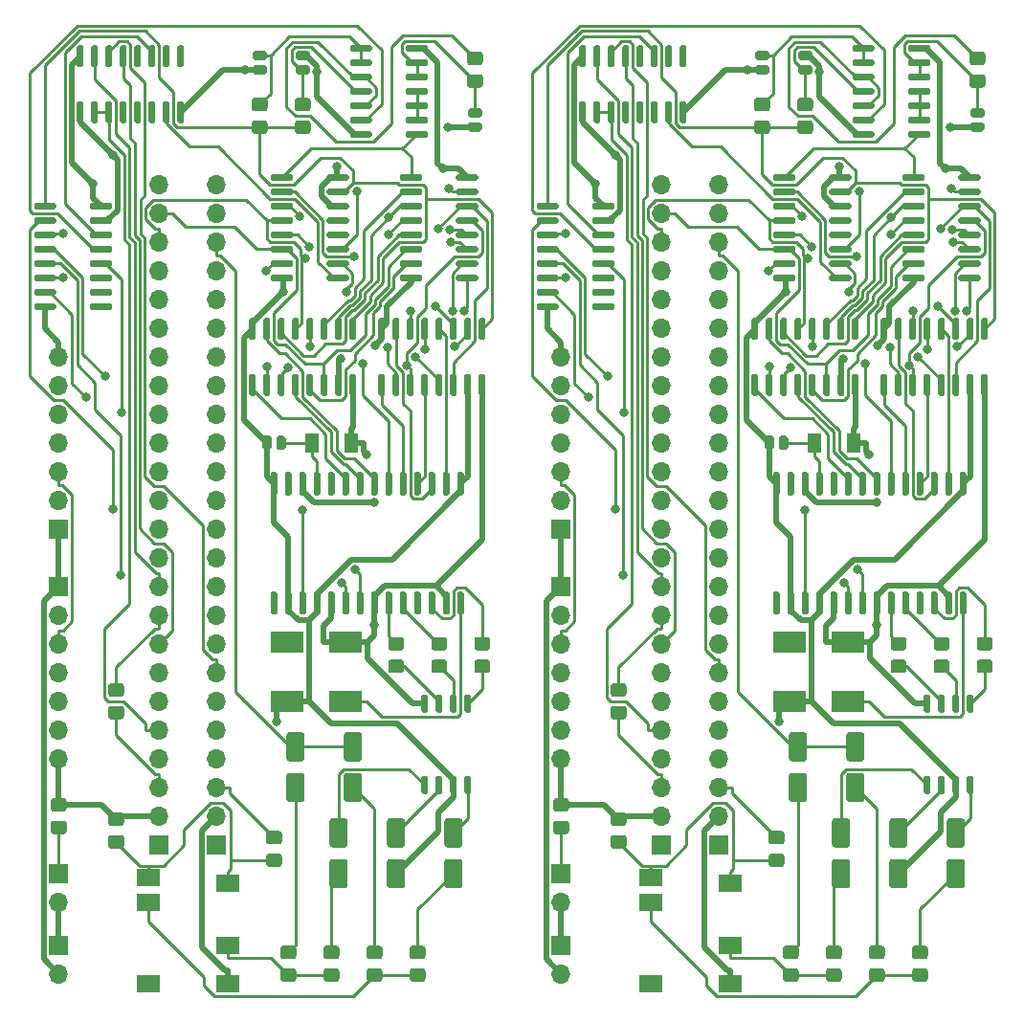
<source format=gbr>
%TF.GenerationSoftware,KiCad,Pcbnew,(5.1.8)-1*%
%TF.CreationDate,2021-03-08T12:32:49+01:00*%
%TF.ProjectId,Nes Sound Expansion,4e657320-536f-4756-9e64-20457870616e,rev?*%
%TF.SameCoordinates,Original*%
%TF.FileFunction,Copper,L1,Top*%
%TF.FilePolarity,Positive*%
%FSLAX46Y46*%
G04 Gerber Fmt 4.6, Leading zero omitted, Abs format (unit mm)*
G04 Created by KiCad (PCBNEW (5.1.8)-1) date 2021-03-08 12:32:49*
%MOMM*%
%LPD*%
G01*
G04 APERTURE LIST*
%TA.AperFunction,SMDPad,CuDef*%
%ADD10R,1.300000X1.700000*%
%TD*%
%TA.AperFunction,SMDPad,CuDef*%
%ADD11R,2.000000X1.500000*%
%TD*%
%TA.AperFunction,ComponentPad*%
%ADD12R,1.700000X1.700000*%
%TD*%
%TA.AperFunction,ComponentPad*%
%ADD13O,1.700000X1.700000*%
%TD*%
%TA.AperFunction,SMDPad,CuDef*%
%ADD14R,3.000000X1.980000*%
%TD*%
%TA.AperFunction,ViaPad*%
%ADD15C,0.800000*%
%TD*%
%TA.AperFunction,Conductor*%
%ADD16C,0.250000*%
%TD*%
%TA.AperFunction,Conductor*%
%ADD17C,0.500000*%
%TD*%
G04 APERTURE END LIST*
%TO.P,YMF288,8*%
%TO.N,N/C*%
%TA.AperFunction,SMDPad,CuDef*%
G36*
G01*
X81130000Y-76240000D02*
X81430000Y-76240000D01*
G75*
G02*
X81580000Y-76390000I0J-150000D01*
G01*
X81580000Y-78140000D01*
G75*
G02*
X81430000Y-78290000I-150000J0D01*
G01*
X81130000Y-78290000D01*
G75*
G02*
X80980000Y-78140000I0J150000D01*
G01*
X80980000Y-76390000D01*
G75*
G02*
X81130000Y-76240000I150000J0D01*
G01*
G37*
%TD.AperFunction*%
%TO.P,YMF288,9*%
%TA.AperFunction,SMDPad,CuDef*%
G36*
G01*
X79860000Y-76240000D02*
X80160000Y-76240000D01*
G75*
G02*
X80310000Y-76390000I0J-150000D01*
G01*
X80310000Y-78140000D01*
G75*
G02*
X80160000Y-78290000I-150000J0D01*
G01*
X79860000Y-78290000D01*
G75*
G02*
X79710000Y-78140000I0J150000D01*
G01*
X79710000Y-76390000D01*
G75*
G02*
X79860000Y-76240000I150000J0D01*
G01*
G37*
%TD.AperFunction*%
%TO.P,YMF288,3*%
%TA.AperFunction,SMDPad,CuDef*%
G36*
G01*
X87480000Y-76240000D02*
X87780000Y-76240000D01*
G75*
G02*
X87930000Y-76390000I0J-150000D01*
G01*
X87930000Y-78140000D01*
G75*
G02*
X87780000Y-78290000I-150000J0D01*
G01*
X87480000Y-78290000D01*
G75*
G02*
X87330000Y-78140000I0J150000D01*
G01*
X87330000Y-76390000D01*
G75*
G02*
X87480000Y-76240000I150000J0D01*
G01*
G37*
%TD.AperFunction*%
%TO.P,YMF288,6*%
%TA.AperFunction,SMDPad,CuDef*%
G36*
G01*
X83670000Y-76240000D02*
X83970000Y-76240000D01*
G75*
G02*
X84120000Y-76390000I0J-150000D01*
G01*
X84120000Y-78140000D01*
G75*
G02*
X83970000Y-78290000I-150000J0D01*
G01*
X83670000Y-78290000D01*
G75*
G02*
X83520000Y-78140000I0J150000D01*
G01*
X83520000Y-76390000D01*
G75*
G02*
X83670000Y-76240000I150000J0D01*
G01*
G37*
%TD.AperFunction*%
%TO.P,YMF288,11*%
%TA.AperFunction,SMDPad,CuDef*%
G36*
G01*
X77320000Y-76240000D02*
X77620000Y-76240000D01*
G75*
G02*
X77770000Y-76390000I0J-150000D01*
G01*
X77770000Y-78140000D01*
G75*
G02*
X77620000Y-78290000I-150000J0D01*
G01*
X77320000Y-78290000D01*
G75*
G02*
X77170000Y-78140000I0J150000D01*
G01*
X77170000Y-76390000D01*
G75*
G02*
X77320000Y-76240000I150000J0D01*
G01*
G37*
%TD.AperFunction*%
%TO.P,YMF288,5*%
%TA.AperFunction,SMDPad,CuDef*%
G36*
G01*
X84940000Y-76240000D02*
X85240000Y-76240000D01*
G75*
G02*
X85390000Y-76390000I0J-150000D01*
G01*
X85390000Y-78140000D01*
G75*
G02*
X85240000Y-78290000I-150000J0D01*
G01*
X84940000Y-78290000D01*
G75*
G02*
X84790000Y-78140000I0J150000D01*
G01*
X84790000Y-76390000D01*
G75*
G02*
X84940000Y-76240000I150000J0D01*
G01*
G37*
%TD.AperFunction*%
%TO.P,YMF288,4*%
%TA.AperFunction,SMDPad,CuDef*%
G36*
G01*
X86210000Y-76240000D02*
X86510000Y-76240000D01*
G75*
G02*
X86660000Y-76390000I0J-150000D01*
G01*
X86660000Y-78140000D01*
G75*
G02*
X86510000Y-78290000I-150000J0D01*
G01*
X86210000Y-78290000D01*
G75*
G02*
X86060000Y-78140000I0J150000D01*
G01*
X86060000Y-76390000D01*
G75*
G02*
X86210000Y-76240000I150000J0D01*
G01*
G37*
%TD.AperFunction*%
%TO.P,YMF288,2*%
%TA.AperFunction,SMDPad,CuDef*%
G36*
G01*
X88750000Y-76240000D02*
X89050000Y-76240000D01*
G75*
G02*
X89200000Y-76390000I0J-150000D01*
G01*
X89200000Y-78140000D01*
G75*
G02*
X89050000Y-78290000I-150000J0D01*
G01*
X88750000Y-78290000D01*
G75*
G02*
X88600000Y-78140000I0J150000D01*
G01*
X88600000Y-76390000D01*
G75*
G02*
X88750000Y-76240000I150000J0D01*
G01*
G37*
%TD.AperFunction*%
%TO.P,YMF288,10*%
%TA.AperFunction,SMDPad,CuDef*%
G36*
G01*
X78590000Y-76240000D02*
X78890000Y-76240000D01*
G75*
G02*
X79040000Y-76390000I0J-150000D01*
G01*
X79040000Y-78140000D01*
G75*
G02*
X78890000Y-78290000I-150000J0D01*
G01*
X78590000Y-78290000D01*
G75*
G02*
X78440000Y-78140000I0J150000D01*
G01*
X78440000Y-76390000D01*
G75*
G02*
X78590000Y-76240000I150000J0D01*
G01*
G37*
%TD.AperFunction*%
%TO.P,YMF288,1*%
%TA.AperFunction,SMDPad,CuDef*%
G36*
G01*
X90020000Y-76240000D02*
X90320000Y-76240000D01*
G75*
G02*
X90470000Y-76390000I0J-150000D01*
G01*
X90470000Y-78140000D01*
G75*
G02*
X90320000Y-78290000I-150000J0D01*
G01*
X90020000Y-78290000D01*
G75*
G02*
X89870000Y-78140000I0J150000D01*
G01*
X89870000Y-76390000D01*
G75*
G02*
X90020000Y-76240000I150000J0D01*
G01*
G37*
%TD.AperFunction*%
%TO.P,YMF288,7*%
%TA.AperFunction,SMDPad,CuDef*%
G36*
G01*
X82400000Y-76240000D02*
X82700000Y-76240000D01*
G75*
G02*
X82850000Y-76390000I0J-150000D01*
G01*
X82850000Y-78140000D01*
G75*
G02*
X82700000Y-78290000I-150000J0D01*
G01*
X82400000Y-78290000D01*
G75*
G02*
X82250000Y-78140000I0J150000D01*
G01*
X82250000Y-76390000D01*
G75*
G02*
X82400000Y-76240000I150000J0D01*
G01*
G37*
%TD.AperFunction*%
%TO.P,YMF288,12*%
%TA.AperFunction,SMDPad,CuDef*%
G36*
G01*
X76050000Y-76240000D02*
X76350000Y-76240000D01*
G75*
G02*
X76500000Y-76390000I0J-150000D01*
G01*
X76500000Y-78140000D01*
G75*
G02*
X76350000Y-78290000I-150000J0D01*
G01*
X76050000Y-78290000D01*
G75*
G02*
X75900000Y-78140000I0J150000D01*
G01*
X75900000Y-76390000D01*
G75*
G02*
X76050000Y-76240000I150000J0D01*
G01*
G37*
%TD.AperFunction*%
%TO.P,YMF288,21*%
%TA.AperFunction,SMDPad,CuDef*%
G36*
G01*
X81130000Y-86810000D02*
X81430000Y-86810000D01*
G75*
G02*
X81580000Y-86960000I0J-150000D01*
G01*
X81580000Y-88710000D01*
G75*
G02*
X81430000Y-88860000I-150000J0D01*
G01*
X81130000Y-88860000D01*
G75*
G02*
X80980000Y-88710000I0J150000D01*
G01*
X80980000Y-86960000D01*
G75*
G02*
X81130000Y-86810000I150000J0D01*
G01*
G37*
%TD.AperFunction*%
%TO.P,YMF288,13*%
%TA.AperFunction,SMDPad,CuDef*%
G36*
G01*
X74780000Y-76240000D02*
X75080000Y-76240000D01*
G75*
G02*
X75230000Y-76390000I0J-150000D01*
G01*
X75230000Y-78140000D01*
G75*
G02*
X75080000Y-78290000I-150000J0D01*
G01*
X74780000Y-78290000D01*
G75*
G02*
X74630000Y-78140000I0J150000D01*
G01*
X74630000Y-76390000D01*
G75*
G02*
X74780000Y-76240000I150000J0D01*
G01*
G37*
%TD.AperFunction*%
%TO.P,YMF288,19*%
%TA.AperFunction,SMDPad,CuDef*%
G36*
G01*
X78590000Y-86810000D02*
X78890000Y-86810000D01*
G75*
G02*
X79040000Y-86960000I0J-150000D01*
G01*
X79040000Y-88710000D01*
G75*
G02*
X78890000Y-88860000I-150000J0D01*
G01*
X78590000Y-88860000D01*
G75*
G02*
X78440000Y-88710000I0J150000D01*
G01*
X78440000Y-86960000D01*
G75*
G02*
X78590000Y-86810000I150000J0D01*
G01*
G37*
%TD.AperFunction*%
%TO.P,YMF288,14*%
%TA.AperFunction,SMDPad,CuDef*%
G36*
G01*
X73510000Y-76240000D02*
X73810000Y-76240000D01*
G75*
G02*
X73960000Y-76390000I0J-150000D01*
G01*
X73960000Y-78140000D01*
G75*
G02*
X73810000Y-78290000I-150000J0D01*
G01*
X73510000Y-78290000D01*
G75*
G02*
X73360000Y-78140000I0J150000D01*
G01*
X73360000Y-76390000D01*
G75*
G02*
X73510000Y-76240000I150000J0D01*
G01*
G37*
%TD.AperFunction*%
%TO.P,YMF288,18*%
%TA.AperFunction,SMDPad,CuDef*%
G36*
G01*
X77320000Y-86810000D02*
X77620000Y-86810000D01*
G75*
G02*
X77770000Y-86960000I0J-150000D01*
G01*
X77770000Y-88710000D01*
G75*
G02*
X77620000Y-88860000I-150000J0D01*
G01*
X77320000Y-88860000D01*
G75*
G02*
X77170000Y-88710000I0J150000D01*
G01*
X77170000Y-86960000D01*
G75*
G02*
X77320000Y-86810000I150000J0D01*
G01*
G37*
%TD.AperFunction*%
%TO.P,YMF288,24*%
%TA.AperFunction,SMDPad,CuDef*%
G36*
G01*
X84940000Y-86810000D02*
X85240000Y-86810000D01*
G75*
G02*
X85390000Y-86960000I0J-150000D01*
G01*
X85390000Y-88710000D01*
G75*
G02*
X85240000Y-88860000I-150000J0D01*
G01*
X84940000Y-88860000D01*
G75*
G02*
X84790000Y-88710000I0J150000D01*
G01*
X84790000Y-86960000D01*
G75*
G02*
X84940000Y-86810000I150000J0D01*
G01*
G37*
%TD.AperFunction*%
%TO.P,YMF288,23*%
%TA.AperFunction,SMDPad,CuDef*%
G36*
G01*
X83670000Y-86810000D02*
X83970000Y-86810000D01*
G75*
G02*
X84120000Y-86960000I0J-150000D01*
G01*
X84120000Y-88710000D01*
G75*
G02*
X83970000Y-88860000I-150000J0D01*
G01*
X83670000Y-88860000D01*
G75*
G02*
X83520000Y-88710000I0J150000D01*
G01*
X83520000Y-86960000D01*
G75*
G02*
X83670000Y-86810000I150000J0D01*
G01*
G37*
%TD.AperFunction*%
%TO.P,YMF288,22*%
%TA.AperFunction,SMDPad,CuDef*%
G36*
G01*
X82400000Y-86810000D02*
X82700000Y-86810000D01*
G75*
G02*
X82850000Y-86960000I0J-150000D01*
G01*
X82850000Y-88710000D01*
G75*
G02*
X82700000Y-88860000I-150000J0D01*
G01*
X82400000Y-88860000D01*
G75*
G02*
X82250000Y-88710000I0J150000D01*
G01*
X82250000Y-86960000D01*
G75*
G02*
X82400000Y-86810000I150000J0D01*
G01*
G37*
%TD.AperFunction*%
%TO.P,YMF288,16*%
%TA.AperFunction,SMDPad,CuDef*%
G36*
G01*
X74780000Y-86810000D02*
X75080000Y-86810000D01*
G75*
G02*
X75230000Y-86960000I0J-150000D01*
G01*
X75230000Y-88710000D01*
G75*
G02*
X75080000Y-88860000I-150000J0D01*
G01*
X74780000Y-88860000D01*
G75*
G02*
X74630000Y-88710000I0J150000D01*
G01*
X74630000Y-86960000D01*
G75*
G02*
X74780000Y-86810000I150000J0D01*
G01*
G37*
%TD.AperFunction*%
%TO.P,YMF288,20*%
%TA.AperFunction,SMDPad,CuDef*%
G36*
G01*
X79860000Y-86810000D02*
X80160000Y-86810000D01*
G75*
G02*
X80310000Y-86960000I0J-150000D01*
G01*
X80310000Y-88710000D01*
G75*
G02*
X80160000Y-88860000I-150000J0D01*
G01*
X79860000Y-88860000D01*
G75*
G02*
X79710000Y-88710000I0J150000D01*
G01*
X79710000Y-86960000D01*
G75*
G02*
X79860000Y-86810000I150000J0D01*
G01*
G37*
%TD.AperFunction*%
%TO.P,YMF288,28*%
%TA.AperFunction,SMDPad,CuDef*%
G36*
G01*
X90020000Y-86810000D02*
X90320000Y-86810000D01*
G75*
G02*
X90470000Y-86960000I0J-150000D01*
G01*
X90470000Y-88710000D01*
G75*
G02*
X90320000Y-88860000I-150000J0D01*
G01*
X90020000Y-88860000D01*
G75*
G02*
X89870000Y-88710000I0J150000D01*
G01*
X89870000Y-86960000D01*
G75*
G02*
X90020000Y-86810000I150000J0D01*
G01*
G37*
%TD.AperFunction*%
%TO.P,YMF288,15*%
%TA.AperFunction,SMDPad,CuDef*%
G36*
G01*
X73510000Y-86810000D02*
X73810000Y-86810000D01*
G75*
G02*
X73960000Y-86960000I0J-150000D01*
G01*
X73960000Y-88710000D01*
G75*
G02*
X73810000Y-88860000I-150000J0D01*
G01*
X73510000Y-88860000D01*
G75*
G02*
X73360000Y-88710000I0J150000D01*
G01*
X73360000Y-86960000D01*
G75*
G02*
X73510000Y-86810000I150000J0D01*
G01*
G37*
%TD.AperFunction*%
%TO.P,YMF288,17*%
%TA.AperFunction,SMDPad,CuDef*%
G36*
G01*
X76050000Y-86810000D02*
X76350000Y-86810000D01*
G75*
G02*
X76500000Y-86960000I0J-150000D01*
G01*
X76500000Y-88710000D01*
G75*
G02*
X76350000Y-88860000I-150000J0D01*
G01*
X76050000Y-88860000D01*
G75*
G02*
X75900000Y-88710000I0J150000D01*
G01*
X75900000Y-86960000D01*
G75*
G02*
X76050000Y-86810000I150000J0D01*
G01*
G37*
%TD.AperFunction*%
%TO.P,YMF288,25*%
%TA.AperFunction,SMDPad,CuDef*%
G36*
G01*
X86210000Y-86810000D02*
X86510000Y-86810000D01*
G75*
G02*
X86660000Y-86960000I0J-150000D01*
G01*
X86660000Y-88710000D01*
G75*
G02*
X86510000Y-88860000I-150000J0D01*
G01*
X86210000Y-88860000D01*
G75*
G02*
X86060000Y-88710000I0J150000D01*
G01*
X86060000Y-86960000D01*
G75*
G02*
X86210000Y-86810000I150000J0D01*
G01*
G37*
%TD.AperFunction*%
%TO.P,YMF288,26*%
%TA.AperFunction,SMDPad,CuDef*%
G36*
G01*
X87480000Y-86810000D02*
X87780000Y-86810000D01*
G75*
G02*
X87930000Y-86960000I0J-150000D01*
G01*
X87930000Y-88710000D01*
G75*
G02*
X87780000Y-88860000I-150000J0D01*
G01*
X87480000Y-88860000D01*
G75*
G02*
X87330000Y-88710000I0J150000D01*
G01*
X87330000Y-86960000D01*
G75*
G02*
X87480000Y-86810000I150000J0D01*
G01*
G37*
%TD.AperFunction*%
%TO.P,YMF288,27*%
%TA.AperFunction,SMDPad,CuDef*%
G36*
G01*
X88750000Y-86810000D02*
X89050000Y-86810000D01*
G75*
G02*
X89200000Y-86960000I0J-150000D01*
G01*
X89200000Y-88710000D01*
G75*
G02*
X89050000Y-88860000I-150000J0D01*
G01*
X88750000Y-88860000D01*
G75*
G02*
X88600000Y-88710000I0J150000D01*
G01*
X88600000Y-86960000D01*
G75*
G02*
X88750000Y-86810000I150000J0D01*
G01*
G37*
%TD.AperFunction*%
%TD*%
%TO.P,R7,1*%
%TO.N,N/C*%
%TA.AperFunction,SMDPad,CuDef*%
G36*
G01*
X75380001Y-121335000D02*
X74479999Y-121335000D01*
G75*
G02*
X74230000Y-121085001I0J249999D01*
G01*
X74230000Y-120384999D01*
G75*
G02*
X74479999Y-120135000I249999J0D01*
G01*
X75380001Y-120135000D01*
G75*
G02*
X75630000Y-120384999I0J-249999D01*
G01*
X75630000Y-121085001D01*
G75*
G02*
X75380001Y-121335000I-249999J0D01*
G01*
G37*
%TD.AperFunction*%
%TO.P,R7,2*%
%TA.AperFunction,SMDPad,CuDef*%
G36*
G01*
X75380001Y-119335000D02*
X74479999Y-119335000D01*
G75*
G02*
X74230000Y-119085001I0J249999D01*
G01*
X74230000Y-118384999D01*
G75*
G02*
X74479999Y-118135000I249999J0D01*
G01*
X75380001Y-118135000D01*
G75*
G02*
X75630000Y-118384999I0J-249999D01*
G01*
X75630000Y-119085001D01*
G75*
G02*
X75380001Y-119335000I-249999J0D01*
G01*
G37*
%TD.AperFunction*%
%TD*%
%TO.P,R13,1*%
%TO.N,N/C*%
%TA.AperFunction,SMDPad,CuDef*%
G36*
G01*
X71939999Y-43120000D02*
X72840001Y-43120000D01*
G75*
G02*
X73090000Y-43369999I0J-249999D01*
G01*
X73090000Y-44070001D01*
G75*
G02*
X72840001Y-44320000I-249999J0D01*
G01*
X71939999Y-44320000D01*
G75*
G02*
X71690000Y-44070001I0J249999D01*
G01*
X71690000Y-43369999D01*
G75*
G02*
X71939999Y-43120000I249999J0D01*
G01*
G37*
%TD.AperFunction*%
%TO.P,R13,2*%
%TA.AperFunction,SMDPad,CuDef*%
G36*
G01*
X71939999Y-45120000D02*
X72840001Y-45120000D01*
G75*
G02*
X73090000Y-45369999I0J-249999D01*
G01*
X73090000Y-46070001D01*
G75*
G02*
X72840001Y-46320000I-249999J0D01*
G01*
X71939999Y-46320000D01*
G75*
G02*
X71690000Y-46070001I0J249999D01*
G01*
X71690000Y-45369999D01*
G75*
G02*
X71939999Y-45120000I249999J0D01*
G01*
G37*
%TD.AperFunction*%
%TD*%
%TO.P,R9,1*%
%TO.N,N/C*%
%TA.AperFunction,SMDPad,CuDef*%
G36*
G01*
X55060001Y-108280000D02*
X54159999Y-108280000D01*
G75*
G02*
X53910000Y-108030001I0J249999D01*
G01*
X53910000Y-107329999D01*
G75*
G02*
X54159999Y-107080000I249999J0D01*
G01*
X55060001Y-107080000D01*
G75*
G02*
X55310000Y-107329999I0J-249999D01*
G01*
X55310000Y-108030001D01*
G75*
G02*
X55060001Y-108280000I-249999J0D01*
G01*
G37*
%TD.AperFunction*%
%TO.P,R9,2*%
%TA.AperFunction,SMDPad,CuDef*%
G36*
G01*
X55060001Y-106280000D02*
X54159999Y-106280000D01*
G75*
G02*
X53910000Y-106030001I0J249999D01*
G01*
X53910000Y-105329999D01*
G75*
G02*
X54159999Y-105080000I249999J0D01*
G01*
X55060001Y-105080000D01*
G75*
G02*
X55310000Y-105329999I0J-249999D01*
G01*
X55310000Y-106030001D01*
G75*
G02*
X55060001Y-106280000I-249999J0D01*
G01*
G37*
%TD.AperFunction*%
%TD*%
%TO.P,R10,1*%
%TO.N,N/C*%
%TA.AperFunction,SMDPad,CuDef*%
G36*
G01*
X74110001Y-111185000D02*
X73209999Y-111185000D01*
G75*
G02*
X72960000Y-110935001I0J249999D01*
G01*
X72960000Y-110234999D01*
G75*
G02*
X73209999Y-109985000I249999J0D01*
G01*
X74110001Y-109985000D01*
G75*
G02*
X74360000Y-110234999I0J-249999D01*
G01*
X74360000Y-110935001D01*
G75*
G02*
X74110001Y-111185000I-249999J0D01*
G01*
G37*
%TD.AperFunction*%
%TO.P,R10,2*%
%TA.AperFunction,SMDPad,CuDef*%
G36*
G01*
X74110001Y-109185000D02*
X73209999Y-109185000D01*
G75*
G02*
X72960000Y-108935001I0J249999D01*
G01*
X72960000Y-108234999D01*
G75*
G02*
X73209999Y-107985000I249999J0D01*
G01*
X74110001Y-107985000D01*
G75*
G02*
X74360000Y-108234999I0J-249999D01*
G01*
X74360000Y-108935001D01*
G75*
G02*
X74110001Y-109185000I-249999J0D01*
G01*
G37*
%TD.AperFunction*%
%TD*%
%TO.P,R14,1*%
%TO.N,N/C*%
%TA.AperFunction,SMDPad,CuDef*%
G36*
G01*
X91890001Y-42240000D02*
X90989999Y-42240000D01*
G75*
G02*
X90740000Y-41990001I0J249999D01*
G01*
X90740000Y-41289999D01*
G75*
G02*
X90989999Y-41040000I249999J0D01*
G01*
X91890001Y-41040000D01*
G75*
G02*
X92140000Y-41289999I0J-249999D01*
G01*
X92140000Y-41990001D01*
G75*
G02*
X91890001Y-42240000I-249999J0D01*
G01*
G37*
%TD.AperFunction*%
%TO.P,R14,2*%
%TA.AperFunction,SMDPad,CuDef*%
G36*
G01*
X91890001Y-40240000D02*
X90989999Y-40240000D01*
G75*
G02*
X90740000Y-39990001I0J249999D01*
G01*
X90740000Y-39289999D01*
G75*
G02*
X90989999Y-39040000I249999J0D01*
G01*
X91890001Y-39040000D01*
G75*
G02*
X92140000Y-39289999I0J-249999D01*
G01*
X92140000Y-39990001D01*
G75*
G02*
X91890001Y-40240000I-249999J0D01*
G01*
G37*
%TD.AperFunction*%
%TD*%
%TO.P,R2,1*%
%TO.N,N/C*%
%TA.AperFunction,SMDPad,CuDef*%
G36*
G01*
X88715001Y-94030000D02*
X87814999Y-94030000D01*
G75*
G02*
X87565000Y-93780001I0J249999D01*
G01*
X87565000Y-93079999D01*
G75*
G02*
X87814999Y-92830000I249999J0D01*
G01*
X88715001Y-92830000D01*
G75*
G02*
X88965000Y-93079999I0J-249999D01*
G01*
X88965000Y-93780001D01*
G75*
G02*
X88715001Y-94030000I-249999J0D01*
G01*
G37*
%TD.AperFunction*%
%TO.P,R2,2*%
%TA.AperFunction,SMDPad,CuDef*%
G36*
G01*
X88715001Y-92030000D02*
X87814999Y-92030000D01*
G75*
G02*
X87565000Y-91780001I0J249999D01*
G01*
X87565000Y-91079999D01*
G75*
G02*
X87814999Y-90830000I249999J0D01*
G01*
X88715001Y-90830000D01*
G75*
G02*
X88965000Y-91079999I0J-249999D01*
G01*
X88965000Y-91780001D01*
G75*
G02*
X88715001Y-92030000I-249999J0D01*
G01*
G37*
%TD.AperFunction*%
%TD*%
%TO.P,R12,1*%
%TO.N,N/C*%
%TA.AperFunction,SMDPad,CuDef*%
G36*
G01*
X75749999Y-43120000D02*
X76650001Y-43120000D01*
G75*
G02*
X76900000Y-43369999I0J-249999D01*
G01*
X76900000Y-44070001D01*
G75*
G02*
X76650001Y-44320000I-249999J0D01*
G01*
X75749999Y-44320000D01*
G75*
G02*
X75500000Y-44070001I0J249999D01*
G01*
X75500000Y-43369999D01*
G75*
G02*
X75749999Y-43120000I249999J0D01*
G01*
G37*
%TD.AperFunction*%
%TO.P,R12,2*%
%TA.AperFunction,SMDPad,CuDef*%
G36*
G01*
X75749999Y-45120000D02*
X76650001Y-45120000D01*
G75*
G02*
X76900000Y-45369999I0J-249999D01*
G01*
X76900000Y-46070001D01*
G75*
G02*
X76650001Y-46320000I-249999J0D01*
G01*
X75749999Y-46320000D01*
G75*
G02*
X75500000Y-46070001I0J249999D01*
G01*
X75500000Y-45369999D01*
G75*
G02*
X75749999Y-45120000I249999J0D01*
G01*
G37*
%TD.AperFunction*%
%TD*%
%TO.P,R3,1*%
%TO.N,N/C*%
%TA.AperFunction,SMDPad,CuDef*%
G36*
G01*
X84905001Y-94030000D02*
X84004999Y-94030000D01*
G75*
G02*
X83755000Y-93780001I0J249999D01*
G01*
X83755000Y-93079999D01*
G75*
G02*
X84004999Y-92830000I249999J0D01*
G01*
X84905001Y-92830000D01*
G75*
G02*
X85155000Y-93079999I0J-249999D01*
G01*
X85155000Y-93780001D01*
G75*
G02*
X84905001Y-94030000I-249999J0D01*
G01*
G37*
%TD.AperFunction*%
%TO.P,R3,2*%
%TA.AperFunction,SMDPad,CuDef*%
G36*
G01*
X84905001Y-92030000D02*
X84004999Y-92030000D01*
G75*
G02*
X83755000Y-91780001I0J249999D01*
G01*
X83755000Y-91079999D01*
G75*
G02*
X84004999Y-90830000I249999J0D01*
G01*
X84905001Y-90830000D01*
G75*
G02*
X85155000Y-91079999I0J-249999D01*
G01*
X85155000Y-91780001D01*
G75*
G02*
X84905001Y-92030000I-249999J0D01*
G01*
G37*
%TD.AperFunction*%
%TD*%
D10*
%TO.P,D1,1*%
%TO.N,N/C*%
X80490000Y-73660000D03*
%TO.P,D1,2*%
X76990000Y-73660000D03*
%TD*%
%TO.P,R1,1*%
%TO.N,N/C*%
%TA.AperFunction,SMDPad,CuDef*%
G36*
G01*
X92525001Y-94030000D02*
X91624999Y-94030000D01*
G75*
G02*
X91375000Y-93780001I0J249999D01*
G01*
X91375000Y-93079999D01*
G75*
G02*
X91624999Y-92830000I249999J0D01*
G01*
X92525001Y-92830000D01*
G75*
G02*
X92775000Y-93079999I0J-249999D01*
G01*
X92775000Y-93780001D01*
G75*
G02*
X92525001Y-94030000I-249999J0D01*
G01*
G37*
%TD.AperFunction*%
%TO.P,R1,2*%
%TA.AperFunction,SMDPad,CuDef*%
G36*
G01*
X92525001Y-92030000D02*
X91624999Y-92030000D01*
G75*
G02*
X91375000Y-91780001I0J249999D01*
G01*
X91375000Y-91079999D01*
G75*
G02*
X91624999Y-90830000I249999J0D01*
G01*
X92525001Y-90830000D01*
G75*
G02*
X92775000Y-91079999I0J-249999D01*
G01*
X92775000Y-91780001D01*
G75*
G02*
X92525001Y-92030000I-249999J0D01*
G01*
G37*
%TD.AperFunction*%
%TD*%
%TO.P,R11,1*%
%TO.N,N/C*%
%TA.AperFunction,SMDPad,CuDef*%
G36*
G01*
X60140001Y-109550000D02*
X59239999Y-109550000D01*
G75*
G02*
X58990000Y-109300001I0J249999D01*
G01*
X58990000Y-108599999D01*
G75*
G02*
X59239999Y-108350000I249999J0D01*
G01*
X60140001Y-108350000D01*
G75*
G02*
X60390000Y-108599999I0J-249999D01*
G01*
X60390000Y-109300001D01*
G75*
G02*
X60140001Y-109550000I-249999J0D01*
G01*
G37*
%TD.AperFunction*%
%TO.P,R11,2*%
%TA.AperFunction,SMDPad,CuDef*%
G36*
G01*
X60140001Y-107550000D02*
X59239999Y-107550000D01*
G75*
G02*
X58990000Y-107300001I0J249999D01*
G01*
X58990000Y-106599999D01*
G75*
G02*
X59239999Y-106350000I249999J0D01*
G01*
X60140001Y-106350000D01*
G75*
G02*
X60390000Y-106599999I0J-249999D01*
G01*
X60390000Y-107300001D01*
G75*
G02*
X60140001Y-107550000I-249999J0D01*
G01*
G37*
%TD.AperFunction*%
%TD*%
%TO.P,R8,1*%
%TO.N,N/C*%
%TA.AperFunction,SMDPad,CuDef*%
G36*
G01*
X79190001Y-121335000D02*
X78289999Y-121335000D01*
G75*
G02*
X78040000Y-121085001I0J249999D01*
G01*
X78040000Y-120384999D01*
G75*
G02*
X78289999Y-120135000I249999J0D01*
G01*
X79190001Y-120135000D01*
G75*
G02*
X79440000Y-120384999I0J-249999D01*
G01*
X79440000Y-121085001D01*
G75*
G02*
X79190001Y-121335000I-249999J0D01*
G01*
G37*
%TD.AperFunction*%
%TO.P,R8,2*%
%TA.AperFunction,SMDPad,CuDef*%
G36*
G01*
X79190001Y-119335000D02*
X78289999Y-119335000D01*
G75*
G02*
X78040000Y-119085001I0J249999D01*
G01*
X78040000Y-118384999D01*
G75*
G02*
X78289999Y-118135000I249999J0D01*
G01*
X79190001Y-118135000D01*
G75*
G02*
X79440000Y-118384999I0J-249999D01*
G01*
X79440000Y-119085001D01*
G75*
G02*
X79190001Y-119335000I-249999J0D01*
G01*
G37*
%TD.AperFunction*%
%TD*%
%TO.P,R5,1*%
%TO.N,N/C*%
%TA.AperFunction,SMDPad,CuDef*%
G36*
G01*
X86810001Y-121335000D02*
X85909999Y-121335000D01*
G75*
G02*
X85660000Y-121085001I0J249999D01*
G01*
X85660000Y-120384999D01*
G75*
G02*
X85909999Y-120135000I249999J0D01*
G01*
X86810001Y-120135000D01*
G75*
G02*
X87060000Y-120384999I0J-249999D01*
G01*
X87060000Y-121085001D01*
G75*
G02*
X86810001Y-121335000I-249999J0D01*
G01*
G37*
%TD.AperFunction*%
%TO.P,R5,2*%
%TA.AperFunction,SMDPad,CuDef*%
G36*
G01*
X86810001Y-119335000D02*
X85909999Y-119335000D01*
G75*
G02*
X85660000Y-119085001I0J249999D01*
G01*
X85660000Y-118384999D01*
G75*
G02*
X85909999Y-118135000I249999J0D01*
G01*
X86810001Y-118135000D01*
G75*
G02*
X87060000Y-118384999I0J-249999D01*
G01*
X87060000Y-119085001D01*
G75*
G02*
X86810001Y-119335000I-249999J0D01*
G01*
G37*
%TD.AperFunction*%
%TD*%
%TO.P,C5,1*%
%TO.N,N/C*%
%TA.AperFunction,SMDPad,CuDef*%
G36*
G01*
X91871250Y-46122500D02*
X91008750Y-46122500D01*
G75*
G02*
X90800000Y-45913750I0J208750D01*
G01*
X90800000Y-45496250D01*
G75*
G02*
X91008750Y-45287500I208750J0D01*
G01*
X91871250Y-45287500D01*
G75*
G02*
X92080000Y-45496250I0J-208750D01*
G01*
X92080000Y-45913750D01*
G75*
G02*
X91871250Y-46122500I-208750J0D01*
G01*
G37*
%TD.AperFunction*%
%TO.P,C5,2*%
%TA.AperFunction,SMDPad,CuDef*%
G36*
G01*
X91871250Y-44867500D02*
X91008750Y-44867500D01*
G75*
G02*
X90800000Y-44658750I0J208750D01*
G01*
X90800000Y-44241250D01*
G75*
G02*
X91008750Y-44032500I208750J0D01*
G01*
X91871250Y-44032500D01*
G75*
G02*
X92080000Y-44241250I0J-208750D01*
G01*
X92080000Y-44658750D01*
G75*
G02*
X91871250Y-44867500I-208750J0D01*
G01*
G37*
%TD.AperFunction*%
%TD*%
D11*
%TO.P,J6,SN*%
%TO.N,N/C*%
X69540000Y-112640000D03*
%TO.P,J6,S*%
X69540000Y-118140000D03*
%TO.P,J6,G*%
X69540000Y-121540000D03*
%TO.P,J6,TN*%
X62540000Y-112140000D03*
%TO.P,J6,T*%
X62540000Y-114340000D03*
%TO.P,J6,2*%
X62540000Y-121540000D03*
%TD*%
%TO.P,C13,1*%
%TO.N,N/C*%
%TA.AperFunction,SMDPad,CuDef*%
G36*
G01*
X78825000Y-106860000D02*
X79925000Y-106860000D01*
G75*
G02*
X80175000Y-107110000I0J-250000D01*
G01*
X80175000Y-109210000D01*
G75*
G02*
X79925000Y-109460000I-250000J0D01*
G01*
X78825000Y-109460000D01*
G75*
G02*
X78575000Y-109210000I0J250000D01*
G01*
X78575000Y-107110000D01*
G75*
G02*
X78825000Y-106860000I250000J0D01*
G01*
G37*
%TD.AperFunction*%
%TO.P,C13,2*%
%TA.AperFunction,SMDPad,CuDef*%
G36*
G01*
X78825000Y-110460000D02*
X79925000Y-110460000D01*
G75*
G02*
X80175000Y-110710000I0J-250000D01*
G01*
X80175000Y-112810000D01*
G75*
G02*
X79925000Y-113060000I-250000J0D01*
G01*
X78825000Y-113060000D01*
G75*
G02*
X78575000Y-112810000I0J250000D01*
G01*
X78575000Y-110710000D01*
G75*
G02*
X78825000Y-110460000I250000J0D01*
G01*
G37*
%TD.AperFunction*%
%TD*%
%TO.P,C11,1*%
%TO.N,N/C*%
%TA.AperFunction,SMDPad,CuDef*%
G36*
G01*
X80095000Y-99240000D02*
X81195000Y-99240000D01*
G75*
G02*
X81445000Y-99490000I0J-250000D01*
G01*
X81445000Y-101590000D01*
G75*
G02*
X81195000Y-101840000I-250000J0D01*
G01*
X80095000Y-101840000D01*
G75*
G02*
X79845000Y-101590000I0J250000D01*
G01*
X79845000Y-99490000D01*
G75*
G02*
X80095000Y-99240000I250000J0D01*
G01*
G37*
%TD.AperFunction*%
%TO.P,C11,2*%
%TA.AperFunction,SMDPad,CuDef*%
G36*
G01*
X80095000Y-102840000D02*
X81195000Y-102840000D01*
G75*
G02*
X81445000Y-103090000I0J-250000D01*
G01*
X81445000Y-105190000D01*
G75*
G02*
X81195000Y-105440000I-250000J0D01*
G01*
X80095000Y-105440000D01*
G75*
G02*
X79845000Y-105190000I0J250000D01*
G01*
X79845000Y-103090000D01*
G75*
G02*
X80095000Y-102840000I250000J0D01*
G01*
G37*
%TD.AperFunction*%
%TD*%
%TO.P,R4,1*%
%TO.N,N/C*%
%TA.AperFunction,SMDPad,CuDef*%
G36*
G01*
X59239999Y-94920000D02*
X60140001Y-94920000D01*
G75*
G02*
X60390000Y-95169999I0J-249999D01*
G01*
X60390000Y-95870001D01*
G75*
G02*
X60140001Y-96120000I-249999J0D01*
G01*
X59239999Y-96120000D01*
G75*
G02*
X58990000Y-95870001I0J249999D01*
G01*
X58990000Y-95169999D01*
G75*
G02*
X59239999Y-94920000I249999J0D01*
G01*
G37*
%TD.AperFunction*%
%TO.P,R4,2*%
%TA.AperFunction,SMDPad,CuDef*%
G36*
G01*
X59239999Y-96920000D02*
X60140001Y-96920000D01*
G75*
G02*
X60390000Y-97169999I0J-249999D01*
G01*
X60390000Y-97870001D01*
G75*
G02*
X60140001Y-98120000I-249999J0D01*
G01*
X59239999Y-98120000D01*
G75*
G02*
X58990000Y-97870001I0J249999D01*
G01*
X58990000Y-97169999D01*
G75*
G02*
X59239999Y-96920000I249999J0D01*
G01*
G37*
%TD.AperFunction*%
%TD*%
%TO.P,C4,1*%
%TO.N,N/C*%
%TA.AperFunction,SMDPad,CuDef*%
G36*
G01*
X72821250Y-41057500D02*
X71958750Y-41057500D01*
G75*
G02*
X71750000Y-40848750I0J208750D01*
G01*
X71750000Y-40431250D01*
G75*
G02*
X71958750Y-40222500I208750J0D01*
G01*
X72821250Y-40222500D01*
G75*
G02*
X73030000Y-40431250I0J-208750D01*
G01*
X73030000Y-40848750D01*
G75*
G02*
X72821250Y-41057500I-208750J0D01*
G01*
G37*
%TD.AperFunction*%
%TO.P,C4,2*%
%TA.AperFunction,SMDPad,CuDef*%
G36*
G01*
X72821250Y-39802500D02*
X71958750Y-39802500D01*
G75*
G02*
X71750000Y-39593750I0J208750D01*
G01*
X71750000Y-39176250D01*
G75*
G02*
X71958750Y-38967500I208750J0D01*
G01*
X72821250Y-38967500D01*
G75*
G02*
X73030000Y-39176250I0J-208750D01*
G01*
X73030000Y-39593750D01*
G75*
G02*
X72821250Y-39802500I-208750J0D01*
G01*
G37*
%TD.AperFunction*%
%TD*%
%TO.P,C3,1*%
%TO.N,N/C*%
%TA.AperFunction,SMDPad,CuDef*%
G36*
G01*
X75768750Y-38967500D02*
X76631250Y-38967500D01*
G75*
G02*
X76840000Y-39176250I0J-208750D01*
G01*
X76840000Y-39593750D01*
G75*
G02*
X76631250Y-39802500I-208750J0D01*
G01*
X75768750Y-39802500D01*
G75*
G02*
X75560000Y-39593750I0J208750D01*
G01*
X75560000Y-39176250D01*
G75*
G02*
X75768750Y-38967500I208750J0D01*
G01*
G37*
%TD.AperFunction*%
%TO.P,C3,2*%
%TA.AperFunction,SMDPad,CuDef*%
G36*
G01*
X75768750Y-40222500D02*
X76631250Y-40222500D01*
G75*
G02*
X76840000Y-40431250I0J-208750D01*
G01*
X76840000Y-40848750D01*
G75*
G02*
X76631250Y-41057500I-208750J0D01*
G01*
X75768750Y-41057500D01*
G75*
G02*
X75560000Y-40848750I0J208750D01*
G01*
X75560000Y-40431250D01*
G75*
G02*
X75768750Y-40222500I208750J0D01*
G01*
G37*
%TD.AperFunction*%
%TD*%
%TO.P,C1,1*%
%TO.N,N/C*%
%TA.AperFunction,SMDPad,CuDef*%
G36*
G01*
X72623000Y-74091250D02*
X72623000Y-73228750D01*
G75*
G02*
X72831750Y-73020000I208750J0D01*
G01*
X73249250Y-73020000D01*
G75*
G02*
X73458000Y-73228750I0J-208750D01*
G01*
X73458000Y-74091250D01*
G75*
G02*
X73249250Y-74300000I-208750J0D01*
G01*
X72831750Y-74300000D01*
G75*
G02*
X72623000Y-74091250I0J208750D01*
G01*
G37*
%TD.AperFunction*%
%TO.P,C1,2*%
%TA.AperFunction,SMDPad,CuDef*%
G36*
G01*
X73878000Y-74091250D02*
X73878000Y-73228750D01*
G75*
G02*
X74086750Y-73020000I208750J0D01*
G01*
X74504250Y-73020000D01*
G75*
G02*
X74713000Y-73228750I0J-208750D01*
G01*
X74713000Y-74091250D01*
G75*
G02*
X74504250Y-74300000I-208750J0D01*
G01*
X74086750Y-74300000D01*
G75*
G02*
X73878000Y-74091250I0J208750D01*
G01*
G37*
%TD.AperFunction*%
%TD*%
%TO.P,C12,1*%
%TO.N,N/C*%
%TA.AperFunction,SMDPad,CuDef*%
G36*
G01*
X75015000Y-99240000D02*
X76115000Y-99240000D01*
G75*
G02*
X76365000Y-99490000I0J-250000D01*
G01*
X76365000Y-101590000D01*
G75*
G02*
X76115000Y-101840000I-250000J0D01*
G01*
X75015000Y-101840000D01*
G75*
G02*
X74765000Y-101590000I0J250000D01*
G01*
X74765000Y-99490000D01*
G75*
G02*
X75015000Y-99240000I250000J0D01*
G01*
G37*
%TD.AperFunction*%
%TO.P,C12,2*%
%TA.AperFunction,SMDPad,CuDef*%
G36*
G01*
X75015000Y-102840000D02*
X76115000Y-102840000D01*
G75*
G02*
X76365000Y-103090000I0J-250000D01*
G01*
X76365000Y-105190000D01*
G75*
G02*
X76115000Y-105440000I-250000J0D01*
G01*
X75015000Y-105440000D01*
G75*
G02*
X74765000Y-105190000I0J250000D01*
G01*
X74765000Y-103090000D01*
G75*
G02*
X75015000Y-102840000I250000J0D01*
G01*
G37*
%TD.AperFunction*%
%TD*%
%TO.P,C10,1*%
%TO.N,N/C*%
%TA.AperFunction,SMDPad,CuDef*%
G36*
G01*
X88985000Y-106860000D02*
X90085000Y-106860000D01*
G75*
G02*
X90335000Y-107110000I0J-250000D01*
G01*
X90335000Y-109210000D01*
G75*
G02*
X90085000Y-109460000I-250000J0D01*
G01*
X88985000Y-109460000D01*
G75*
G02*
X88735000Y-109210000I0J250000D01*
G01*
X88735000Y-107110000D01*
G75*
G02*
X88985000Y-106860000I250000J0D01*
G01*
G37*
%TD.AperFunction*%
%TO.P,C10,2*%
%TA.AperFunction,SMDPad,CuDef*%
G36*
G01*
X88985000Y-110460000D02*
X90085000Y-110460000D01*
G75*
G02*
X90335000Y-110710000I0J-250000D01*
G01*
X90335000Y-112810000D01*
G75*
G02*
X90085000Y-113060000I-250000J0D01*
G01*
X88985000Y-113060000D01*
G75*
G02*
X88735000Y-112810000I0J250000D01*
G01*
X88735000Y-110710000D01*
G75*
G02*
X88985000Y-110460000I250000J0D01*
G01*
G37*
%TD.AperFunction*%
%TD*%
%TO.P,C2,1*%
%TO.N,N/C*%
%TA.AperFunction,SMDPad,CuDef*%
G36*
G01*
X83905000Y-106860000D02*
X85005000Y-106860000D01*
G75*
G02*
X85255000Y-107110000I0J-250000D01*
G01*
X85255000Y-109210000D01*
G75*
G02*
X85005000Y-109460000I-250000J0D01*
G01*
X83905000Y-109460000D01*
G75*
G02*
X83655000Y-109210000I0J250000D01*
G01*
X83655000Y-107110000D01*
G75*
G02*
X83905000Y-106860000I250000J0D01*
G01*
G37*
%TD.AperFunction*%
%TO.P,C2,2*%
%TA.AperFunction,SMDPad,CuDef*%
G36*
G01*
X83905000Y-110460000D02*
X85005000Y-110460000D01*
G75*
G02*
X85255000Y-110710000I0J-250000D01*
G01*
X85255000Y-112810000D01*
G75*
G02*
X85005000Y-113060000I-250000J0D01*
G01*
X83905000Y-113060000D01*
G75*
G02*
X83655000Y-112810000I0J250000D01*
G01*
X83655000Y-110710000D01*
G75*
G02*
X83905000Y-110460000I250000J0D01*
G01*
G37*
%TD.AperFunction*%
%TD*%
D12*
%TO.P,J1,1*%
%TO.N,N/C*%
X54610000Y-86360000D03*
D13*
%TO.P,J1,2*%
X54610000Y-88900000D03*
%TO.P,J1,3*%
X54610000Y-91440000D03*
%TO.P,J1,4*%
X54610000Y-93980000D03*
%TO.P,J1,5*%
X54610000Y-96520000D03*
%TO.P,J1,6*%
X54610000Y-99060000D03*
%TO.P,J1,7*%
X54610000Y-101600000D03*
%TD*%
%TO.P,U8,1*%
%TO.N,N/C*%
%TA.AperFunction,SMDPad,CuDef*%
G36*
G01*
X80495000Y-62590000D02*
X80795000Y-62590000D01*
G75*
G02*
X80945000Y-62740000I0J-150000D01*
G01*
X80945000Y-64390000D01*
G75*
G02*
X80795000Y-64540000I-150000J0D01*
G01*
X80495000Y-64540000D01*
G75*
G02*
X80345000Y-64390000I0J150000D01*
G01*
X80345000Y-62740000D01*
G75*
G02*
X80495000Y-62590000I150000J0D01*
G01*
G37*
%TD.AperFunction*%
%TO.P,U8,2*%
%TA.AperFunction,SMDPad,CuDef*%
G36*
G01*
X79225000Y-62590000D02*
X79525000Y-62590000D01*
G75*
G02*
X79675000Y-62740000I0J-150000D01*
G01*
X79675000Y-64390000D01*
G75*
G02*
X79525000Y-64540000I-150000J0D01*
G01*
X79225000Y-64540000D01*
G75*
G02*
X79075000Y-64390000I0J150000D01*
G01*
X79075000Y-62740000D01*
G75*
G02*
X79225000Y-62590000I150000J0D01*
G01*
G37*
%TD.AperFunction*%
%TO.P,U8,3*%
%TA.AperFunction,SMDPad,CuDef*%
G36*
G01*
X77955000Y-62590000D02*
X78255000Y-62590000D01*
G75*
G02*
X78405000Y-62740000I0J-150000D01*
G01*
X78405000Y-64390000D01*
G75*
G02*
X78255000Y-64540000I-150000J0D01*
G01*
X77955000Y-64540000D01*
G75*
G02*
X77805000Y-64390000I0J150000D01*
G01*
X77805000Y-62740000D01*
G75*
G02*
X77955000Y-62590000I150000J0D01*
G01*
G37*
%TD.AperFunction*%
%TO.P,U8,4*%
%TA.AperFunction,SMDPad,CuDef*%
G36*
G01*
X76685000Y-62590000D02*
X76985000Y-62590000D01*
G75*
G02*
X77135000Y-62740000I0J-150000D01*
G01*
X77135000Y-64390000D01*
G75*
G02*
X76985000Y-64540000I-150000J0D01*
G01*
X76685000Y-64540000D01*
G75*
G02*
X76535000Y-64390000I0J150000D01*
G01*
X76535000Y-62740000D01*
G75*
G02*
X76685000Y-62590000I150000J0D01*
G01*
G37*
%TD.AperFunction*%
%TO.P,U8,5*%
%TA.AperFunction,SMDPad,CuDef*%
G36*
G01*
X75415000Y-62590000D02*
X75715000Y-62590000D01*
G75*
G02*
X75865000Y-62740000I0J-150000D01*
G01*
X75865000Y-64390000D01*
G75*
G02*
X75715000Y-64540000I-150000J0D01*
G01*
X75415000Y-64540000D01*
G75*
G02*
X75265000Y-64390000I0J150000D01*
G01*
X75265000Y-62740000D01*
G75*
G02*
X75415000Y-62590000I150000J0D01*
G01*
G37*
%TD.AperFunction*%
%TO.P,U8,6*%
%TA.AperFunction,SMDPad,CuDef*%
G36*
G01*
X74145000Y-62590000D02*
X74445000Y-62590000D01*
G75*
G02*
X74595000Y-62740000I0J-150000D01*
G01*
X74595000Y-64390000D01*
G75*
G02*
X74445000Y-64540000I-150000J0D01*
G01*
X74145000Y-64540000D01*
G75*
G02*
X73995000Y-64390000I0J150000D01*
G01*
X73995000Y-62740000D01*
G75*
G02*
X74145000Y-62590000I150000J0D01*
G01*
G37*
%TD.AperFunction*%
%TO.P,U8,7*%
%TA.AperFunction,SMDPad,CuDef*%
G36*
G01*
X72875000Y-62590000D02*
X73175000Y-62590000D01*
G75*
G02*
X73325000Y-62740000I0J-150000D01*
G01*
X73325000Y-64390000D01*
G75*
G02*
X73175000Y-64540000I-150000J0D01*
G01*
X72875000Y-64540000D01*
G75*
G02*
X72725000Y-64390000I0J150000D01*
G01*
X72725000Y-62740000D01*
G75*
G02*
X72875000Y-62590000I150000J0D01*
G01*
G37*
%TD.AperFunction*%
%TO.P,U8,8*%
%TA.AperFunction,SMDPad,CuDef*%
G36*
G01*
X71605000Y-62590000D02*
X71905000Y-62590000D01*
G75*
G02*
X72055000Y-62740000I0J-150000D01*
G01*
X72055000Y-64390000D01*
G75*
G02*
X71905000Y-64540000I-150000J0D01*
G01*
X71605000Y-64540000D01*
G75*
G02*
X71455000Y-64390000I0J150000D01*
G01*
X71455000Y-62740000D01*
G75*
G02*
X71605000Y-62590000I150000J0D01*
G01*
G37*
%TD.AperFunction*%
%TO.P,U8,9*%
%TA.AperFunction,SMDPad,CuDef*%
G36*
G01*
X71605000Y-67540000D02*
X71905000Y-67540000D01*
G75*
G02*
X72055000Y-67690000I0J-150000D01*
G01*
X72055000Y-69340000D01*
G75*
G02*
X71905000Y-69490000I-150000J0D01*
G01*
X71605000Y-69490000D01*
G75*
G02*
X71455000Y-69340000I0J150000D01*
G01*
X71455000Y-67690000D01*
G75*
G02*
X71605000Y-67540000I150000J0D01*
G01*
G37*
%TD.AperFunction*%
%TO.P,U8,10*%
%TA.AperFunction,SMDPad,CuDef*%
G36*
G01*
X72875000Y-67540000D02*
X73175000Y-67540000D01*
G75*
G02*
X73325000Y-67690000I0J-150000D01*
G01*
X73325000Y-69340000D01*
G75*
G02*
X73175000Y-69490000I-150000J0D01*
G01*
X72875000Y-69490000D01*
G75*
G02*
X72725000Y-69340000I0J150000D01*
G01*
X72725000Y-67690000D01*
G75*
G02*
X72875000Y-67540000I150000J0D01*
G01*
G37*
%TD.AperFunction*%
%TO.P,U8,11*%
%TA.AperFunction,SMDPad,CuDef*%
G36*
G01*
X74145000Y-67540000D02*
X74445000Y-67540000D01*
G75*
G02*
X74595000Y-67690000I0J-150000D01*
G01*
X74595000Y-69340000D01*
G75*
G02*
X74445000Y-69490000I-150000J0D01*
G01*
X74145000Y-69490000D01*
G75*
G02*
X73995000Y-69340000I0J150000D01*
G01*
X73995000Y-67690000D01*
G75*
G02*
X74145000Y-67540000I150000J0D01*
G01*
G37*
%TD.AperFunction*%
%TO.P,U8,12*%
%TA.AperFunction,SMDPad,CuDef*%
G36*
G01*
X75415000Y-67540000D02*
X75715000Y-67540000D01*
G75*
G02*
X75865000Y-67690000I0J-150000D01*
G01*
X75865000Y-69340000D01*
G75*
G02*
X75715000Y-69490000I-150000J0D01*
G01*
X75415000Y-69490000D01*
G75*
G02*
X75265000Y-69340000I0J150000D01*
G01*
X75265000Y-67690000D01*
G75*
G02*
X75415000Y-67540000I150000J0D01*
G01*
G37*
%TD.AperFunction*%
%TO.P,U8,13*%
%TA.AperFunction,SMDPad,CuDef*%
G36*
G01*
X76685000Y-67540000D02*
X76985000Y-67540000D01*
G75*
G02*
X77135000Y-67690000I0J-150000D01*
G01*
X77135000Y-69340000D01*
G75*
G02*
X76985000Y-69490000I-150000J0D01*
G01*
X76685000Y-69490000D01*
G75*
G02*
X76535000Y-69340000I0J150000D01*
G01*
X76535000Y-67690000D01*
G75*
G02*
X76685000Y-67540000I150000J0D01*
G01*
G37*
%TD.AperFunction*%
%TO.P,U8,14*%
%TA.AperFunction,SMDPad,CuDef*%
G36*
G01*
X77955000Y-67540000D02*
X78255000Y-67540000D01*
G75*
G02*
X78405000Y-67690000I0J-150000D01*
G01*
X78405000Y-69340000D01*
G75*
G02*
X78255000Y-69490000I-150000J0D01*
G01*
X77955000Y-69490000D01*
G75*
G02*
X77805000Y-69340000I0J150000D01*
G01*
X77805000Y-67690000D01*
G75*
G02*
X77955000Y-67540000I150000J0D01*
G01*
G37*
%TD.AperFunction*%
%TO.P,U8,15*%
%TA.AperFunction,SMDPad,CuDef*%
G36*
G01*
X79225000Y-67540000D02*
X79525000Y-67540000D01*
G75*
G02*
X79675000Y-67690000I0J-150000D01*
G01*
X79675000Y-69340000D01*
G75*
G02*
X79525000Y-69490000I-150000J0D01*
G01*
X79225000Y-69490000D01*
G75*
G02*
X79075000Y-69340000I0J150000D01*
G01*
X79075000Y-67690000D01*
G75*
G02*
X79225000Y-67540000I150000J0D01*
G01*
G37*
%TD.AperFunction*%
%TO.P,U8,16*%
%TA.AperFunction,SMDPad,CuDef*%
G36*
G01*
X80495000Y-67540000D02*
X80795000Y-67540000D01*
G75*
G02*
X80945000Y-67690000I0J-150000D01*
G01*
X80945000Y-69340000D01*
G75*
G02*
X80795000Y-69490000I-150000J0D01*
G01*
X80495000Y-69490000D01*
G75*
G02*
X80345000Y-69340000I0J150000D01*
G01*
X80345000Y-67690000D01*
G75*
G02*
X80495000Y-67540000I150000J0D01*
G01*
G37*
%TD.AperFunction*%
%TD*%
%TO.P,U2,1*%
%TO.N,N/C*%
%TA.AperFunction,SMDPad,CuDef*%
G36*
G01*
X80370000Y-38885000D02*
X80370000Y-38585000D01*
G75*
G02*
X80520000Y-38435000I150000J0D01*
G01*
X82170000Y-38435000D01*
G75*
G02*
X82320000Y-38585000I0J-150000D01*
G01*
X82320000Y-38885000D01*
G75*
G02*
X82170000Y-39035000I-150000J0D01*
G01*
X80520000Y-39035000D01*
G75*
G02*
X80370000Y-38885000I0J150000D01*
G01*
G37*
%TD.AperFunction*%
%TO.P,U2,2*%
%TA.AperFunction,SMDPad,CuDef*%
G36*
G01*
X80370000Y-40155000D02*
X80370000Y-39855000D01*
G75*
G02*
X80520000Y-39705000I150000J0D01*
G01*
X82170000Y-39705000D01*
G75*
G02*
X82320000Y-39855000I0J-150000D01*
G01*
X82320000Y-40155000D01*
G75*
G02*
X82170000Y-40305000I-150000J0D01*
G01*
X80520000Y-40305000D01*
G75*
G02*
X80370000Y-40155000I0J150000D01*
G01*
G37*
%TD.AperFunction*%
%TO.P,U2,3*%
%TA.AperFunction,SMDPad,CuDef*%
G36*
G01*
X80370000Y-41425000D02*
X80370000Y-41125000D01*
G75*
G02*
X80520000Y-40975000I150000J0D01*
G01*
X82170000Y-40975000D01*
G75*
G02*
X82320000Y-41125000I0J-150000D01*
G01*
X82320000Y-41425000D01*
G75*
G02*
X82170000Y-41575000I-150000J0D01*
G01*
X80520000Y-41575000D01*
G75*
G02*
X80370000Y-41425000I0J150000D01*
G01*
G37*
%TD.AperFunction*%
%TO.P,U2,4*%
%TA.AperFunction,SMDPad,CuDef*%
G36*
G01*
X80370000Y-42695000D02*
X80370000Y-42395000D01*
G75*
G02*
X80520000Y-42245000I150000J0D01*
G01*
X82170000Y-42245000D01*
G75*
G02*
X82320000Y-42395000I0J-150000D01*
G01*
X82320000Y-42695000D01*
G75*
G02*
X82170000Y-42845000I-150000J0D01*
G01*
X80520000Y-42845000D01*
G75*
G02*
X80370000Y-42695000I0J150000D01*
G01*
G37*
%TD.AperFunction*%
%TO.P,U2,5*%
%TA.AperFunction,SMDPad,CuDef*%
G36*
G01*
X80370000Y-43965000D02*
X80370000Y-43665000D01*
G75*
G02*
X80520000Y-43515000I150000J0D01*
G01*
X82170000Y-43515000D01*
G75*
G02*
X82320000Y-43665000I0J-150000D01*
G01*
X82320000Y-43965000D01*
G75*
G02*
X82170000Y-44115000I-150000J0D01*
G01*
X80520000Y-44115000D01*
G75*
G02*
X80370000Y-43965000I0J150000D01*
G01*
G37*
%TD.AperFunction*%
%TO.P,U2,6*%
%TA.AperFunction,SMDPad,CuDef*%
G36*
G01*
X80370000Y-45235000D02*
X80370000Y-44935000D01*
G75*
G02*
X80520000Y-44785000I150000J0D01*
G01*
X82170000Y-44785000D01*
G75*
G02*
X82320000Y-44935000I0J-150000D01*
G01*
X82320000Y-45235000D01*
G75*
G02*
X82170000Y-45385000I-150000J0D01*
G01*
X80520000Y-45385000D01*
G75*
G02*
X80370000Y-45235000I0J150000D01*
G01*
G37*
%TD.AperFunction*%
%TO.P,U2,7*%
%TA.AperFunction,SMDPad,CuDef*%
G36*
G01*
X80370000Y-46505000D02*
X80370000Y-46205000D01*
G75*
G02*
X80520000Y-46055000I150000J0D01*
G01*
X82170000Y-46055000D01*
G75*
G02*
X82320000Y-46205000I0J-150000D01*
G01*
X82320000Y-46505000D01*
G75*
G02*
X82170000Y-46655000I-150000J0D01*
G01*
X80520000Y-46655000D01*
G75*
G02*
X80370000Y-46505000I0J150000D01*
G01*
G37*
%TD.AperFunction*%
%TO.P,U2,8*%
%TA.AperFunction,SMDPad,CuDef*%
G36*
G01*
X85320000Y-46505000D02*
X85320000Y-46205000D01*
G75*
G02*
X85470000Y-46055000I150000J0D01*
G01*
X87120000Y-46055000D01*
G75*
G02*
X87270000Y-46205000I0J-150000D01*
G01*
X87270000Y-46505000D01*
G75*
G02*
X87120000Y-46655000I-150000J0D01*
G01*
X85470000Y-46655000D01*
G75*
G02*
X85320000Y-46505000I0J150000D01*
G01*
G37*
%TD.AperFunction*%
%TO.P,U2,9*%
%TA.AperFunction,SMDPad,CuDef*%
G36*
G01*
X85320000Y-45235000D02*
X85320000Y-44935000D01*
G75*
G02*
X85470000Y-44785000I150000J0D01*
G01*
X87120000Y-44785000D01*
G75*
G02*
X87270000Y-44935000I0J-150000D01*
G01*
X87270000Y-45235000D01*
G75*
G02*
X87120000Y-45385000I-150000J0D01*
G01*
X85470000Y-45385000D01*
G75*
G02*
X85320000Y-45235000I0J150000D01*
G01*
G37*
%TD.AperFunction*%
%TO.P,U2,10*%
%TA.AperFunction,SMDPad,CuDef*%
G36*
G01*
X85320000Y-43965000D02*
X85320000Y-43665000D01*
G75*
G02*
X85470000Y-43515000I150000J0D01*
G01*
X87120000Y-43515000D01*
G75*
G02*
X87270000Y-43665000I0J-150000D01*
G01*
X87270000Y-43965000D01*
G75*
G02*
X87120000Y-44115000I-150000J0D01*
G01*
X85470000Y-44115000D01*
G75*
G02*
X85320000Y-43965000I0J150000D01*
G01*
G37*
%TD.AperFunction*%
%TO.P,U2,11*%
%TA.AperFunction,SMDPad,CuDef*%
G36*
G01*
X85320000Y-42695000D02*
X85320000Y-42395000D01*
G75*
G02*
X85470000Y-42245000I150000J0D01*
G01*
X87120000Y-42245000D01*
G75*
G02*
X87270000Y-42395000I0J-150000D01*
G01*
X87270000Y-42695000D01*
G75*
G02*
X87120000Y-42845000I-150000J0D01*
G01*
X85470000Y-42845000D01*
G75*
G02*
X85320000Y-42695000I0J150000D01*
G01*
G37*
%TD.AperFunction*%
%TO.P,U2,12*%
%TA.AperFunction,SMDPad,CuDef*%
G36*
G01*
X85320000Y-41425000D02*
X85320000Y-41125000D01*
G75*
G02*
X85470000Y-40975000I150000J0D01*
G01*
X87120000Y-40975000D01*
G75*
G02*
X87270000Y-41125000I0J-150000D01*
G01*
X87270000Y-41425000D01*
G75*
G02*
X87120000Y-41575000I-150000J0D01*
G01*
X85470000Y-41575000D01*
G75*
G02*
X85320000Y-41425000I0J150000D01*
G01*
G37*
%TD.AperFunction*%
%TO.P,U2,13*%
%TA.AperFunction,SMDPad,CuDef*%
G36*
G01*
X85320000Y-40155000D02*
X85320000Y-39855000D01*
G75*
G02*
X85470000Y-39705000I150000J0D01*
G01*
X87120000Y-39705000D01*
G75*
G02*
X87270000Y-39855000I0J-150000D01*
G01*
X87270000Y-40155000D01*
G75*
G02*
X87120000Y-40305000I-150000J0D01*
G01*
X85470000Y-40305000D01*
G75*
G02*
X85320000Y-40155000I0J150000D01*
G01*
G37*
%TD.AperFunction*%
%TO.P,U2,14*%
%TA.AperFunction,SMDPad,CuDef*%
G36*
G01*
X85320000Y-38885000D02*
X85320000Y-38585000D01*
G75*
G02*
X85470000Y-38435000I150000J0D01*
G01*
X87120000Y-38435000D01*
G75*
G02*
X87270000Y-38585000I0J-150000D01*
G01*
X87270000Y-38885000D01*
G75*
G02*
X87120000Y-39035000I-150000J0D01*
G01*
X85470000Y-39035000D01*
G75*
G02*
X85320000Y-38885000I0J150000D01*
G01*
G37*
%TD.AperFunction*%
%TD*%
%TO.P,U10,1*%
%TO.N,N/C*%
%TA.AperFunction,SMDPad,CuDef*%
G36*
G01*
X52430000Y-52855000D02*
X52430000Y-52555000D01*
G75*
G02*
X52580000Y-52405000I150000J0D01*
G01*
X54230000Y-52405000D01*
G75*
G02*
X54380000Y-52555000I0J-150000D01*
G01*
X54380000Y-52855000D01*
G75*
G02*
X54230000Y-53005000I-150000J0D01*
G01*
X52580000Y-53005000D01*
G75*
G02*
X52430000Y-52855000I0J150000D01*
G01*
G37*
%TD.AperFunction*%
%TO.P,U10,2*%
%TA.AperFunction,SMDPad,CuDef*%
G36*
G01*
X52430000Y-54125000D02*
X52430000Y-53825000D01*
G75*
G02*
X52580000Y-53675000I150000J0D01*
G01*
X54230000Y-53675000D01*
G75*
G02*
X54380000Y-53825000I0J-150000D01*
G01*
X54380000Y-54125000D01*
G75*
G02*
X54230000Y-54275000I-150000J0D01*
G01*
X52580000Y-54275000D01*
G75*
G02*
X52430000Y-54125000I0J150000D01*
G01*
G37*
%TD.AperFunction*%
%TO.P,U10,3*%
%TA.AperFunction,SMDPad,CuDef*%
G36*
G01*
X52430000Y-55395000D02*
X52430000Y-55095000D01*
G75*
G02*
X52580000Y-54945000I150000J0D01*
G01*
X54230000Y-54945000D01*
G75*
G02*
X54380000Y-55095000I0J-150000D01*
G01*
X54380000Y-55395000D01*
G75*
G02*
X54230000Y-55545000I-150000J0D01*
G01*
X52580000Y-55545000D01*
G75*
G02*
X52430000Y-55395000I0J150000D01*
G01*
G37*
%TD.AperFunction*%
%TO.P,U10,4*%
%TA.AperFunction,SMDPad,CuDef*%
G36*
G01*
X52430000Y-56665000D02*
X52430000Y-56365000D01*
G75*
G02*
X52580000Y-56215000I150000J0D01*
G01*
X54230000Y-56215000D01*
G75*
G02*
X54380000Y-56365000I0J-150000D01*
G01*
X54380000Y-56665000D01*
G75*
G02*
X54230000Y-56815000I-150000J0D01*
G01*
X52580000Y-56815000D01*
G75*
G02*
X52430000Y-56665000I0J150000D01*
G01*
G37*
%TD.AperFunction*%
%TO.P,U10,5*%
%TA.AperFunction,SMDPad,CuDef*%
G36*
G01*
X52430000Y-57935000D02*
X52430000Y-57635000D01*
G75*
G02*
X52580000Y-57485000I150000J0D01*
G01*
X54230000Y-57485000D01*
G75*
G02*
X54380000Y-57635000I0J-150000D01*
G01*
X54380000Y-57935000D01*
G75*
G02*
X54230000Y-58085000I-150000J0D01*
G01*
X52580000Y-58085000D01*
G75*
G02*
X52430000Y-57935000I0J150000D01*
G01*
G37*
%TD.AperFunction*%
%TO.P,U10,6*%
%TA.AperFunction,SMDPad,CuDef*%
G36*
G01*
X52430000Y-59205000D02*
X52430000Y-58905000D01*
G75*
G02*
X52580000Y-58755000I150000J0D01*
G01*
X54230000Y-58755000D01*
G75*
G02*
X54380000Y-58905000I0J-150000D01*
G01*
X54380000Y-59205000D01*
G75*
G02*
X54230000Y-59355000I-150000J0D01*
G01*
X52580000Y-59355000D01*
G75*
G02*
X52430000Y-59205000I0J150000D01*
G01*
G37*
%TD.AperFunction*%
%TO.P,U10,7*%
%TA.AperFunction,SMDPad,CuDef*%
G36*
G01*
X52430000Y-60475000D02*
X52430000Y-60175000D01*
G75*
G02*
X52580000Y-60025000I150000J0D01*
G01*
X54230000Y-60025000D01*
G75*
G02*
X54380000Y-60175000I0J-150000D01*
G01*
X54380000Y-60475000D01*
G75*
G02*
X54230000Y-60625000I-150000J0D01*
G01*
X52580000Y-60625000D01*
G75*
G02*
X52430000Y-60475000I0J150000D01*
G01*
G37*
%TD.AperFunction*%
%TO.P,U10,8*%
%TA.AperFunction,SMDPad,CuDef*%
G36*
G01*
X52430000Y-61745000D02*
X52430000Y-61445000D01*
G75*
G02*
X52580000Y-61295000I150000J0D01*
G01*
X54230000Y-61295000D01*
G75*
G02*
X54380000Y-61445000I0J-150000D01*
G01*
X54380000Y-61745000D01*
G75*
G02*
X54230000Y-61895000I-150000J0D01*
G01*
X52580000Y-61895000D01*
G75*
G02*
X52430000Y-61745000I0J150000D01*
G01*
G37*
%TD.AperFunction*%
%TO.P,U10,9*%
%TA.AperFunction,SMDPad,CuDef*%
G36*
G01*
X57380000Y-61745000D02*
X57380000Y-61445000D01*
G75*
G02*
X57530000Y-61295000I150000J0D01*
G01*
X59180000Y-61295000D01*
G75*
G02*
X59330000Y-61445000I0J-150000D01*
G01*
X59330000Y-61745000D01*
G75*
G02*
X59180000Y-61895000I-150000J0D01*
G01*
X57530000Y-61895000D01*
G75*
G02*
X57380000Y-61745000I0J150000D01*
G01*
G37*
%TD.AperFunction*%
%TO.P,U10,10*%
%TA.AperFunction,SMDPad,CuDef*%
G36*
G01*
X57380000Y-60475000D02*
X57380000Y-60175000D01*
G75*
G02*
X57530000Y-60025000I150000J0D01*
G01*
X59180000Y-60025000D01*
G75*
G02*
X59330000Y-60175000I0J-150000D01*
G01*
X59330000Y-60475000D01*
G75*
G02*
X59180000Y-60625000I-150000J0D01*
G01*
X57530000Y-60625000D01*
G75*
G02*
X57380000Y-60475000I0J150000D01*
G01*
G37*
%TD.AperFunction*%
%TO.P,U10,11*%
%TA.AperFunction,SMDPad,CuDef*%
G36*
G01*
X57380000Y-59205000D02*
X57380000Y-58905000D01*
G75*
G02*
X57530000Y-58755000I150000J0D01*
G01*
X59180000Y-58755000D01*
G75*
G02*
X59330000Y-58905000I0J-150000D01*
G01*
X59330000Y-59205000D01*
G75*
G02*
X59180000Y-59355000I-150000J0D01*
G01*
X57530000Y-59355000D01*
G75*
G02*
X57380000Y-59205000I0J150000D01*
G01*
G37*
%TD.AperFunction*%
%TO.P,U10,12*%
%TA.AperFunction,SMDPad,CuDef*%
G36*
G01*
X57380000Y-57935000D02*
X57380000Y-57635000D01*
G75*
G02*
X57530000Y-57485000I150000J0D01*
G01*
X59180000Y-57485000D01*
G75*
G02*
X59330000Y-57635000I0J-150000D01*
G01*
X59330000Y-57935000D01*
G75*
G02*
X59180000Y-58085000I-150000J0D01*
G01*
X57530000Y-58085000D01*
G75*
G02*
X57380000Y-57935000I0J150000D01*
G01*
G37*
%TD.AperFunction*%
%TO.P,U10,13*%
%TA.AperFunction,SMDPad,CuDef*%
G36*
G01*
X57380000Y-56665000D02*
X57380000Y-56365000D01*
G75*
G02*
X57530000Y-56215000I150000J0D01*
G01*
X59180000Y-56215000D01*
G75*
G02*
X59330000Y-56365000I0J-150000D01*
G01*
X59330000Y-56665000D01*
G75*
G02*
X59180000Y-56815000I-150000J0D01*
G01*
X57530000Y-56815000D01*
G75*
G02*
X57380000Y-56665000I0J150000D01*
G01*
G37*
%TD.AperFunction*%
%TO.P,U10,14*%
%TA.AperFunction,SMDPad,CuDef*%
G36*
G01*
X57380000Y-55395000D02*
X57380000Y-55095000D01*
G75*
G02*
X57530000Y-54945000I150000J0D01*
G01*
X59180000Y-54945000D01*
G75*
G02*
X59330000Y-55095000I0J-150000D01*
G01*
X59330000Y-55395000D01*
G75*
G02*
X59180000Y-55545000I-150000J0D01*
G01*
X57530000Y-55545000D01*
G75*
G02*
X57380000Y-55395000I0J150000D01*
G01*
G37*
%TD.AperFunction*%
%TO.P,U10,15*%
%TA.AperFunction,SMDPad,CuDef*%
G36*
G01*
X57380000Y-54125000D02*
X57380000Y-53825000D01*
G75*
G02*
X57530000Y-53675000I150000J0D01*
G01*
X59180000Y-53675000D01*
G75*
G02*
X59330000Y-53825000I0J-150000D01*
G01*
X59330000Y-54125000D01*
G75*
G02*
X59180000Y-54275000I-150000J0D01*
G01*
X57530000Y-54275000D01*
G75*
G02*
X57380000Y-54125000I0J150000D01*
G01*
G37*
%TD.AperFunction*%
%TO.P,U10,16*%
%TA.AperFunction,SMDPad,CuDef*%
G36*
G01*
X57380000Y-52855000D02*
X57380000Y-52555000D01*
G75*
G02*
X57530000Y-52405000I150000J0D01*
G01*
X59180000Y-52405000D01*
G75*
G02*
X59330000Y-52555000I0J-150000D01*
G01*
X59330000Y-52855000D01*
G75*
G02*
X59180000Y-53005000I-150000J0D01*
G01*
X57530000Y-53005000D01*
G75*
G02*
X57380000Y-52855000I0J150000D01*
G01*
G37*
%TD.AperFunction*%
%TD*%
D12*
%TO.P,J3,1*%
%TO.N,N/C*%
X68580000Y-109220000D03*
D13*
%TO.P,J3,2*%
X68580000Y-106680000D03*
%TO.P,J3,3*%
X68580000Y-104140000D03*
%TO.P,J3,4*%
X68580000Y-101600000D03*
%TO.P,J3,5*%
X68580000Y-99060000D03*
%TO.P,J3,6*%
X68580000Y-96520000D03*
%TO.P,J3,7*%
X68580000Y-93980000D03*
%TO.P,J3,8*%
X68580000Y-91440000D03*
%TO.P,J3,9*%
X68580000Y-88900000D03*
%TO.P,J3,10*%
X68580000Y-86360000D03*
%TO.P,J3,11*%
X68580000Y-83820000D03*
%TO.P,J3,12*%
X68580000Y-81280000D03*
%TO.P,J3,13*%
X68580000Y-78740000D03*
%TO.P,J3,14*%
X68580000Y-76200000D03*
%TO.P,J3,15*%
X68580000Y-73660000D03*
%TO.P,J3,16*%
X68580000Y-71120000D03*
%TO.P,J3,17*%
X68580000Y-68580000D03*
%TO.P,J3,18*%
X68580000Y-66040000D03*
%TO.P,J3,19*%
X68580000Y-63500000D03*
%TO.P,J3,20*%
X68580000Y-60960000D03*
%TO.P,J3,21*%
X68580000Y-58420000D03*
%TO.P,J3,22*%
X68580000Y-55880000D03*
%TO.P,J3,23*%
X68580000Y-53340000D03*
%TO.P,J3,24*%
X68580000Y-50800000D03*
%TD*%
%TO.P,U1,1*%
%TO.N,N/C*%
%TA.AperFunction,SMDPad,CuDef*%
G36*
G01*
X56665000Y-45360000D02*
X56365000Y-45360000D01*
G75*
G02*
X56215000Y-45210000I0J150000D01*
G01*
X56215000Y-43560000D01*
G75*
G02*
X56365000Y-43410000I150000J0D01*
G01*
X56665000Y-43410000D01*
G75*
G02*
X56815000Y-43560000I0J-150000D01*
G01*
X56815000Y-45210000D01*
G75*
G02*
X56665000Y-45360000I-150000J0D01*
G01*
G37*
%TD.AperFunction*%
%TO.P,U1,2*%
%TA.AperFunction,SMDPad,CuDef*%
G36*
G01*
X57935000Y-45360000D02*
X57635000Y-45360000D01*
G75*
G02*
X57485000Y-45210000I0J150000D01*
G01*
X57485000Y-43560000D01*
G75*
G02*
X57635000Y-43410000I150000J0D01*
G01*
X57935000Y-43410000D01*
G75*
G02*
X58085000Y-43560000I0J-150000D01*
G01*
X58085000Y-45210000D01*
G75*
G02*
X57935000Y-45360000I-150000J0D01*
G01*
G37*
%TD.AperFunction*%
%TO.P,U1,3*%
%TA.AperFunction,SMDPad,CuDef*%
G36*
G01*
X59205000Y-45360000D02*
X58905000Y-45360000D01*
G75*
G02*
X58755000Y-45210000I0J150000D01*
G01*
X58755000Y-43560000D01*
G75*
G02*
X58905000Y-43410000I150000J0D01*
G01*
X59205000Y-43410000D01*
G75*
G02*
X59355000Y-43560000I0J-150000D01*
G01*
X59355000Y-45210000D01*
G75*
G02*
X59205000Y-45360000I-150000J0D01*
G01*
G37*
%TD.AperFunction*%
%TO.P,U1,4*%
%TA.AperFunction,SMDPad,CuDef*%
G36*
G01*
X60475000Y-45360000D02*
X60175000Y-45360000D01*
G75*
G02*
X60025000Y-45210000I0J150000D01*
G01*
X60025000Y-43560000D01*
G75*
G02*
X60175000Y-43410000I150000J0D01*
G01*
X60475000Y-43410000D01*
G75*
G02*
X60625000Y-43560000I0J-150000D01*
G01*
X60625000Y-45210000D01*
G75*
G02*
X60475000Y-45360000I-150000J0D01*
G01*
G37*
%TD.AperFunction*%
%TO.P,U1,5*%
%TA.AperFunction,SMDPad,CuDef*%
G36*
G01*
X61745000Y-45360000D02*
X61445000Y-45360000D01*
G75*
G02*
X61295000Y-45210000I0J150000D01*
G01*
X61295000Y-43560000D01*
G75*
G02*
X61445000Y-43410000I150000J0D01*
G01*
X61745000Y-43410000D01*
G75*
G02*
X61895000Y-43560000I0J-150000D01*
G01*
X61895000Y-45210000D01*
G75*
G02*
X61745000Y-45360000I-150000J0D01*
G01*
G37*
%TD.AperFunction*%
%TO.P,U1,6*%
%TA.AperFunction,SMDPad,CuDef*%
G36*
G01*
X63015000Y-45360000D02*
X62715000Y-45360000D01*
G75*
G02*
X62565000Y-45210000I0J150000D01*
G01*
X62565000Y-43560000D01*
G75*
G02*
X62715000Y-43410000I150000J0D01*
G01*
X63015000Y-43410000D01*
G75*
G02*
X63165000Y-43560000I0J-150000D01*
G01*
X63165000Y-45210000D01*
G75*
G02*
X63015000Y-45360000I-150000J0D01*
G01*
G37*
%TD.AperFunction*%
%TO.P,U1,7*%
%TA.AperFunction,SMDPad,CuDef*%
G36*
G01*
X64285000Y-45360000D02*
X63985000Y-45360000D01*
G75*
G02*
X63835000Y-45210000I0J150000D01*
G01*
X63835000Y-43560000D01*
G75*
G02*
X63985000Y-43410000I150000J0D01*
G01*
X64285000Y-43410000D01*
G75*
G02*
X64435000Y-43560000I0J-150000D01*
G01*
X64435000Y-45210000D01*
G75*
G02*
X64285000Y-45360000I-150000J0D01*
G01*
G37*
%TD.AperFunction*%
%TO.P,U1,8*%
%TA.AperFunction,SMDPad,CuDef*%
G36*
G01*
X65555000Y-45360000D02*
X65255000Y-45360000D01*
G75*
G02*
X65105000Y-45210000I0J150000D01*
G01*
X65105000Y-43560000D01*
G75*
G02*
X65255000Y-43410000I150000J0D01*
G01*
X65555000Y-43410000D01*
G75*
G02*
X65705000Y-43560000I0J-150000D01*
G01*
X65705000Y-45210000D01*
G75*
G02*
X65555000Y-45360000I-150000J0D01*
G01*
G37*
%TD.AperFunction*%
%TO.P,U1,9*%
%TA.AperFunction,SMDPad,CuDef*%
G36*
G01*
X65555000Y-40410000D02*
X65255000Y-40410000D01*
G75*
G02*
X65105000Y-40260000I0J150000D01*
G01*
X65105000Y-38610000D01*
G75*
G02*
X65255000Y-38460000I150000J0D01*
G01*
X65555000Y-38460000D01*
G75*
G02*
X65705000Y-38610000I0J-150000D01*
G01*
X65705000Y-40260000D01*
G75*
G02*
X65555000Y-40410000I-150000J0D01*
G01*
G37*
%TD.AperFunction*%
%TO.P,U1,10*%
%TA.AperFunction,SMDPad,CuDef*%
G36*
G01*
X64285000Y-40410000D02*
X63985000Y-40410000D01*
G75*
G02*
X63835000Y-40260000I0J150000D01*
G01*
X63835000Y-38610000D01*
G75*
G02*
X63985000Y-38460000I150000J0D01*
G01*
X64285000Y-38460000D01*
G75*
G02*
X64435000Y-38610000I0J-150000D01*
G01*
X64435000Y-40260000D01*
G75*
G02*
X64285000Y-40410000I-150000J0D01*
G01*
G37*
%TD.AperFunction*%
%TO.P,U1,11*%
%TA.AperFunction,SMDPad,CuDef*%
G36*
G01*
X63015000Y-40410000D02*
X62715000Y-40410000D01*
G75*
G02*
X62565000Y-40260000I0J150000D01*
G01*
X62565000Y-38610000D01*
G75*
G02*
X62715000Y-38460000I150000J0D01*
G01*
X63015000Y-38460000D01*
G75*
G02*
X63165000Y-38610000I0J-150000D01*
G01*
X63165000Y-40260000D01*
G75*
G02*
X63015000Y-40410000I-150000J0D01*
G01*
G37*
%TD.AperFunction*%
%TO.P,U1,12*%
%TA.AperFunction,SMDPad,CuDef*%
G36*
G01*
X61745000Y-40410000D02*
X61445000Y-40410000D01*
G75*
G02*
X61295000Y-40260000I0J150000D01*
G01*
X61295000Y-38610000D01*
G75*
G02*
X61445000Y-38460000I150000J0D01*
G01*
X61745000Y-38460000D01*
G75*
G02*
X61895000Y-38610000I0J-150000D01*
G01*
X61895000Y-40260000D01*
G75*
G02*
X61745000Y-40410000I-150000J0D01*
G01*
G37*
%TD.AperFunction*%
%TO.P,U1,13*%
%TA.AperFunction,SMDPad,CuDef*%
G36*
G01*
X60475000Y-40410000D02*
X60175000Y-40410000D01*
G75*
G02*
X60025000Y-40260000I0J150000D01*
G01*
X60025000Y-38610000D01*
G75*
G02*
X60175000Y-38460000I150000J0D01*
G01*
X60475000Y-38460000D01*
G75*
G02*
X60625000Y-38610000I0J-150000D01*
G01*
X60625000Y-40260000D01*
G75*
G02*
X60475000Y-40410000I-150000J0D01*
G01*
G37*
%TD.AperFunction*%
%TO.P,U1,14*%
%TA.AperFunction,SMDPad,CuDef*%
G36*
G01*
X59205000Y-40410000D02*
X58905000Y-40410000D01*
G75*
G02*
X58755000Y-40260000I0J150000D01*
G01*
X58755000Y-38610000D01*
G75*
G02*
X58905000Y-38460000I150000J0D01*
G01*
X59205000Y-38460000D01*
G75*
G02*
X59355000Y-38610000I0J-150000D01*
G01*
X59355000Y-40260000D01*
G75*
G02*
X59205000Y-40410000I-150000J0D01*
G01*
G37*
%TD.AperFunction*%
%TO.P,U1,15*%
%TA.AperFunction,SMDPad,CuDef*%
G36*
G01*
X57935000Y-40410000D02*
X57635000Y-40410000D01*
G75*
G02*
X57485000Y-40260000I0J150000D01*
G01*
X57485000Y-38610000D01*
G75*
G02*
X57635000Y-38460000I150000J0D01*
G01*
X57935000Y-38460000D01*
G75*
G02*
X58085000Y-38610000I0J-150000D01*
G01*
X58085000Y-40260000D01*
G75*
G02*
X57935000Y-40410000I-150000J0D01*
G01*
G37*
%TD.AperFunction*%
%TO.P,U1,16*%
%TA.AperFunction,SMDPad,CuDef*%
G36*
G01*
X56665000Y-40410000D02*
X56365000Y-40410000D01*
G75*
G02*
X56215000Y-40260000I0J150000D01*
G01*
X56215000Y-38610000D01*
G75*
G02*
X56365000Y-38460000I150000J0D01*
G01*
X56665000Y-38460000D01*
G75*
G02*
X56815000Y-38610000I0J-150000D01*
G01*
X56815000Y-40260000D01*
G75*
G02*
X56665000Y-40410000I-150000J0D01*
G01*
G37*
%TD.AperFunction*%
%TD*%
D12*
%TO.P,J4,1*%
%TO.N,N/C*%
X63500000Y-109220000D03*
D13*
%TO.P,J4,2*%
X63500000Y-106680000D03*
%TO.P,J4,3*%
X63500000Y-104140000D03*
%TO.P,J4,4*%
X63500000Y-101600000D03*
%TO.P,J4,5*%
X63500000Y-99060000D03*
%TO.P,J4,6*%
X63500000Y-96520000D03*
%TO.P,J4,7*%
X63500000Y-93980000D03*
%TO.P,J4,8*%
X63500000Y-91440000D03*
%TO.P,J4,9*%
X63500000Y-88900000D03*
%TO.P,J4,10*%
X63500000Y-86360000D03*
%TO.P,J4,11*%
X63500000Y-83820000D03*
%TO.P,J4,12*%
X63500000Y-81280000D03*
%TO.P,J4,13*%
X63500000Y-78740000D03*
%TO.P,J4,14*%
X63500000Y-76200000D03*
%TO.P,J4,15*%
X63500000Y-73660000D03*
%TO.P,J4,16*%
X63500000Y-71120000D03*
%TO.P,J4,17*%
X63500000Y-68580000D03*
%TO.P,J4,18*%
X63500000Y-66040000D03*
%TO.P,J4,19*%
X63500000Y-63500000D03*
%TO.P,J4,20*%
X63500000Y-60960000D03*
%TO.P,J4,21*%
X63500000Y-58420000D03*
%TO.P,J4,22*%
X63500000Y-55880000D03*
%TO.P,J4,23*%
X63500000Y-53340000D03*
%TO.P,J4,24*%
X63500000Y-50800000D03*
%TD*%
%TO.P,BU9480F1,1*%
%TO.N,N/C*%
%TA.AperFunction,SMDPad,CuDef*%
G36*
G01*
X87145000Y-104730000D02*
X86845000Y-104730000D01*
G75*
G02*
X86695000Y-104580000I0J150000D01*
G01*
X86695000Y-103280000D01*
G75*
G02*
X86845000Y-103130000I150000J0D01*
G01*
X87145000Y-103130000D01*
G75*
G02*
X87295000Y-103280000I0J-150000D01*
G01*
X87295000Y-104580000D01*
G75*
G02*
X87145000Y-104730000I-150000J0D01*
G01*
G37*
%TD.AperFunction*%
%TO.P,BU9480F1,2*%
%TA.AperFunction,SMDPad,CuDef*%
G36*
G01*
X88415000Y-104730000D02*
X88115000Y-104730000D01*
G75*
G02*
X87965000Y-104580000I0J150000D01*
G01*
X87965000Y-103280000D01*
G75*
G02*
X88115000Y-103130000I150000J0D01*
G01*
X88415000Y-103130000D01*
G75*
G02*
X88565000Y-103280000I0J-150000D01*
G01*
X88565000Y-104580000D01*
G75*
G02*
X88415000Y-104730000I-150000J0D01*
G01*
G37*
%TD.AperFunction*%
%TO.P,BU9480F1,3*%
%TA.AperFunction,SMDPad,CuDef*%
G36*
G01*
X89685000Y-104730000D02*
X89385000Y-104730000D01*
G75*
G02*
X89235000Y-104580000I0J150000D01*
G01*
X89235000Y-103280000D01*
G75*
G02*
X89385000Y-103130000I150000J0D01*
G01*
X89685000Y-103130000D01*
G75*
G02*
X89835000Y-103280000I0J-150000D01*
G01*
X89835000Y-104580000D01*
G75*
G02*
X89685000Y-104730000I-150000J0D01*
G01*
G37*
%TD.AperFunction*%
%TO.P,BU9480F1,4*%
%TA.AperFunction,SMDPad,CuDef*%
G36*
G01*
X90955000Y-104730000D02*
X90655000Y-104730000D01*
G75*
G02*
X90505000Y-104580000I0J150000D01*
G01*
X90505000Y-103280000D01*
G75*
G02*
X90655000Y-103130000I150000J0D01*
G01*
X90955000Y-103130000D01*
G75*
G02*
X91105000Y-103280000I0J-150000D01*
G01*
X91105000Y-104580000D01*
G75*
G02*
X90955000Y-104730000I-150000J0D01*
G01*
G37*
%TD.AperFunction*%
%TO.P,BU9480F1,5*%
%TA.AperFunction,SMDPad,CuDef*%
G36*
G01*
X90955000Y-97530000D02*
X90655000Y-97530000D01*
G75*
G02*
X90505000Y-97380000I0J150000D01*
G01*
X90505000Y-96080000D01*
G75*
G02*
X90655000Y-95930000I150000J0D01*
G01*
X90955000Y-95930000D01*
G75*
G02*
X91105000Y-96080000I0J-150000D01*
G01*
X91105000Y-97380000D01*
G75*
G02*
X90955000Y-97530000I-150000J0D01*
G01*
G37*
%TD.AperFunction*%
%TO.P,BU9480F1,6*%
%TA.AperFunction,SMDPad,CuDef*%
G36*
G01*
X89685000Y-97530000D02*
X89385000Y-97530000D01*
G75*
G02*
X89235000Y-97380000I0J150000D01*
G01*
X89235000Y-96080000D01*
G75*
G02*
X89385000Y-95930000I150000J0D01*
G01*
X89685000Y-95930000D01*
G75*
G02*
X89835000Y-96080000I0J-150000D01*
G01*
X89835000Y-97380000D01*
G75*
G02*
X89685000Y-97530000I-150000J0D01*
G01*
G37*
%TD.AperFunction*%
%TO.P,BU9480F1,7*%
%TA.AperFunction,SMDPad,CuDef*%
G36*
G01*
X88415000Y-97530000D02*
X88115000Y-97530000D01*
G75*
G02*
X87965000Y-97380000I0J150000D01*
G01*
X87965000Y-96080000D01*
G75*
G02*
X88115000Y-95930000I150000J0D01*
G01*
X88415000Y-95930000D01*
G75*
G02*
X88565000Y-96080000I0J-150000D01*
G01*
X88565000Y-97380000D01*
G75*
G02*
X88415000Y-97530000I-150000J0D01*
G01*
G37*
%TD.AperFunction*%
%TO.P,BU9480F1,8*%
%TA.AperFunction,SMDPad,CuDef*%
G36*
G01*
X87145000Y-97530000D02*
X86845000Y-97530000D01*
G75*
G02*
X86695000Y-97380000I0J150000D01*
G01*
X86695000Y-96080000D01*
G75*
G02*
X86845000Y-95930000I150000J0D01*
G01*
X87145000Y-95930000D01*
G75*
G02*
X87295000Y-96080000I0J-150000D01*
G01*
X87295000Y-97380000D01*
G75*
G02*
X87145000Y-97530000I-150000J0D01*
G01*
G37*
%TD.AperFunction*%
%TD*%
%TO.P,U9,1*%
%TO.N,N/C*%
%TA.AperFunction,SMDPad,CuDef*%
G36*
G01*
X91925000Y-62590000D02*
X92225000Y-62590000D01*
G75*
G02*
X92375000Y-62740000I0J-150000D01*
G01*
X92375000Y-64390000D01*
G75*
G02*
X92225000Y-64540000I-150000J0D01*
G01*
X91925000Y-64540000D01*
G75*
G02*
X91775000Y-64390000I0J150000D01*
G01*
X91775000Y-62740000D01*
G75*
G02*
X91925000Y-62590000I150000J0D01*
G01*
G37*
%TD.AperFunction*%
%TO.P,U9,2*%
%TA.AperFunction,SMDPad,CuDef*%
G36*
G01*
X90655000Y-62590000D02*
X90955000Y-62590000D01*
G75*
G02*
X91105000Y-62740000I0J-150000D01*
G01*
X91105000Y-64390000D01*
G75*
G02*
X90955000Y-64540000I-150000J0D01*
G01*
X90655000Y-64540000D01*
G75*
G02*
X90505000Y-64390000I0J150000D01*
G01*
X90505000Y-62740000D01*
G75*
G02*
X90655000Y-62590000I150000J0D01*
G01*
G37*
%TD.AperFunction*%
%TO.P,U9,3*%
%TA.AperFunction,SMDPad,CuDef*%
G36*
G01*
X89385000Y-62590000D02*
X89685000Y-62590000D01*
G75*
G02*
X89835000Y-62740000I0J-150000D01*
G01*
X89835000Y-64390000D01*
G75*
G02*
X89685000Y-64540000I-150000J0D01*
G01*
X89385000Y-64540000D01*
G75*
G02*
X89235000Y-64390000I0J150000D01*
G01*
X89235000Y-62740000D01*
G75*
G02*
X89385000Y-62590000I150000J0D01*
G01*
G37*
%TD.AperFunction*%
%TO.P,U9,4*%
%TA.AperFunction,SMDPad,CuDef*%
G36*
G01*
X88115000Y-62590000D02*
X88415000Y-62590000D01*
G75*
G02*
X88565000Y-62740000I0J-150000D01*
G01*
X88565000Y-64390000D01*
G75*
G02*
X88415000Y-64540000I-150000J0D01*
G01*
X88115000Y-64540000D01*
G75*
G02*
X87965000Y-64390000I0J150000D01*
G01*
X87965000Y-62740000D01*
G75*
G02*
X88115000Y-62590000I150000J0D01*
G01*
G37*
%TD.AperFunction*%
%TO.P,U9,5*%
%TA.AperFunction,SMDPad,CuDef*%
G36*
G01*
X86845000Y-62590000D02*
X87145000Y-62590000D01*
G75*
G02*
X87295000Y-62740000I0J-150000D01*
G01*
X87295000Y-64390000D01*
G75*
G02*
X87145000Y-64540000I-150000J0D01*
G01*
X86845000Y-64540000D01*
G75*
G02*
X86695000Y-64390000I0J150000D01*
G01*
X86695000Y-62740000D01*
G75*
G02*
X86845000Y-62590000I150000J0D01*
G01*
G37*
%TD.AperFunction*%
%TO.P,U9,6*%
%TA.AperFunction,SMDPad,CuDef*%
G36*
G01*
X85575000Y-62590000D02*
X85875000Y-62590000D01*
G75*
G02*
X86025000Y-62740000I0J-150000D01*
G01*
X86025000Y-64390000D01*
G75*
G02*
X85875000Y-64540000I-150000J0D01*
G01*
X85575000Y-64540000D01*
G75*
G02*
X85425000Y-64390000I0J150000D01*
G01*
X85425000Y-62740000D01*
G75*
G02*
X85575000Y-62590000I150000J0D01*
G01*
G37*
%TD.AperFunction*%
%TO.P,U9,7*%
%TA.AperFunction,SMDPad,CuDef*%
G36*
G01*
X84305000Y-62590000D02*
X84605000Y-62590000D01*
G75*
G02*
X84755000Y-62740000I0J-150000D01*
G01*
X84755000Y-64390000D01*
G75*
G02*
X84605000Y-64540000I-150000J0D01*
G01*
X84305000Y-64540000D01*
G75*
G02*
X84155000Y-64390000I0J150000D01*
G01*
X84155000Y-62740000D01*
G75*
G02*
X84305000Y-62590000I150000J0D01*
G01*
G37*
%TD.AperFunction*%
%TO.P,U9,8*%
%TA.AperFunction,SMDPad,CuDef*%
G36*
G01*
X83035000Y-62590000D02*
X83335000Y-62590000D01*
G75*
G02*
X83485000Y-62740000I0J-150000D01*
G01*
X83485000Y-64390000D01*
G75*
G02*
X83335000Y-64540000I-150000J0D01*
G01*
X83035000Y-64540000D01*
G75*
G02*
X82885000Y-64390000I0J150000D01*
G01*
X82885000Y-62740000D01*
G75*
G02*
X83035000Y-62590000I150000J0D01*
G01*
G37*
%TD.AperFunction*%
%TO.P,U9,9*%
%TA.AperFunction,SMDPad,CuDef*%
G36*
G01*
X83035000Y-67540000D02*
X83335000Y-67540000D01*
G75*
G02*
X83485000Y-67690000I0J-150000D01*
G01*
X83485000Y-69340000D01*
G75*
G02*
X83335000Y-69490000I-150000J0D01*
G01*
X83035000Y-69490000D01*
G75*
G02*
X82885000Y-69340000I0J150000D01*
G01*
X82885000Y-67690000D01*
G75*
G02*
X83035000Y-67540000I150000J0D01*
G01*
G37*
%TD.AperFunction*%
%TO.P,U9,10*%
%TA.AperFunction,SMDPad,CuDef*%
G36*
G01*
X84305000Y-67540000D02*
X84605000Y-67540000D01*
G75*
G02*
X84755000Y-67690000I0J-150000D01*
G01*
X84755000Y-69340000D01*
G75*
G02*
X84605000Y-69490000I-150000J0D01*
G01*
X84305000Y-69490000D01*
G75*
G02*
X84155000Y-69340000I0J150000D01*
G01*
X84155000Y-67690000D01*
G75*
G02*
X84305000Y-67540000I150000J0D01*
G01*
G37*
%TD.AperFunction*%
%TO.P,U9,11*%
%TA.AperFunction,SMDPad,CuDef*%
G36*
G01*
X85575000Y-67540000D02*
X85875000Y-67540000D01*
G75*
G02*
X86025000Y-67690000I0J-150000D01*
G01*
X86025000Y-69340000D01*
G75*
G02*
X85875000Y-69490000I-150000J0D01*
G01*
X85575000Y-69490000D01*
G75*
G02*
X85425000Y-69340000I0J150000D01*
G01*
X85425000Y-67690000D01*
G75*
G02*
X85575000Y-67540000I150000J0D01*
G01*
G37*
%TD.AperFunction*%
%TO.P,U9,12*%
%TA.AperFunction,SMDPad,CuDef*%
G36*
G01*
X86845000Y-67540000D02*
X87145000Y-67540000D01*
G75*
G02*
X87295000Y-67690000I0J-150000D01*
G01*
X87295000Y-69340000D01*
G75*
G02*
X87145000Y-69490000I-150000J0D01*
G01*
X86845000Y-69490000D01*
G75*
G02*
X86695000Y-69340000I0J150000D01*
G01*
X86695000Y-67690000D01*
G75*
G02*
X86845000Y-67540000I150000J0D01*
G01*
G37*
%TD.AperFunction*%
%TO.P,U9,13*%
%TA.AperFunction,SMDPad,CuDef*%
G36*
G01*
X88115000Y-67540000D02*
X88415000Y-67540000D01*
G75*
G02*
X88565000Y-67690000I0J-150000D01*
G01*
X88565000Y-69340000D01*
G75*
G02*
X88415000Y-69490000I-150000J0D01*
G01*
X88115000Y-69490000D01*
G75*
G02*
X87965000Y-69340000I0J150000D01*
G01*
X87965000Y-67690000D01*
G75*
G02*
X88115000Y-67540000I150000J0D01*
G01*
G37*
%TD.AperFunction*%
%TO.P,U9,14*%
%TA.AperFunction,SMDPad,CuDef*%
G36*
G01*
X89385000Y-67540000D02*
X89685000Y-67540000D01*
G75*
G02*
X89835000Y-67690000I0J-150000D01*
G01*
X89835000Y-69340000D01*
G75*
G02*
X89685000Y-69490000I-150000J0D01*
G01*
X89385000Y-69490000D01*
G75*
G02*
X89235000Y-69340000I0J150000D01*
G01*
X89235000Y-67690000D01*
G75*
G02*
X89385000Y-67540000I150000J0D01*
G01*
G37*
%TD.AperFunction*%
%TO.P,U9,15*%
%TA.AperFunction,SMDPad,CuDef*%
G36*
G01*
X90655000Y-67540000D02*
X90955000Y-67540000D01*
G75*
G02*
X91105000Y-67690000I0J-150000D01*
G01*
X91105000Y-69340000D01*
G75*
G02*
X90955000Y-69490000I-150000J0D01*
G01*
X90655000Y-69490000D01*
G75*
G02*
X90505000Y-69340000I0J150000D01*
G01*
X90505000Y-67690000D01*
G75*
G02*
X90655000Y-67540000I150000J0D01*
G01*
G37*
%TD.AperFunction*%
%TO.P,U9,16*%
%TA.AperFunction,SMDPad,CuDef*%
G36*
G01*
X91925000Y-67540000D02*
X92225000Y-67540000D01*
G75*
G02*
X92375000Y-67690000I0J-150000D01*
G01*
X92375000Y-69340000D01*
G75*
G02*
X92225000Y-69490000I-150000J0D01*
G01*
X91925000Y-69490000D01*
G75*
G02*
X91775000Y-69340000I0J150000D01*
G01*
X91775000Y-67690000D01*
G75*
G02*
X91925000Y-67540000I150000J0D01*
G01*
G37*
%TD.AperFunction*%
%TD*%
%TO.P,U7,1*%
%TO.N,N/C*%
%TA.AperFunction,SMDPad,CuDef*%
G36*
G01*
X73385000Y-50315000D02*
X73385000Y-50015000D01*
G75*
G02*
X73535000Y-49865000I150000J0D01*
G01*
X75185000Y-49865000D01*
G75*
G02*
X75335000Y-50015000I0J-150000D01*
G01*
X75335000Y-50315000D01*
G75*
G02*
X75185000Y-50465000I-150000J0D01*
G01*
X73535000Y-50465000D01*
G75*
G02*
X73385000Y-50315000I0J150000D01*
G01*
G37*
%TD.AperFunction*%
%TO.P,U7,2*%
%TA.AperFunction,SMDPad,CuDef*%
G36*
G01*
X73385000Y-51585000D02*
X73385000Y-51285000D01*
G75*
G02*
X73535000Y-51135000I150000J0D01*
G01*
X75185000Y-51135000D01*
G75*
G02*
X75335000Y-51285000I0J-150000D01*
G01*
X75335000Y-51585000D01*
G75*
G02*
X75185000Y-51735000I-150000J0D01*
G01*
X73535000Y-51735000D01*
G75*
G02*
X73385000Y-51585000I0J150000D01*
G01*
G37*
%TD.AperFunction*%
%TO.P,U7,3*%
%TA.AperFunction,SMDPad,CuDef*%
G36*
G01*
X73385000Y-52855000D02*
X73385000Y-52555000D01*
G75*
G02*
X73535000Y-52405000I150000J0D01*
G01*
X75185000Y-52405000D01*
G75*
G02*
X75335000Y-52555000I0J-150000D01*
G01*
X75335000Y-52855000D01*
G75*
G02*
X75185000Y-53005000I-150000J0D01*
G01*
X73535000Y-53005000D01*
G75*
G02*
X73385000Y-52855000I0J150000D01*
G01*
G37*
%TD.AperFunction*%
%TO.P,U7,4*%
%TA.AperFunction,SMDPad,CuDef*%
G36*
G01*
X73385000Y-54125000D02*
X73385000Y-53825000D01*
G75*
G02*
X73535000Y-53675000I150000J0D01*
G01*
X75185000Y-53675000D01*
G75*
G02*
X75335000Y-53825000I0J-150000D01*
G01*
X75335000Y-54125000D01*
G75*
G02*
X75185000Y-54275000I-150000J0D01*
G01*
X73535000Y-54275000D01*
G75*
G02*
X73385000Y-54125000I0J150000D01*
G01*
G37*
%TD.AperFunction*%
%TO.P,U7,5*%
%TA.AperFunction,SMDPad,CuDef*%
G36*
G01*
X73385000Y-55395000D02*
X73385000Y-55095000D01*
G75*
G02*
X73535000Y-54945000I150000J0D01*
G01*
X75185000Y-54945000D01*
G75*
G02*
X75335000Y-55095000I0J-150000D01*
G01*
X75335000Y-55395000D01*
G75*
G02*
X75185000Y-55545000I-150000J0D01*
G01*
X73535000Y-55545000D01*
G75*
G02*
X73385000Y-55395000I0J150000D01*
G01*
G37*
%TD.AperFunction*%
%TO.P,U7,6*%
%TA.AperFunction,SMDPad,CuDef*%
G36*
G01*
X73385000Y-56665000D02*
X73385000Y-56365000D01*
G75*
G02*
X73535000Y-56215000I150000J0D01*
G01*
X75185000Y-56215000D01*
G75*
G02*
X75335000Y-56365000I0J-150000D01*
G01*
X75335000Y-56665000D01*
G75*
G02*
X75185000Y-56815000I-150000J0D01*
G01*
X73535000Y-56815000D01*
G75*
G02*
X73385000Y-56665000I0J150000D01*
G01*
G37*
%TD.AperFunction*%
%TO.P,U7,7*%
%TA.AperFunction,SMDPad,CuDef*%
G36*
G01*
X73385000Y-57935000D02*
X73385000Y-57635000D01*
G75*
G02*
X73535000Y-57485000I150000J0D01*
G01*
X75185000Y-57485000D01*
G75*
G02*
X75335000Y-57635000I0J-150000D01*
G01*
X75335000Y-57935000D01*
G75*
G02*
X75185000Y-58085000I-150000J0D01*
G01*
X73535000Y-58085000D01*
G75*
G02*
X73385000Y-57935000I0J150000D01*
G01*
G37*
%TD.AperFunction*%
%TO.P,U7,8*%
%TA.AperFunction,SMDPad,CuDef*%
G36*
G01*
X73385000Y-59205000D02*
X73385000Y-58905000D01*
G75*
G02*
X73535000Y-58755000I150000J0D01*
G01*
X75185000Y-58755000D01*
G75*
G02*
X75335000Y-58905000I0J-150000D01*
G01*
X75335000Y-59205000D01*
G75*
G02*
X75185000Y-59355000I-150000J0D01*
G01*
X73535000Y-59355000D01*
G75*
G02*
X73385000Y-59205000I0J150000D01*
G01*
G37*
%TD.AperFunction*%
%TO.P,U7,9*%
%TA.AperFunction,SMDPad,CuDef*%
G36*
G01*
X78335000Y-59205000D02*
X78335000Y-58905000D01*
G75*
G02*
X78485000Y-58755000I150000J0D01*
G01*
X80135000Y-58755000D01*
G75*
G02*
X80285000Y-58905000I0J-150000D01*
G01*
X80285000Y-59205000D01*
G75*
G02*
X80135000Y-59355000I-150000J0D01*
G01*
X78485000Y-59355000D01*
G75*
G02*
X78335000Y-59205000I0J150000D01*
G01*
G37*
%TD.AperFunction*%
%TO.P,U7,10*%
%TA.AperFunction,SMDPad,CuDef*%
G36*
G01*
X78335000Y-57935000D02*
X78335000Y-57635000D01*
G75*
G02*
X78485000Y-57485000I150000J0D01*
G01*
X80135000Y-57485000D01*
G75*
G02*
X80285000Y-57635000I0J-150000D01*
G01*
X80285000Y-57935000D01*
G75*
G02*
X80135000Y-58085000I-150000J0D01*
G01*
X78485000Y-58085000D01*
G75*
G02*
X78335000Y-57935000I0J150000D01*
G01*
G37*
%TD.AperFunction*%
%TO.P,U7,11*%
%TA.AperFunction,SMDPad,CuDef*%
G36*
G01*
X78335000Y-56665000D02*
X78335000Y-56365000D01*
G75*
G02*
X78485000Y-56215000I150000J0D01*
G01*
X80135000Y-56215000D01*
G75*
G02*
X80285000Y-56365000I0J-150000D01*
G01*
X80285000Y-56665000D01*
G75*
G02*
X80135000Y-56815000I-150000J0D01*
G01*
X78485000Y-56815000D01*
G75*
G02*
X78335000Y-56665000I0J150000D01*
G01*
G37*
%TD.AperFunction*%
%TO.P,U7,12*%
%TA.AperFunction,SMDPad,CuDef*%
G36*
G01*
X78335000Y-55395000D02*
X78335000Y-55095000D01*
G75*
G02*
X78485000Y-54945000I150000J0D01*
G01*
X80135000Y-54945000D01*
G75*
G02*
X80285000Y-55095000I0J-150000D01*
G01*
X80285000Y-55395000D01*
G75*
G02*
X80135000Y-55545000I-150000J0D01*
G01*
X78485000Y-55545000D01*
G75*
G02*
X78335000Y-55395000I0J150000D01*
G01*
G37*
%TD.AperFunction*%
%TO.P,U7,13*%
%TA.AperFunction,SMDPad,CuDef*%
G36*
G01*
X78335000Y-54125000D02*
X78335000Y-53825000D01*
G75*
G02*
X78485000Y-53675000I150000J0D01*
G01*
X80135000Y-53675000D01*
G75*
G02*
X80285000Y-53825000I0J-150000D01*
G01*
X80285000Y-54125000D01*
G75*
G02*
X80135000Y-54275000I-150000J0D01*
G01*
X78485000Y-54275000D01*
G75*
G02*
X78335000Y-54125000I0J150000D01*
G01*
G37*
%TD.AperFunction*%
%TO.P,U7,14*%
%TA.AperFunction,SMDPad,CuDef*%
G36*
G01*
X78335000Y-52855000D02*
X78335000Y-52555000D01*
G75*
G02*
X78485000Y-52405000I150000J0D01*
G01*
X80135000Y-52405000D01*
G75*
G02*
X80285000Y-52555000I0J-150000D01*
G01*
X80285000Y-52855000D01*
G75*
G02*
X80135000Y-53005000I-150000J0D01*
G01*
X78485000Y-53005000D01*
G75*
G02*
X78335000Y-52855000I0J150000D01*
G01*
G37*
%TD.AperFunction*%
%TO.P,U7,15*%
%TA.AperFunction,SMDPad,CuDef*%
G36*
G01*
X78335000Y-51585000D02*
X78335000Y-51285000D01*
G75*
G02*
X78485000Y-51135000I150000J0D01*
G01*
X80135000Y-51135000D01*
G75*
G02*
X80285000Y-51285000I0J-150000D01*
G01*
X80285000Y-51585000D01*
G75*
G02*
X80135000Y-51735000I-150000J0D01*
G01*
X78485000Y-51735000D01*
G75*
G02*
X78335000Y-51585000I0J150000D01*
G01*
G37*
%TD.AperFunction*%
%TO.P,U7,16*%
%TA.AperFunction,SMDPad,CuDef*%
G36*
G01*
X78335000Y-50315000D02*
X78335000Y-50015000D01*
G75*
G02*
X78485000Y-49865000I150000J0D01*
G01*
X80135000Y-49865000D01*
G75*
G02*
X80285000Y-50015000I0J-150000D01*
G01*
X80285000Y-50315000D01*
G75*
G02*
X80135000Y-50465000I-150000J0D01*
G01*
X78485000Y-50465000D01*
G75*
G02*
X78335000Y-50315000I0J150000D01*
G01*
G37*
%TD.AperFunction*%
%TD*%
%TO.P,U6,1*%
%TO.N,N/C*%
%TA.AperFunction,SMDPad,CuDef*%
G36*
G01*
X84815000Y-50315000D02*
X84815000Y-50015000D01*
G75*
G02*
X84965000Y-49865000I150000J0D01*
G01*
X86615000Y-49865000D01*
G75*
G02*
X86765000Y-50015000I0J-150000D01*
G01*
X86765000Y-50315000D01*
G75*
G02*
X86615000Y-50465000I-150000J0D01*
G01*
X84965000Y-50465000D01*
G75*
G02*
X84815000Y-50315000I0J150000D01*
G01*
G37*
%TD.AperFunction*%
%TO.P,U6,2*%
%TA.AperFunction,SMDPad,CuDef*%
G36*
G01*
X84815000Y-51585000D02*
X84815000Y-51285000D01*
G75*
G02*
X84965000Y-51135000I150000J0D01*
G01*
X86615000Y-51135000D01*
G75*
G02*
X86765000Y-51285000I0J-150000D01*
G01*
X86765000Y-51585000D01*
G75*
G02*
X86615000Y-51735000I-150000J0D01*
G01*
X84965000Y-51735000D01*
G75*
G02*
X84815000Y-51585000I0J150000D01*
G01*
G37*
%TD.AperFunction*%
%TO.P,U6,3*%
%TA.AperFunction,SMDPad,CuDef*%
G36*
G01*
X84815000Y-52855000D02*
X84815000Y-52555000D01*
G75*
G02*
X84965000Y-52405000I150000J0D01*
G01*
X86615000Y-52405000D01*
G75*
G02*
X86765000Y-52555000I0J-150000D01*
G01*
X86765000Y-52855000D01*
G75*
G02*
X86615000Y-53005000I-150000J0D01*
G01*
X84965000Y-53005000D01*
G75*
G02*
X84815000Y-52855000I0J150000D01*
G01*
G37*
%TD.AperFunction*%
%TO.P,U6,4*%
%TA.AperFunction,SMDPad,CuDef*%
G36*
G01*
X84815000Y-54125000D02*
X84815000Y-53825000D01*
G75*
G02*
X84965000Y-53675000I150000J0D01*
G01*
X86615000Y-53675000D01*
G75*
G02*
X86765000Y-53825000I0J-150000D01*
G01*
X86765000Y-54125000D01*
G75*
G02*
X86615000Y-54275000I-150000J0D01*
G01*
X84965000Y-54275000D01*
G75*
G02*
X84815000Y-54125000I0J150000D01*
G01*
G37*
%TD.AperFunction*%
%TO.P,U6,5*%
%TA.AperFunction,SMDPad,CuDef*%
G36*
G01*
X84815000Y-55395000D02*
X84815000Y-55095000D01*
G75*
G02*
X84965000Y-54945000I150000J0D01*
G01*
X86615000Y-54945000D01*
G75*
G02*
X86765000Y-55095000I0J-150000D01*
G01*
X86765000Y-55395000D01*
G75*
G02*
X86615000Y-55545000I-150000J0D01*
G01*
X84965000Y-55545000D01*
G75*
G02*
X84815000Y-55395000I0J150000D01*
G01*
G37*
%TD.AperFunction*%
%TO.P,U6,6*%
%TA.AperFunction,SMDPad,CuDef*%
G36*
G01*
X84815000Y-56665000D02*
X84815000Y-56365000D01*
G75*
G02*
X84965000Y-56215000I150000J0D01*
G01*
X86615000Y-56215000D01*
G75*
G02*
X86765000Y-56365000I0J-150000D01*
G01*
X86765000Y-56665000D01*
G75*
G02*
X86615000Y-56815000I-150000J0D01*
G01*
X84965000Y-56815000D01*
G75*
G02*
X84815000Y-56665000I0J150000D01*
G01*
G37*
%TD.AperFunction*%
%TO.P,U6,7*%
%TA.AperFunction,SMDPad,CuDef*%
G36*
G01*
X84815000Y-57935000D02*
X84815000Y-57635000D01*
G75*
G02*
X84965000Y-57485000I150000J0D01*
G01*
X86615000Y-57485000D01*
G75*
G02*
X86765000Y-57635000I0J-150000D01*
G01*
X86765000Y-57935000D01*
G75*
G02*
X86615000Y-58085000I-150000J0D01*
G01*
X84965000Y-58085000D01*
G75*
G02*
X84815000Y-57935000I0J150000D01*
G01*
G37*
%TD.AperFunction*%
%TO.P,U6,8*%
%TA.AperFunction,SMDPad,CuDef*%
G36*
G01*
X84815000Y-59205000D02*
X84815000Y-58905000D01*
G75*
G02*
X84965000Y-58755000I150000J0D01*
G01*
X86615000Y-58755000D01*
G75*
G02*
X86765000Y-58905000I0J-150000D01*
G01*
X86765000Y-59205000D01*
G75*
G02*
X86615000Y-59355000I-150000J0D01*
G01*
X84965000Y-59355000D01*
G75*
G02*
X84815000Y-59205000I0J150000D01*
G01*
G37*
%TD.AperFunction*%
%TO.P,U6,9*%
%TA.AperFunction,SMDPad,CuDef*%
G36*
G01*
X89765000Y-59205000D02*
X89765000Y-58905000D01*
G75*
G02*
X89915000Y-58755000I150000J0D01*
G01*
X91565000Y-58755000D01*
G75*
G02*
X91715000Y-58905000I0J-150000D01*
G01*
X91715000Y-59205000D01*
G75*
G02*
X91565000Y-59355000I-150000J0D01*
G01*
X89915000Y-59355000D01*
G75*
G02*
X89765000Y-59205000I0J150000D01*
G01*
G37*
%TD.AperFunction*%
%TO.P,U6,10*%
%TA.AperFunction,SMDPad,CuDef*%
G36*
G01*
X89765000Y-57935000D02*
X89765000Y-57635000D01*
G75*
G02*
X89915000Y-57485000I150000J0D01*
G01*
X91565000Y-57485000D01*
G75*
G02*
X91715000Y-57635000I0J-150000D01*
G01*
X91715000Y-57935000D01*
G75*
G02*
X91565000Y-58085000I-150000J0D01*
G01*
X89915000Y-58085000D01*
G75*
G02*
X89765000Y-57935000I0J150000D01*
G01*
G37*
%TD.AperFunction*%
%TO.P,U6,11*%
%TA.AperFunction,SMDPad,CuDef*%
G36*
G01*
X89765000Y-56665000D02*
X89765000Y-56365000D01*
G75*
G02*
X89915000Y-56215000I150000J0D01*
G01*
X91565000Y-56215000D01*
G75*
G02*
X91715000Y-56365000I0J-150000D01*
G01*
X91715000Y-56665000D01*
G75*
G02*
X91565000Y-56815000I-150000J0D01*
G01*
X89915000Y-56815000D01*
G75*
G02*
X89765000Y-56665000I0J150000D01*
G01*
G37*
%TD.AperFunction*%
%TO.P,U6,12*%
%TA.AperFunction,SMDPad,CuDef*%
G36*
G01*
X89765000Y-55395000D02*
X89765000Y-55095000D01*
G75*
G02*
X89915000Y-54945000I150000J0D01*
G01*
X91565000Y-54945000D01*
G75*
G02*
X91715000Y-55095000I0J-150000D01*
G01*
X91715000Y-55395000D01*
G75*
G02*
X91565000Y-55545000I-150000J0D01*
G01*
X89915000Y-55545000D01*
G75*
G02*
X89765000Y-55395000I0J150000D01*
G01*
G37*
%TD.AperFunction*%
%TO.P,U6,13*%
%TA.AperFunction,SMDPad,CuDef*%
G36*
G01*
X89765000Y-54125000D02*
X89765000Y-53825000D01*
G75*
G02*
X89915000Y-53675000I150000J0D01*
G01*
X91565000Y-53675000D01*
G75*
G02*
X91715000Y-53825000I0J-150000D01*
G01*
X91715000Y-54125000D01*
G75*
G02*
X91565000Y-54275000I-150000J0D01*
G01*
X89915000Y-54275000D01*
G75*
G02*
X89765000Y-54125000I0J150000D01*
G01*
G37*
%TD.AperFunction*%
%TO.P,U6,14*%
%TA.AperFunction,SMDPad,CuDef*%
G36*
G01*
X89765000Y-52855000D02*
X89765000Y-52555000D01*
G75*
G02*
X89915000Y-52405000I150000J0D01*
G01*
X91565000Y-52405000D01*
G75*
G02*
X91715000Y-52555000I0J-150000D01*
G01*
X91715000Y-52855000D01*
G75*
G02*
X91565000Y-53005000I-150000J0D01*
G01*
X89915000Y-53005000D01*
G75*
G02*
X89765000Y-52855000I0J150000D01*
G01*
G37*
%TD.AperFunction*%
%TO.P,U6,15*%
%TA.AperFunction,SMDPad,CuDef*%
G36*
G01*
X89765000Y-51585000D02*
X89765000Y-51285000D01*
G75*
G02*
X89915000Y-51135000I150000J0D01*
G01*
X91565000Y-51135000D01*
G75*
G02*
X91715000Y-51285000I0J-150000D01*
G01*
X91715000Y-51585000D01*
G75*
G02*
X91565000Y-51735000I-150000J0D01*
G01*
X89915000Y-51735000D01*
G75*
G02*
X89765000Y-51585000I0J150000D01*
G01*
G37*
%TD.AperFunction*%
%TO.P,U6,16*%
%TA.AperFunction,SMDPad,CuDef*%
G36*
G01*
X89765000Y-50315000D02*
X89765000Y-50015000D01*
G75*
G02*
X89915000Y-49865000I150000J0D01*
G01*
X91565000Y-49865000D01*
G75*
G02*
X91715000Y-50015000I0J-150000D01*
G01*
X91715000Y-50315000D01*
G75*
G02*
X91565000Y-50465000I-150000J0D01*
G01*
X89915000Y-50465000D01*
G75*
G02*
X89765000Y-50315000I0J150000D01*
G01*
G37*
%TD.AperFunction*%
%TD*%
D12*
%TO.P,J7,1*%
%TO.N,N/C*%
X54610000Y-111760000D03*
D13*
%TO.P,J7,2*%
X54610000Y-114300000D03*
%TD*%
D12*
%TO.P,J2,1*%
%TO.N,N/C*%
X54610000Y-81280000D03*
D13*
%TO.P,J2,2*%
X54610000Y-78740000D03*
%TO.P,J2,3*%
X54610000Y-76200000D03*
%TO.P,J2,4*%
X54610000Y-73660000D03*
%TO.P,J2,5*%
X54610000Y-71120000D03*
%TO.P,J2,6*%
X54610000Y-68580000D03*
%TO.P,J2,7*%
X54610000Y-66040000D03*
%TD*%
D12*
%TO.P,J5,1*%
%TO.N,N/C*%
X54610000Y-118110000D03*
D13*
%TO.P,J5,2*%
X54610000Y-120650000D03*
%TD*%
D14*
%TO.P,X1,1*%
%TO.N,N/C*%
X74810000Y-91260000D03*
%TO.P,X1,2*%
X74810000Y-96520000D03*
%TO.P,X1,3*%
X80010000Y-96520000D03*
%TO.P,X1,4*%
X80010000Y-91260000D03*
%TD*%
%TO.P,R6,1*%
%TO.N,N/C*%
%TA.AperFunction,SMDPad,CuDef*%
G36*
G01*
X83000001Y-121335000D02*
X82099999Y-121335000D01*
G75*
G02*
X81850000Y-121085001I0J249999D01*
G01*
X81850000Y-120384999D01*
G75*
G02*
X82099999Y-120135000I249999J0D01*
G01*
X83000001Y-120135000D01*
G75*
G02*
X83250000Y-120384999I0J-249999D01*
G01*
X83250000Y-121085001D01*
G75*
G02*
X83000001Y-121335000I-249999J0D01*
G01*
G37*
%TD.AperFunction*%
%TO.P,R6,2*%
%TA.AperFunction,SMDPad,CuDef*%
G36*
G01*
X83000001Y-119335000D02*
X82099999Y-119335000D01*
G75*
G02*
X81850000Y-119085001I0J249999D01*
G01*
X81850000Y-118384999D01*
G75*
G02*
X82099999Y-118135000I249999J0D01*
G01*
X83000001Y-118135000D01*
G75*
G02*
X83250000Y-118384999I0J-249999D01*
G01*
X83250000Y-119085001D01*
G75*
G02*
X83000001Y-119335000I-249999J0D01*
G01*
G37*
%TD.AperFunction*%
%TD*%
%TO.P,YMF288,27*%
%TO.N,+5V*%
%TA.AperFunction,SMDPad,CuDef*%
G36*
G01*
X133200000Y-86810000D02*
X133500000Y-86810000D01*
G75*
G02*
X133650000Y-86960000I0J-150000D01*
G01*
X133650000Y-88710000D01*
G75*
G02*
X133500000Y-88860000I-150000J0D01*
G01*
X133200000Y-88860000D01*
G75*
G02*
X133050000Y-88710000I0J150000D01*
G01*
X133050000Y-86960000D01*
G75*
G02*
X133200000Y-86810000I150000J0D01*
G01*
G37*
%TD.AperFunction*%
%TO.P,YMF288,26*%
%TO.N,Net-(R1-Pad2)*%
%TA.AperFunction,SMDPad,CuDef*%
G36*
G01*
X131930000Y-86810000D02*
X132230000Y-86810000D01*
G75*
G02*
X132380000Y-86960000I0J-150000D01*
G01*
X132380000Y-88710000D01*
G75*
G02*
X132230000Y-88860000I-150000J0D01*
G01*
X131930000Y-88860000D01*
G75*
G02*
X131780000Y-88710000I0J150000D01*
G01*
X131780000Y-86960000D01*
G75*
G02*
X131930000Y-86810000I150000J0D01*
G01*
G37*
%TD.AperFunction*%
%TO.P,YMF288,25*%
%TO.N,Net-(YMF288-Pad25)*%
%TA.AperFunction,SMDPad,CuDef*%
G36*
G01*
X130660000Y-86810000D02*
X130960000Y-86810000D01*
G75*
G02*
X131110000Y-86960000I0J-150000D01*
G01*
X131110000Y-88710000D01*
G75*
G02*
X130960000Y-88860000I-150000J0D01*
G01*
X130660000Y-88860000D01*
G75*
G02*
X130510000Y-88710000I0J150000D01*
G01*
X130510000Y-86960000D01*
G75*
G02*
X130660000Y-86810000I150000J0D01*
G01*
G37*
%TD.AperFunction*%
%TO.P,YMF288,17*%
%TO.N,CS_Chip*%
%TA.AperFunction,SMDPad,CuDef*%
G36*
G01*
X120500000Y-86810000D02*
X120800000Y-86810000D01*
G75*
G02*
X120950000Y-86960000I0J-150000D01*
G01*
X120950000Y-88710000D01*
G75*
G02*
X120800000Y-88860000I-150000J0D01*
G01*
X120500000Y-88860000D01*
G75*
G02*
X120350000Y-88710000I0J150000D01*
G01*
X120350000Y-86960000D01*
G75*
G02*
X120500000Y-86810000I150000J0D01*
G01*
G37*
%TD.AperFunction*%
%TO.P,YMF288,15*%
%TO.N,Net-(YMF288-Pad15)*%
%TA.AperFunction,SMDPad,CuDef*%
G36*
G01*
X117960000Y-86810000D02*
X118260000Y-86810000D01*
G75*
G02*
X118410000Y-86960000I0J-150000D01*
G01*
X118410000Y-88710000D01*
G75*
G02*
X118260000Y-88860000I-150000J0D01*
G01*
X117960000Y-88860000D01*
G75*
G02*
X117810000Y-88710000I0J150000D01*
G01*
X117810000Y-86960000D01*
G75*
G02*
X117960000Y-86810000I150000J0D01*
G01*
G37*
%TD.AperFunction*%
%TO.P,YMF288,28*%
%TO.N,Net-(X1-Pad3)*%
%TA.AperFunction,SMDPad,CuDef*%
G36*
G01*
X134470000Y-86810000D02*
X134770000Y-86810000D01*
G75*
G02*
X134920000Y-86960000I0J-150000D01*
G01*
X134920000Y-88710000D01*
G75*
G02*
X134770000Y-88860000I-150000J0D01*
G01*
X134470000Y-88860000D01*
G75*
G02*
X134320000Y-88710000I0J150000D01*
G01*
X134320000Y-86960000D01*
G75*
G02*
X134470000Y-86810000I150000J0D01*
G01*
G37*
%TD.AperFunction*%
%TO.P,YMF288,20*%
%TO.N,A0_Chip*%
%TA.AperFunction,SMDPad,CuDef*%
G36*
G01*
X124310000Y-86810000D02*
X124610000Y-86810000D01*
G75*
G02*
X124760000Y-86960000I0J-150000D01*
G01*
X124760000Y-88710000D01*
G75*
G02*
X124610000Y-88860000I-150000J0D01*
G01*
X124310000Y-88860000D01*
G75*
G02*
X124160000Y-88710000I0J150000D01*
G01*
X124160000Y-86960000D01*
G75*
G02*
X124310000Y-86810000I150000J0D01*
G01*
G37*
%TD.AperFunction*%
%TO.P,YMF288,16*%
%TO.N,GND*%
%TA.AperFunction,SMDPad,CuDef*%
G36*
G01*
X119230000Y-86810000D02*
X119530000Y-86810000D01*
G75*
G02*
X119680000Y-86960000I0J-150000D01*
G01*
X119680000Y-88710000D01*
G75*
G02*
X119530000Y-88860000I-150000J0D01*
G01*
X119230000Y-88860000D01*
G75*
G02*
X119080000Y-88710000I0J150000D01*
G01*
X119080000Y-86960000D01*
G75*
G02*
X119230000Y-86810000I150000J0D01*
G01*
G37*
%TD.AperFunction*%
%TO.P,YMF288,22*%
%TO.N,+5V*%
%TA.AperFunction,SMDPad,CuDef*%
G36*
G01*
X126850000Y-86810000D02*
X127150000Y-86810000D01*
G75*
G02*
X127300000Y-86960000I0J-150000D01*
G01*
X127300000Y-88710000D01*
G75*
G02*
X127150000Y-88860000I-150000J0D01*
G01*
X126850000Y-88860000D01*
G75*
G02*
X126700000Y-88710000I0J150000D01*
G01*
X126700000Y-86960000D01*
G75*
G02*
X126850000Y-86810000I150000J0D01*
G01*
G37*
%TD.AperFunction*%
%TO.P,YMF288,23*%
%TO.N,Net-(R3-Pad2)*%
%TA.AperFunction,SMDPad,CuDef*%
G36*
G01*
X128120000Y-86810000D02*
X128420000Y-86810000D01*
G75*
G02*
X128570000Y-86960000I0J-150000D01*
G01*
X128570000Y-88710000D01*
G75*
G02*
X128420000Y-88860000I-150000J0D01*
G01*
X128120000Y-88860000D01*
G75*
G02*
X127970000Y-88710000I0J150000D01*
G01*
X127970000Y-86960000D01*
G75*
G02*
X128120000Y-86810000I150000J0D01*
G01*
G37*
%TD.AperFunction*%
%TO.P,YMF288,24*%
%TO.N,Net-(R2-Pad2)*%
%TA.AperFunction,SMDPad,CuDef*%
G36*
G01*
X129390000Y-86810000D02*
X129690000Y-86810000D01*
G75*
G02*
X129840000Y-86960000I0J-150000D01*
G01*
X129840000Y-88710000D01*
G75*
G02*
X129690000Y-88860000I-150000J0D01*
G01*
X129390000Y-88860000D01*
G75*
G02*
X129240000Y-88710000I0J150000D01*
G01*
X129240000Y-86960000D01*
G75*
G02*
X129390000Y-86810000I150000J0D01*
G01*
G37*
%TD.AperFunction*%
%TO.P,YMF288,18*%
%TO.N,GND*%
%TA.AperFunction,SMDPad,CuDef*%
G36*
G01*
X121770000Y-86810000D02*
X122070000Y-86810000D01*
G75*
G02*
X122220000Y-86960000I0J-150000D01*
G01*
X122220000Y-88710000D01*
G75*
G02*
X122070000Y-88860000I-150000J0D01*
G01*
X121770000Y-88860000D01*
G75*
G02*
X121620000Y-88710000I0J150000D01*
G01*
X121620000Y-86960000D01*
G75*
G02*
X121770000Y-86810000I150000J0D01*
G01*
G37*
%TD.AperFunction*%
%TO.P,YMF288,14*%
%TA.AperFunction,SMDPad,CuDef*%
G36*
G01*
X117960000Y-76240000D02*
X118260000Y-76240000D01*
G75*
G02*
X118410000Y-76390000I0J-150000D01*
G01*
X118410000Y-78140000D01*
G75*
G02*
X118260000Y-78290000I-150000J0D01*
G01*
X117960000Y-78290000D01*
G75*
G02*
X117810000Y-78140000I0J150000D01*
G01*
X117810000Y-76390000D01*
G75*
G02*
X117960000Y-76240000I150000J0D01*
G01*
G37*
%TD.AperFunction*%
%TO.P,YMF288,19*%
%TO.N,+5V*%
%TA.AperFunction,SMDPad,CuDef*%
G36*
G01*
X123040000Y-86810000D02*
X123340000Y-86810000D01*
G75*
G02*
X123490000Y-86960000I0J-150000D01*
G01*
X123490000Y-88710000D01*
G75*
G02*
X123340000Y-88860000I-150000J0D01*
G01*
X123040000Y-88860000D01*
G75*
G02*
X122890000Y-88710000I0J150000D01*
G01*
X122890000Y-86960000D01*
G75*
G02*
X123040000Y-86810000I150000J0D01*
G01*
G37*
%TD.AperFunction*%
%TO.P,YMF288,13*%
%TO.N,Net-(YMF288-Pad13)*%
%TA.AperFunction,SMDPad,CuDef*%
G36*
G01*
X119230000Y-76240000D02*
X119530000Y-76240000D01*
G75*
G02*
X119680000Y-76390000I0J-150000D01*
G01*
X119680000Y-78140000D01*
G75*
G02*
X119530000Y-78290000I-150000J0D01*
G01*
X119230000Y-78290000D01*
G75*
G02*
X119080000Y-78140000I0J150000D01*
G01*
X119080000Y-76390000D01*
G75*
G02*
X119230000Y-76240000I150000J0D01*
G01*
G37*
%TD.AperFunction*%
%TO.P,YMF288,21*%
%TO.N,A1_Chip*%
%TA.AperFunction,SMDPad,CuDef*%
G36*
G01*
X125580000Y-86810000D02*
X125880000Y-86810000D01*
G75*
G02*
X126030000Y-86960000I0J-150000D01*
G01*
X126030000Y-88710000D01*
G75*
G02*
X125880000Y-88860000I-150000J0D01*
G01*
X125580000Y-88860000D01*
G75*
G02*
X125430000Y-88710000I0J150000D01*
G01*
X125430000Y-86960000D01*
G75*
G02*
X125580000Y-86810000I150000J0D01*
G01*
G37*
%TD.AperFunction*%
%TO.P,YMF288,12*%
%TO.N,+5V*%
%TA.AperFunction,SMDPad,CuDef*%
G36*
G01*
X120500000Y-76240000D02*
X120800000Y-76240000D01*
G75*
G02*
X120950000Y-76390000I0J-150000D01*
G01*
X120950000Y-78140000D01*
G75*
G02*
X120800000Y-78290000I-150000J0D01*
G01*
X120500000Y-78290000D01*
G75*
G02*
X120350000Y-78140000I0J150000D01*
G01*
X120350000Y-76390000D01*
G75*
G02*
X120500000Y-76240000I150000J0D01*
G01*
G37*
%TD.AperFunction*%
%TO.P,YMF288,7*%
%TO.N,D5_Chip*%
%TA.AperFunction,SMDPad,CuDef*%
G36*
G01*
X126850000Y-76240000D02*
X127150000Y-76240000D01*
G75*
G02*
X127300000Y-76390000I0J-150000D01*
G01*
X127300000Y-78140000D01*
G75*
G02*
X127150000Y-78290000I-150000J0D01*
G01*
X126850000Y-78290000D01*
G75*
G02*
X126700000Y-78140000I0J150000D01*
G01*
X126700000Y-76390000D01*
G75*
G02*
X126850000Y-76240000I150000J0D01*
G01*
G37*
%TD.AperFunction*%
%TO.P,YMF288,1*%
%TO.N,GND*%
%TA.AperFunction,SMDPad,CuDef*%
G36*
G01*
X134470000Y-76240000D02*
X134770000Y-76240000D01*
G75*
G02*
X134920000Y-76390000I0J-150000D01*
G01*
X134920000Y-78140000D01*
G75*
G02*
X134770000Y-78290000I-150000J0D01*
G01*
X134470000Y-78290000D01*
G75*
G02*
X134320000Y-78140000I0J150000D01*
G01*
X134320000Y-76390000D01*
G75*
G02*
X134470000Y-76240000I150000J0D01*
G01*
G37*
%TD.AperFunction*%
%TO.P,YMF288,10*%
%TO.N,Net-(YMF288-Pad10)*%
%TA.AperFunction,SMDPad,CuDef*%
G36*
G01*
X123040000Y-76240000D02*
X123340000Y-76240000D01*
G75*
G02*
X123490000Y-76390000I0J-150000D01*
G01*
X123490000Y-78140000D01*
G75*
G02*
X123340000Y-78290000I-150000J0D01*
G01*
X123040000Y-78290000D01*
G75*
G02*
X122890000Y-78140000I0J150000D01*
G01*
X122890000Y-76390000D01*
G75*
G02*
X123040000Y-76240000I150000J0D01*
G01*
G37*
%TD.AperFunction*%
%TO.P,YMF288,2*%
%TO.N,D0_Chip*%
%TA.AperFunction,SMDPad,CuDef*%
G36*
G01*
X133200000Y-76240000D02*
X133500000Y-76240000D01*
G75*
G02*
X133650000Y-76390000I0J-150000D01*
G01*
X133650000Y-78140000D01*
G75*
G02*
X133500000Y-78290000I-150000J0D01*
G01*
X133200000Y-78290000D01*
G75*
G02*
X133050000Y-78140000I0J150000D01*
G01*
X133050000Y-76390000D01*
G75*
G02*
X133200000Y-76240000I150000J0D01*
G01*
G37*
%TD.AperFunction*%
%TO.P,YMF288,4*%
%TO.N,D2_Chip*%
%TA.AperFunction,SMDPad,CuDef*%
G36*
G01*
X130660000Y-76240000D02*
X130960000Y-76240000D01*
G75*
G02*
X131110000Y-76390000I0J-150000D01*
G01*
X131110000Y-78140000D01*
G75*
G02*
X130960000Y-78290000I-150000J0D01*
G01*
X130660000Y-78290000D01*
G75*
G02*
X130510000Y-78140000I0J150000D01*
G01*
X130510000Y-76390000D01*
G75*
G02*
X130660000Y-76240000I150000J0D01*
G01*
G37*
%TD.AperFunction*%
%TO.P,YMF288,5*%
%TO.N,D3_Chip*%
%TA.AperFunction,SMDPad,CuDef*%
G36*
G01*
X129390000Y-76240000D02*
X129690000Y-76240000D01*
G75*
G02*
X129840000Y-76390000I0J-150000D01*
G01*
X129840000Y-78140000D01*
G75*
G02*
X129690000Y-78290000I-150000J0D01*
G01*
X129390000Y-78290000D01*
G75*
G02*
X129240000Y-78140000I0J150000D01*
G01*
X129240000Y-76390000D01*
G75*
G02*
X129390000Y-76240000I150000J0D01*
G01*
G37*
%TD.AperFunction*%
%TO.P,YMF288,11*%
%TO.N,Net-(C1-Pad2)*%
%TA.AperFunction,SMDPad,CuDef*%
G36*
G01*
X121770000Y-76240000D02*
X122070000Y-76240000D01*
G75*
G02*
X122220000Y-76390000I0J-150000D01*
G01*
X122220000Y-78140000D01*
G75*
G02*
X122070000Y-78290000I-150000J0D01*
G01*
X121770000Y-78290000D01*
G75*
G02*
X121620000Y-78140000I0J150000D01*
G01*
X121620000Y-76390000D01*
G75*
G02*
X121770000Y-76240000I150000J0D01*
G01*
G37*
%TD.AperFunction*%
%TO.P,YMF288,6*%
%TO.N,D4_Chip*%
%TA.AperFunction,SMDPad,CuDef*%
G36*
G01*
X128120000Y-76240000D02*
X128420000Y-76240000D01*
G75*
G02*
X128570000Y-76390000I0J-150000D01*
G01*
X128570000Y-78140000D01*
G75*
G02*
X128420000Y-78290000I-150000J0D01*
G01*
X128120000Y-78290000D01*
G75*
G02*
X127970000Y-78140000I0J150000D01*
G01*
X127970000Y-76390000D01*
G75*
G02*
X128120000Y-76240000I150000J0D01*
G01*
G37*
%TD.AperFunction*%
%TO.P,YMF288,3*%
%TO.N,D1_Chip*%
%TA.AperFunction,SMDPad,CuDef*%
G36*
G01*
X131930000Y-76240000D02*
X132230000Y-76240000D01*
G75*
G02*
X132380000Y-76390000I0J-150000D01*
G01*
X132380000Y-78140000D01*
G75*
G02*
X132230000Y-78290000I-150000J0D01*
G01*
X131930000Y-78290000D01*
G75*
G02*
X131780000Y-78140000I0J150000D01*
G01*
X131780000Y-76390000D01*
G75*
G02*
X131930000Y-76240000I150000J0D01*
G01*
G37*
%TD.AperFunction*%
%TO.P,YMF288,9*%
%TO.N,D7_Chip*%
%TA.AperFunction,SMDPad,CuDef*%
G36*
G01*
X124310000Y-76240000D02*
X124610000Y-76240000D01*
G75*
G02*
X124760000Y-76390000I0J-150000D01*
G01*
X124760000Y-78140000D01*
G75*
G02*
X124610000Y-78290000I-150000J0D01*
G01*
X124310000Y-78290000D01*
G75*
G02*
X124160000Y-78140000I0J150000D01*
G01*
X124160000Y-76390000D01*
G75*
G02*
X124310000Y-76240000I150000J0D01*
G01*
G37*
%TD.AperFunction*%
%TO.P,YMF288,8*%
%TO.N,D6_Chip*%
%TA.AperFunction,SMDPad,CuDef*%
G36*
G01*
X125580000Y-76240000D02*
X125880000Y-76240000D01*
G75*
G02*
X126030000Y-76390000I0J-150000D01*
G01*
X126030000Y-78140000D01*
G75*
G02*
X125880000Y-78290000I-150000J0D01*
G01*
X125580000Y-78290000D01*
G75*
G02*
X125430000Y-78140000I0J150000D01*
G01*
X125430000Y-76390000D01*
G75*
G02*
X125580000Y-76240000I150000J0D01*
G01*
G37*
%TD.AperFunction*%
%TD*%
%TO.P,X1,4*%
%TO.N,+5V*%
X124460000Y-91260000D03*
%TO.P,X1,3*%
%TO.N,Net-(X1-Pad3)*%
X124460000Y-96520000D03*
%TO.P,X1,2*%
%TO.N,GND*%
X119260000Y-96520000D03*
%TO.P,X1,1*%
%TO.N,Net-(X1-Pad1)*%
X119260000Y-91260000D03*
%TD*%
D10*
%TO.P,D1,2*%
%TO.N,Net-(C1-Pad2)*%
X121440000Y-73660000D03*
%TO.P,D1,1*%
%TO.N,+5V*%
X124940000Y-73660000D03*
%TD*%
%TO.P,R3,2*%
%TO.N,Net-(R3-Pad2)*%
%TA.AperFunction,SMDPad,CuDef*%
G36*
G01*
X129355001Y-92030000D02*
X128454999Y-92030000D01*
G75*
G02*
X128205000Y-91780001I0J249999D01*
G01*
X128205000Y-91079999D01*
G75*
G02*
X128454999Y-90830000I249999J0D01*
G01*
X129355001Y-90830000D01*
G75*
G02*
X129605000Y-91079999I0J-249999D01*
G01*
X129605000Y-91780001D01*
G75*
G02*
X129355001Y-92030000I-249999J0D01*
G01*
G37*
%TD.AperFunction*%
%TO.P,R3,1*%
%TO.N,Net-(BU9480F1-Pad7)*%
%TA.AperFunction,SMDPad,CuDef*%
G36*
G01*
X129355001Y-94030000D02*
X128454999Y-94030000D01*
G75*
G02*
X128205000Y-93780001I0J249999D01*
G01*
X128205000Y-93079999D01*
G75*
G02*
X128454999Y-92830000I249999J0D01*
G01*
X129355001Y-92830000D01*
G75*
G02*
X129605000Y-93079999I0J-249999D01*
G01*
X129605000Y-93780001D01*
G75*
G02*
X129355001Y-94030000I-249999J0D01*
G01*
G37*
%TD.AperFunction*%
%TD*%
%TO.P,R2,2*%
%TO.N,Net-(R2-Pad2)*%
%TA.AperFunction,SMDPad,CuDef*%
G36*
G01*
X133165001Y-92030000D02*
X132264999Y-92030000D01*
G75*
G02*
X132015000Y-91780001I0J249999D01*
G01*
X132015000Y-91079999D01*
G75*
G02*
X132264999Y-90830000I249999J0D01*
G01*
X133165001Y-90830000D01*
G75*
G02*
X133415000Y-91079999I0J-249999D01*
G01*
X133415000Y-91780001D01*
G75*
G02*
X133165001Y-92030000I-249999J0D01*
G01*
G37*
%TD.AperFunction*%
%TO.P,R2,1*%
%TO.N,Net-(BU9480F1-Pad6)*%
%TA.AperFunction,SMDPad,CuDef*%
G36*
G01*
X133165001Y-94030000D02*
X132264999Y-94030000D01*
G75*
G02*
X132015000Y-93780001I0J249999D01*
G01*
X132015000Y-93079999D01*
G75*
G02*
X132264999Y-92830000I249999J0D01*
G01*
X133165001Y-92830000D01*
G75*
G02*
X133415000Y-93079999I0J-249999D01*
G01*
X133415000Y-93780001D01*
G75*
G02*
X133165001Y-94030000I-249999J0D01*
G01*
G37*
%TD.AperFunction*%
%TD*%
%TO.P,R1,2*%
%TO.N,Net-(R1-Pad2)*%
%TA.AperFunction,SMDPad,CuDef*%
G36*
G01*
X136975001Y-92030000D02*
X136074999Y-92030000D01*
G75*
G02*
X135825000Y-91780001I0J249999D01*
G01*
X135825000Y-91079999D01*
G75*
G02*
X136074999Y-90830000I249999J0D01*
G01*
X136975001Y-90830000D01*
G75*
G02*
X137225000Y-91079999I0J-249999D01*
G01*
X137225000Y-91780001D01*
G75*
G02*
X136975001Y-92030000I-249999J0D01*
G01*
G37*
%TD.AperFunction*%
%TO.P,R1,1*%
%TO.N,Net-(BU9480F1-Pad5)*%
%TA.AperFunction,SMDPad,CuDef*%
G36*
G01*
X136975001Y-94030000D02*
X136074999Y-94030000D01*
G75*
G02*
X135825000Y-93780001I0J249999D01*
G01*
X135825000Y-93079999D01*
G75*
G02*
X136074999Y-92830000I249999J0D01*
G01*
X136975001Y-92830000D01*
G75*
G02*
X137225000Y-93079999I0J-249999D01*
G01*
X137225000Y-93780001D01*
G75*
G02*
X136975001Y-94030000I-249999J0D01*
G01*
G37*
%TD.AperFunction*%
%TD*%
%TO.P,R14,2*%
%TO.N,Net-(R14-Pad2)*%
%TA.AperFunction,SMDPad,CuDef*%
G36*
G01*
X136340001Y-40240000D02*
X135439999Y-40240000D01*
G75*
G02*
X135190000Y-39990001I0J249999D01*
G01*
X135190000Y-39289999D01*
G75*
G02*
X135439999Y-39040000I249999J0D01*
G01*
X136340001Y-39040000D01*
G75*
G02*
X136590000Y-39289999I0J-249999D01*
G01*
X136590000Y-39990001D01*
G75*
G02*
X136340001Y-40240000I-249999J0D01*
G01*
G37*
%TD.AperFunction*%
%TO.P,R14,1*%
%TO.N,Net-(C5-Pad2)*%
%TA.AperFunction,SMDPad,CuDef*%
G36*
G01*
X136340001Y-42240000D02*
X135439999Y-42240000D01*
G75*
G02*
X135190000Y-41990001I0J249999D01*
G01*
X135190000Y-41289999D01*
G75*
G02*
X135439999Y-41040000I249999J0D01*
G01*
X136340001Y-41040000D01*
G75*
G02*
X136590000Y-41289999I0J-249999D01*
G01*
X136590000Y-41990001D01*
G75*
G02*
X136340001Y-42240000I-249999J0D01*
G01*
G37*
%TD.AperFunction*%
%TD*%
%TO.P,R13,2*%
%TO.N,4016_EN*%
%TA.AperFunction,SMDPad,CuDef*%
G36*
G01*
X116389999Y-45120000D02*
X117290001Y-45120000D01*
G75*
G02*
X117540000Y-45369999I0J-249999D01*
G01*
X117540000Y-46070001D01*
G75*
G02*
X117290001Y-46320000I-249999J0D01*
G01*
X116389999Y-46320000D01*
G75*
G02*
X116140000Y-46070001I0J249999D01*
G01*
X116140000Y-45369999D01*
G75*
G02*
X116389999Y-45120000I249999J0D01*
G01*
G37*
%TD.AperFunction*%
%TO.P,R13,1*%
%TO.N,Net-(C4-Pad2)*%
%TA.AperFunction,SMDPad,CuDef*%
G36*
G01*
X116389999Y-43120000D02*
X117290001Y-43120000D01*
G75*
G02*
X117540000Y-43369999I0J-249999D01*
G01*
X117540000Y-44070001D01*
G75*
G02*
X117290001Y-44320000I-249999J0D01*
G01*
X116389999Y-44320000D01*
G75*
G02*
X116140000Y-44070001I0J249999D01*
G01*
X116140000Y-43369999D01*
G75*
G02*
X116389999Y-43120000I249999J0D01*
G01*
G37*
%TD.AperFunction*%
%TD*%
%TO.P,R12,2*%
%TO.N,4016_EN*%
%TA.AperFunction,SMDPad,CuDef*%
G36*
G01*
X120199999Y-45120000D02*
X121100001Y-45120000D01*
G75*
G02*
X121350000Y-45369999I0J-249999D01*
G01*
X121350000Y-46070001D01*
G75*
G02*
X121100001Y-46320000I-249999J0D01*
G01*
X120199999Y-46320000D01*
G75*
G02*
X119950000Y-46070001I0J249999D01*
G01*
X119950000Y-45369999D01*
G75*
G02*
X120199999Y-45120000I249999J0D01*
G01*
G37*
%TD.AperFunction*%
%TO.P,R12,1*%
%TO.N,Net-(C3-Pad2)*%
%TA.AperFunction,SMDPad,CuDef*%
G36*
G01*
X120199999Y-43120000D02*
X121100001Y-43120000D01*
G75*
G02*
X121350000Y-43369999I0J-249999D01*
G01*
X121350000Y-44070001D01*
G75*
G02*
X121100001Y-44320000I-249999J0D01*
G01*
X120199999Y-44320000D01*
G75*
G02*
X119950000Y-44070001I0J249999D01*
G01*
X119950000Y-43369999D01*
G75*
G02*
X120199999Y-43120000I249999J0D01*
G01*
G37*
%TD.AperFunction*%
%TD*%
%TO.P,R11,2*%
%TO.N,GND*%
%TA.AperFunction,SMDPad,CuDef*%
G36*
G01*
X104590001Y-107550000D02*
X103689999Y-107550000D01*
G75*
G02*
X103440000Y-107300001I0J249999D01*
G01*
X103440000Y-106599999D01*
G75*
G02*
X103689999Y-106350000I249999J0D01*
G01*
X104590001Y-106350000D01*
G75*
G02*
X104840000Y-106599999I0J-249999D01*
G01*
X104840000Y-107300001D01*
G75*
G02*
X104590001Y-107550000I-249999J0D01*
G01*
G37*
%TD.AperFunction*%
%TO.P,R11,1*%
%TO.N,Net-(J6-PadSN)*%
%TA.AperFunction,SMDPad,CuDef*%
G36*
G01*
X104590001Y-109550000D02*
X103689999Y-109550000D01*
G75*
G02*
X103440000Y-109300001I0J249999D01*
G01*
X103440000Y-108599999D01*
G75*
G02*
X103689999Y-108350000I249999J0D01*
G01*
X104590001Y-108350000D01*
G75*
G02*
X104840000Y-108599999I0J-249999D01*
G01*
X104840000Y-109300001D01*
G75*
G02*
X104590001Y-109550000I-249999J0D01*
G01*
G37*
%TD.AperFunction*%
%TD*%
%TO.P,R10,2*%
%TO.N,AudIn*%
%TA.AperFunction,SMDPad,CuDef*%
G36*
G01*
X118560001Y-109185000D02*
X117659999Y-109185000D01*
G75*
G02*
X117410000Y-108935001I0J249999D01*
G01*
X117410000Y-108234999D01*
G75*
G02*
X117659999Y-107985000I249999J0D01*
G01*
X118560001Y-107985000D01*
G75*
G02*
X118810000Y-108234999I0J-249999D01*
G01*
X118810000Y-108935001D01*
G75*
G02*
X118560001Y-109185000I-249999J0D01*
G01*
G37*
%TD.AperFunction*%
%TO.P,R10,1*%
%TO.N,Net-(J6-PadSN)*%
%TA.AperFunction,SMDPad,CuDef*%
G36*
G01*
X118560001Y-111185000D02*
X117659999Y-111185000D01*
G75*
G02*
X117410000Y-110935001I0J249999D01*
G01*
X117410000Y-110234999D01*
G75*
G02*
X117659999Y-109985000I249999J0D01*
G01*
X118560001Y-109985000D01*
G75*
G02*
X118810000Y-110234999I0J-249999D01*
G01*
X118810000Y-110935001D01*
G75*
G02*
X118560001Y-111185000I-249999J0D01*
G01*
G37*
%TD.AperFunction*%
%TD*%
%TO.P,R9,2*%
%TO.N,GND*%
%TA.AperFunction,SMDPad,CuDef*%
G36*
G01*
X99510001Y-106280000D02*
X98609999Y-106280000D01*
G75*
G02*
X98360000Y-106030001I0J249999D01*
G01*
X98360000Y-105329999D01*
G75*
G02*
X98609999Y-105080000I249999J0D01*
G01*
X99510001Y-105080000D01*
G75*
G02*
X99760000Y-105329999I0J-249999D01*
G01*
X99760000Y-106030001D01*
G75*
G02*
X99510001Y-106280000I-249999J0D01*
G01*
G37*
%TD.AperFunction*%
%TO.P,R9,1*%
%TO.N,Net-(J7-Pad1)*%
%TA.AperFunction,SMDPad,CuDef*%
G36*
G01*
X99510001Y-108280000D02*
X98609999Y-108280000D01*
G75*
G02*
X98360000Y-108030001I0J249999D01*
G01*
X98360000Y-107329999D01*
G75*
G02*
X98609999Y-107080000I249999J0D01*
G01*
X99510001Y-107080000D01*
G75*
G02*
X99760000Y-107329999I0J-249999D01*
G01*
X99760000Y-108030001D01*
G75*
G02*
X99510001Y-108280000I-249999J0D01*
G01*
G37*
%TD.AperFunction*%
%TD*%
%TO.P,R8,2*%
%TO.N,Net-(C13-Pad2)*%
%TA.AperFunction,SMDPad,CuDef*%
G36*
G01*
X123640001Y-119335000D02*
X122739999Y-119335000D01*
G75*
G02*
X122490000Y-119085001I0J249999D01*
G01*
X122490000Y-118384999D01*
G75*
G02*
X122739999Y-118135000I249999J0D01*
G01*
X123640001Y-118135000D01*
G75*
G02*
X123890000Y-118384999I0J-249999D01*
G01*
X123890000Y-119085001D01*
G75*
G02*
X123640001Y-119335000I-249999J0D01*
G01*
G37*
%TD.AperFunction*%
%TO.P,R8,1*%
%TO.N,Net-(J6-PadS)*%
%TA.AperFunction,SMDPad,CuDef*%
G36*
G01*
X123640001Y-121335000D02*
X122739999Y-121335000D01*
G75*
G02*
X122490000Y-121085001I0J249999D01*
G01*
X122490000Y-120384999D01*
G75*
G02*
X122739999Y-120135000I249999J0D01*
G01*
X123640001Y-120135000D01*
G75*
G02*
X123890000Y-120384999I0J-249999D01*
G01*
X123890000Y-121085001D01*
G75*
G02*
X123640001Y-121335000I-249999J0D01*
G01*
G37*
%TD.AperFunction*%
%TD*%
%TO.P,R7,2*%
%TO.N,Net-(C12-Pad2)*%
%TA.AperFunction,SMDPad,CuDef*%
G36*
G01*
X119830001Y-119335000D02*
X118929999Y-119335000D01*
G75*
G02*
X118680000Y-119085001I0J249999D01*
G01*
X118680000Y-118384999D01*
G75*
G02*
X118929999Y-118135000I249999J0D01*
G01*
X119830001Y-118135000D01*
G75*
G02*
X120080000Y-118384999I0J-249999D01*
G01*
X120080000Y-119085001D01*
G75*
G02*
X119830001Y-119335000I-249999J0D01*
G01*
G37*
%TD.AperFunction*%
%TO.P,R7,1*%
%TO.N,Net-(J6-PadS)*%
%TA.AperFunction,SMDPad,CuDef*%
G36*
G01*
X119830001Y-121335000D02*
X118929999Y-121335000D01*
G75*
G02*
X118680000Y-121085001I0J249999D01*
G01*
X118680000Y-120384999D01*
G75*
G02*
X118929999Y-120135000I249999J0D01*
G01*
X119830001Y-120135000D01*
G75*
G02*
X120080000Y-120384999I0J-249999D01*
G01*
X120080000Y-121085001D01*
G75*
G02*
X119830001Y-121335000I-249999J0D01*
G01*
G37*
%TD.AperFunction*%
%TD*%
%TO.P,R6,2*%
%TO.N,Net-(C11-Pad2)*%
%TA.AperFunction,SMDPad,CuDef*%
G36*
G01*
X127450001Y-119335000D02*
X126549999Y-119335000D01*
G75*
G02*
X126300000Y-119085001I0J249999D01*
G01*
X126300000Y-118384999D01*
G75*
G02*
X126549999Y-118135000I249999J0D01*
G01*
X127450001Y-118135000D01*
G75*
G02*
X127700000Y-118384999I0J-249999D01*
G01*
X127700000Y-119085001D01*
G75*
G02*
X127450001Y-119335000I-249999J0D01*
G01*
G37*
%TD.AperFunction*%
%TO.P,R6,1*%
%TO.N,Net-(J6-PadT)*%
%TA.AperFunction,SMDPad,CuDef*%
G36*
G01*
X127450001Y-121335000D02*
X126549999Y-121335000D01*
G75*
G02*
X126300000Y-121085001I0J249999D01*
G01*
X126300000Y-120384999D01*
G75*
G02*
X126549999Y-120135000I249999J0D01*
G01*
X127450001Y-120135000D01*
G75*
G02*
X127700000Y-120384999I0J-249999D01*
G01*
X127700000Y-121085001D01*
G75*
G02*
X127450001Y-121335000I-249999J0D01*
G01*
G37*
%TD.AperFunction*%
%TD*%
%TO.P,R5,2*%
%TO.N,Net-(C10-Pad2)*%
%TA.AperFunction,SMDPad,CuDef*%
G36*
G01*
X131260001Y-119335000D02*
X130359999Y-119335000D01*
G75*
G02*
X130110000Y-119085001I0J249999D01*
G01*
X130110000Y-118384999D01*
G75*
G02*
X130359999Y-118135000I249999J0D01*
G01*
X131260001Y-118135000D01*
G75*
G02*
X131510000Y-118384999I0J-249999D01*
G01*
X131510000Y-119085001D01*
G75*
G02*
X131260001Y-119335000I-249999J0D01*
G01*
G37*
%TD.AperFunction*%
%TO.P,R5,1*%
%TO.N,Net-(J6-PadT)*%
%TA.AperFunction,SMDPad,CuDef*%
G36*
G01*
X131260001Y-121335000D02*
X130359999Y-121335000D01*
G75*
G02*
X130110000Y-121085001I0J249999D01*
G01*
X130110000Y-120384999D01*
G75*
G02*
X130359999Y-120135000I249999J0D01*
G01*
X131260001Y-120135000D01*
G75*
G02*
X131510000Y-120384999I0J-249999D01*
G01*
X131510000Y-121085001D01*
G75*
G02*
X131260001Y-121335000I-249999J0D01*
G01*
G37*
%TD.AperFunction*%
%TD*%
%TO.P,R4,2*%
%TO.N,Net-(J4-Pad3)*%
%TA.AperFunction,SMDPad,CuDef*%
G36*
G01*
X103689999Y-96920000D02*
X104590001Y-96920000D01*
G75*
G02*
X104840000Y-97169999I0J-249999D01*
G01*
X104840000Y-97870001D01*
G75*
G02*
X104590001Y-98120000I-249999J0D01*
G01*
X103689999Y-98120000D01*
G75*
G02*
X103440000Y-97870001I0J249999D01*
G01*
X103440000Y-97169999D01*
G75*
G02*
X103689999Y-96920000I249999J0D01*
G01*
G37*
%TD.AperFunction*%
%TO.P,R4,1*%
%TO.N,Net-(J4-Pad9)*%
%TA.AperFunction,SMDPad,CuDef*%
G36*
G01*
X103689999Y-94920000D02*
X104590001Y-94920000D01*
G75*
G02*
X104840000Y-95169999I0J-249999D01*
G01*
X104840000Y-95870001D01*
G75*
G02*
X104590001Y-96120000I-249999J0D01*
G01*
X103689999Y-96120000D01*
G75*
G02*
X103440000Y-95870001I0J249999D01*
G01*
X103440000Y-95169999D01*
G75*
G02*
X103689999Y-94920000I249999J0D01*
G01*
G37*
%TD.AperFunction*%
%TD*%
%TO.P,C5,2*%
%TO.N,Net-(C5-Pad2)*%
%TA.AperFunction,SMDPad,CuDef*%
G36*
G01*
X136321250Y-44867500D02*
X135458750Y-44867500D01*
G75*
G02*
X135250000Y-44658750I0J208750D01*
G01*
X135250000Y-44241250D01*
G75*
G02*
X135458750Y-44032500I208750J0D01*
G01*
X136321250Y-44032500D01*
G75*
G02*
X136530000Y-44241250I0J-208750D01*
G01*
X136530000Y-44658750D01*
G75*
G02*
X136321250Y-44867500I-208750J0D01*
G01*
G37*
%TD.AperFunction*%
%TO.P,C5,1*%
%TO.N,GND*%
%TA.AperFunction,SMDPad,CuDef*%
G36*
G01*
X136321250Y-46122500D02*
X135458750Y-46122500D01*
G75*
G02*
X135250000Y-45913750I0J208750D01*
G01*
X135250000Y-45496250D01*
G75*
G02*
X135458750Y-45287500I208750J0D01*
G01*
X136321250Y-45287500D01*
G75*
G02*
X136530000Y-45496250I0J-208750D01*
G01*
X136530000Y-45913750D01*
G75*
G02*
X136321250Y-46122500I-208750J0D01*
G01*
G37*
%TD.AperFunction*%
%TD*%
%TO.P,C4,2*%
%TO.N,Net-(C4-Pad2)*%
%TA.AperFunction,SMDPad,CuDef*%
G36*
G01*
X117271250Y-39802500D02*
X116408750Y-39802500D01*
G75*
G02*
X116200000Y-39593750I0J208750D01*
G01*
X116200000Y-39176250D01*
G75*
G02*
X116408750Y-38967500I208750J0D01*
G01*
X117271250Y-38967500D01*
G75*
G02*
X117480000Y-39176250I0J-208750D01*
G01*
X117480000Y-39593750D01*
G75*
G02*
X117271250Y-39802500I-208750J0D01*
G01*
G37*
%TD.AperFunction*%
%TO.P,C4,1*%
%TO.N,GND*%
%TA.AperFunction,SMDPad,CuDef*%
G36*
G01*
X117271250Y-41057500D02*
X116408750Y-41057500D01*
G75*
G02*
X116200000Y-40848750I0J208750D01*
G01*
X116200000Y-40431250D01*
G75*
G02*
X116408750Y-40222500I208750J0D01*
G01*
X117271250Y-40222500D01*
G75*
G02*
X117480000Y-40431250I0J-208750D01*
G01*
X117480000Y-40848750D01*
G75*
G02*
X117271250Y-41057500I-208750J0D01*
G01*
G37*
%TD.AperFunction*%
%TD*%
%TO.P,C3,2*%
%TO.N,Net-(C3-Pad2)*%
%TA.AperFunction,SMDPad,CuDef*%
G36*
G01*
X120218750Y-40222500D02*
X121081250Y-40222500D01*
G75*
G02*
X121290000Y-40431250I0J-208750D01*
G01*
X121290000Y-40848750D01*
G75*
G02*
X121081250Y-41057500I-208750J0D01*
G01*
X120218750Y-41057500D01*
G75*
G02*
X120010000Y-40848750I0J208750D01*
G01*
X120010000Y-40431250D01*
G75*
G02*
X120218750Y-40222500I208750J0D01*
G01*
G37*
%TD.AperFunction*%
%TO.P,C3,1*%
%TO.N,GND*%
%TA.AperFunction,SMDPad,CuDef*%
G36*
G01*
X120218750Y-38967500D02*
X121081250Y-38967500D01*
G75*
G02*
X121290000Y-39176250I0J-208750D01*
G01*
X121290000Y-39593750D01*
G75*
G02*
X121081250Y-39802500I-208750J0D01*
G01*
X120218750Y-39802500D01*
G75*
G02*
X120010000Y-39593750I0J208750D01*
G01*
X120010000Y-39176250D01*
G75*
G02*
X120218750Y-38967500I208750J0D01*
G01*
G37*
%TD.AperFunction*%
%TD*%
%TO.P,C1,2*%
%TO.N,Net-(C1-Pad2)*%
%TA.AperFunction,SMDPad,CuDef*%
G36*
G01*
X118328000Y-74091250D02*
X118328000Y-73228750D01*
G75*
G02*
X118536750Y-73020000I208750J0D01*
G01*
X118954250Y-73020000D01*
G75*
G02*
X119163000Y-73228750I0J-208750D01*
G01*
X119163000Y-74091250D01*
G75*
G02*
X118954250Y-74300000I-208750J0D01*
G01*
X118536750Y-74300000D01*
G75*
G02*
X118328000Y-74091250I0J208750D01*
G01*
G37*
%TD.AperFunction*%
%TO.P,C1,1*%
%TO.N,GND*%
%TA.AperFunction,SMDPad,CuDef*%
G36*
G01*
X117073000Y-74091250D02*
X117073000Y-73228750D01*
G75*
G02*
X117281750Y-73020000I208750J0D01*
G01*
X117699250Y-73020000D01*
G75*
G02*
X117908000Y-73228750I0J-208750D01*
G01*
X117908000Y-74091250D01*
G75*
G02*
X117699250Y-74300000I-208750J0D01*
G01*
X117281750Y-74300000D01*
G75*
G02*
X117073000Y-74091250I0J208750D01*
G01*
G37*
%TD.AperFunction*%
%TD*%
%TO.P,C13,2*%
%TO.N,Net-(C13-Pad2)*%
%TA.AperFunction,SMDPad,CuDef*%
G36*
G01*
X123275000Y-110460000D02*
X124375000Y-110460000D01*
G75*
G02*
X124625000Y-110710000I0J-250000D01*
G01*
X124625000Y-112810000D01*
G75*
G02*
X124375000Y-113060000I-250000J0D01*
G01*
X123275000Y-113060000D01*
G75*
G02*
X123025000Y-112810000I0J250000D01*
G01*
X123025000Y-110710000D01*
G75*
G02*
X123275000Y-110460000I250000J0D01*
G01*
G37*
%TD.AperFunction*%
%TO.P,C13,1*%
%TO.N,Net-(BU9480F1-Pad1)*%
%TA.AperFunction,SMDPad,CuDef*%
G36*
G01*
X123275000Y-106860000D02*
X124375000Y-106860000D01*
G75*
G02*
X124625000Y-107110000I0J-250000D01*
G01*
X124625000Y-109210000D01*
G75*
G02*
X124375000Y-109460000I-250000J0D01*
G01*
X123275000Y-109460000D01*
G75*
G02*
X123025000Y-109210000I0J250000D01*
G01*
X123025000Y-107110000D01*
G75*
G02*
X123275000Y-106860000I250000J0D01*
G01*
G37*
%TD.AperFunction*%
%TD*%
%TO.P,C12,2*%
%TO.N,Net-(C12-Pad2)*%
%TA.AperFunction,SMDPad,CuDef*%
G36*
G01*
X119465000Y-102840000D02*
X120565000Y-102840000D01*
G75*
G02*
X120815000Y-103090000I0J-250000D01*
G01*
X120815000Y-105190000D01*
G75*
G02*
X120565000Y-105440000I-250000J0D01*
G01*
X119465000Y-105440000D01*
G75*
G02*
X119215000Y-105190000I0J250000D01*
G01*
X119215000Y-103090000D01*
G75*
G02*
X119465000Y-102840000I250000J0D01*
G01*
G37*
%TD.AperFunction*%
%TO.P,C12,1*%
%TO.N,Aud*%
%TA.AperFunction,SMDPad,CuDef*%
G36*
G01*
X119465000Y-99240000D02*
X120565000Y-99240000D01*
G75*
G02*
X120815000Y-99490000I0J-250000D01*
G01*
X120815000Y-101590000D01*
G75*
G02*
X120565000Y-101840000I-250000J0D01*
G01*
X119465000Y-101840000D01*
G75*
G02*
X119215000Y-101590000I0J250000D01*
G01*
X119215000Y-99490000D01*
G75*
G02*
X119465000Y-99240000I250000J0D01*
G01*
G37*
%TD.AperFunction*%
%TD*%
%TO.P,C11,2*%
%TO.N,Net-(C11-Pad2)*%
%TA.AperFunction,SMDPad,CuDef*%
G36*
G01*
X124545000Y-102840000D02*
X125645000Y-102840000D01*
G75*
G02*
X125895000Y-103090000I0J-250000D01*
G01*
X125895000Y-105190000D01*
G75*
G02*
X125645000Y-105440000I-250000J0D01*
G01*
X124545000Y-105440000D01*
G75*
G02*
X124295000Y-105190000I0J250000D01*
G01*
X124295000Y-103090000D01*
G75*
G02*
X124545000Y-102840000I250000J0D01*
G01*
G37*
%TD.AperFunction*%
%TO.P,C11,1*%
%TO.N,Aud*%
%TA.AperFunction,SMDPad,CuDef*%
G36*
G01*
X124545000Y-99240000D02*
X125645000Y-99240000D01*
G75*
G02*
X125895000Y-99490000I0J-250000D01*
G01*
X125895000Y-101590000D01*
G75*
G02*
X125645000Y-101840000I-250000J0D01*
G01*
X124545000Y-101840000D01*
G75*
G02*
X124295000Y-101590000I0J250000D01*
G01*
X124295000Y-99490000D01*
G75*
G02*
X124545000Y-99240000I250000J0D01*
G01*
G37*
%TD.AperFunction*%
%TD*%
%TO.P,C10,2*%
%TO.N,Net-(C10-Pad2)*%
%TA.AperFunction,SMDPad,CuDef*%
G36*
G01*
X133435000Y-110460000D02*
X134535000Y-110460000D01*
G75*
G02*
X134785000Y-110710000I0J-250000D01*
G01*
X134785000Y-112810000D01*
G75*
G02*
X134535000Y-113060000I-250000J0D01*
G01*
X133435000Y-113060000D01*
G75*
G02*
X133185000Y-112810000I0J250000D01*
G01*
X133185000Y-110710000D01*
G75*
G02*
X133435000Y-110460000I250000J0D01*
G01*
G37*
%TD.AperFunction*%
%TO.P,C10,1*%
%TO.N,Net-(BU9480F1-Pad4)*%
%TA.AperFunction,SMDPad,CuDef*%
G36*
G01*
X133435000Y-106860000D02*
X134535000Y-106860000D01*
G75*
G02*
X134785000Y-107110000I0J-250000D01*
G01*
X134785000Y-109210000D01*
G75*
G02*
X134535000Y-109460000I-250000J0D01*
G01*
X133435000Y-109460000D01*
G75*
G02*
X133185000Y-109210000I0J250000D01*
G01*
X133185000Y-107110000D01*
G75*
G02*
X133435000Y-106860000I250000J0D01*
G01*
G37*
%TD.AperFunction*%
%TD*%
%TO.P,C2,2*%
%TO.N,GND*%
%TA.AperFunction,SMDPad,CuDef*%
G36*
G01*
X128355000Y-110460000D02*
X129455000Y-110460000D01*
G75*
G02*
X129705000Y-110710000I0J-250000D01*
G01*
X129705000Y-112810000D01*
G75*
G02*
X129455000Y-113060000I-250000J0D01*
G01*
X128355000Y-113060000D01*
G75*
G02*
X128105000Y-112810000I0J250000D01*
G01*
X128105000Y-110710000D01*
G75*
G02*
X128355000Y-110460000I250000J0D01*
G01*
G37*
%TD.AperFunction*%
%TO.P,C2,1*%
%TO.N,Net-(BU9480F1-Pad2)*%
%TA.AperFunction,SMDPad,CuDef*%
G36*
G01*
X128355000Y-106860000D02*
X129455000Y-106860000D01*
G75*
G02*
X129705000Y-107110000I0J-250000D01*
G01*
X129705000Y-109210000D01*
G75*
G02*
X129455000Y-109460000I-250000J0D01*
G01*
X128355000Y-109460000D01*
G75*
G02*
X128105000Y-109210000I0J250000D01*
G01*
X128105000Y-107110000D01*
G75*
G02*
X128355000Y-106860000I250000J0D01*
G01*
G37*
%TD.AperFunction*%
%TD*%
D11*
%TO.P,J6,2*%
%TO.N,N/C*%
X106990000Y-121540000D03*
%TO.P,J6,T*%
%TO.N,Net-(J6-PadT)*%
X106990000Y-114340000D03*
%TO.P,J6,TN*%
%TO.N,Net-(J6-PadSN)*%
X106990000Y-112140000D03*
%TO.P,J6,G*%
%TO.N,GND*%
X113990000Y-121540000D03*
%TO.P,J6,S*%
%TO.N,Net-(J6-PadS)*%
X113990000Y-118140000D03*
%TO.P,J6,SN*%
%TO.N,Net-(J6-PadSN)*%
X113990000Y-112640000D03*
%TD*%
D13*
%TO.P,J2,7*%
%TO.N,GND*%
X99060000Y-66040000D03*
%TO.P,J2,6*%
%TO.N,Net-(J2-Pad6)*%
X99060000Y-68580000D03*
%TO.P,J2,5*%
%TO.N,Net-(J2-Pad5)*%
X99060000Y-71120000D03*
%TO.P,J2,4*%
%TO.N,Joy2_D0*%
X99060000Y-73660000D03*
%TO.P,J2,3*%
%TO.N,OUT0*%
X99060000Y-76200000D03*
%TO.P,J2,2*%
%TO.N,Joy2_OE*%
X99060000Y-78740000D03*
D12*
%TO.P,J2,1*%
%TO.N,Net-(J1-Pad1)*%
X99060000Y-81280000D03*
%TD*%
D13*
%TO.P,J1,7*%
%TO.N,GND*%
X99060000Y-101600000D03*
%TO.P,J1,6*%
%TO.N,Net-(J1-Pad6)*%
X99060000Y-99060000D03*
%TO.P,J1,5*%
%TO.N,Net-(J1-Pad5)*%
X99060000Y-96520000D03*
%TO.P,J1,4*%
%TO.N,Joy1_D0*%
X99060000Y-93980000D03*
%TO.P,J1,3*%
%TO.N,OUT0*%
X99060000Y-91440000D03*
%TO.P,J1,2*%
%TO.N,Joy1_OE*%
X99060000Y-88900000D03*
D12*
%TO.P,J1,1*%
%TO.N,Net-(J1-Pad1)*%
X99060000Y-86360000D03*
%TD*%
%TO.P,U2,14*%
%TO.N,+5V*%
%TA.AperFunction,SMDPad,CuDef*%
G36*
G01*
X129770000Y-38885000D02*
X129770000Y-38585000D01*
G75*
G02*
X129920000Y-38435000I150000J0D01*
G01*
X131570000Y-38435000D01*
G75*
G02*
X131720000Y-38585000I0J-150000D01*
G01*
X131720000Y-38885000D01*
G75*
G02*
X131570000Y-39035000I-150000J0D01*
G01*
X129920000Y-39035000D01*
G75*
G02*
X129770000Y-38885000I0J150000D01*
G01*
G37*
%TD.AperFunction*%
%TO.P,U2,13*%
%TO.N,Net-(C5-Pad2)*%
%TA.AperFunction,SMDPad,CuDef*%
G36*
G01*
X129770000Y-40155000D02*
X129770000Y-39855000D01*
G75*
G02*
X129920000Y-39705000I150000J0D01*
G01*
X131570000Y-39705000D01*
G75*
G02*
X131720000Y-39855000I0J-150000D01*
G01*
X131720000Y-40155000D01*
G75*
G02*
X131570000Y-40305000I-150000J0D01*
G01*
X129920000Y-40305000D01*
G75*
G02*
X129770000Y-40155000I0J150000D01*
G01*
G37*
%TD.AperFunction*%
%TO.P,U2,12*%
%TA.AperFunction,SMDPad,CuDef*%
G36*
G01*
X129770000Y-41425000D02*
X129770000Y-41125000D01*
G75*
G02*
X129920000Y-40975000I150000J0D01*
G01*
X131570000Y-40975000D01*
G75*
G02*
X131720000Y-41125000I0J-150000D01*
G01*
X131720000Y-41425000D01*
G75*
G02*
X131570000Y-41575000I-150000J0D01*
G01*
X129920000Y-41575000D01*
G75*
G02*
X129770000Y-41425000I0J150000D01*
G01*
G37*
%TD.AperFunction*%
%TO.P,U2,11*%
%TO.N,Net-(U2-Pad10)*%
%TA.AperFunction,SMDPad,CuDef*%
G36*
G01*
X129770000Y-42695000D02*
X129770000Y-42395000D01*
G75*
G02*
X129920000Y-42245000I150000J0D01*
G01*
X131570000Y-42245000D01*
G75*
G02*
X131720000Y-42395000I0J-150000D01*
G01*
X131720000Y-42695000D01*
G75*
G02*
X131570000Y-42845000I-150000J0D01*
G01*
X129920000Y-42845000D01*
G75*
G02*
X129770000Y-42695000I0J150000D01*
G01*
G37*
%TD.AperFunction*%
%TO.P,U2,10*%
%TA.AperFunction,SMDPad,CuDef*%
G36*
G01*
X129770000Y-43965000D02*
X129770000Y-43665000D01*
G75*
G02*
X129920000Y-43515000I150000J0D01*
G01*
X131570000Y-43515000D01*
G75*
G02*
X131720000Y-43665000I0J-150000D01*
G01*
X131720000Y-43965000D01*
G75*
G02*
X131570000Y-44115000I-150000J0D01*
G01*
X129920000Y-44115000D01*
G75*
G02*
X129770000Y-43965000I0J150000D01*
G01*
G37*
%TD.AperFunction*%
%TO.P,U2,9*%
%TA.AperFunction,SMDPad,CuDef*%
G36*
G01*
X129770000Y-45235000D02*
X129770000Y-44935000D01*
G75*
G02*
X129920000Y-44785000I150000J0D01*
G01*
X131570000Y-44785000D01*
G75*
G02*
X131720000Y-44935000I0J-150000D01*
G01*
X131720000Y-45235000D01*
G75*
G02*
X131570000Y-45385000I-150000J0D01*
G01*
X129920000Y-45385000D01*
G75*
G02*
X129770000Y-45235000I0J150000D01*
G01*
G37*
%TD.AperFunction*%
%TO.P,U2,8*%
%TO.N,FF_Reset*%
%TA.AperFunction,SMDPad,CuDef*%
G36*
G01*
X129770000Y-46505000D02*
X129770000Y-46205000D01*
G75*
G02*
X129920000Y-46055000I150000J0D01*
G01*
X131570000Y-46055000D01*
G75*
G02*
X131720000Y-46205000I0J-150000D01*
G01*
X131720000Y-46505000D01*
G75*
G02*
X131570000Y-46655000I-150000J0D01*
G01*
X129920000Y-46655000D01*
G75*
G02*
X129770000Y-46505000I0J150000D01*
G01*
G37*
%TD.AperFunction*%
%TO.P,U2,7*%
%TO.N,GND*%
%TA.AperFunction,SMDPad,CuDef*%
G36*
G01*
X124820000Y-46505000D02*
X124820000Y-46205000D01*
G75*
G02*
X124970000Y-46055000I150000J0D01*
G01*
X126620000Y-46055000D01*
G75*
G02*
X126770000Y-46205000I0J-150000D01*
G01*
X126770000Y-46505000D01*
G75*
G02*
X126620000Y-46655000I-150000J0D01*
G01*
X124970000Y-46655000D01*
G75*
G02*
X124820000Y-46505000I0J150000D01*
G01*
G37*
%TD.AperFunction*%
%TO.P,U2,6*%
%TO.N,CS_buf*%
%TA.AperFunction,SMDPad,CuDef*%
G36*
G01*
X124820000Y-45235000D02*
X124820000Y-44935000D01*
G75*
G02*
X124970000Y-44785000I150000J0D01*
G01*
X126620000Y-44785000D01*
G75*
G02*
X126770000Y-44935000I0J-150000D01*
G01*
X126770000Y-45235000D01*
G75*
G02*
X126620000Y-45385000I-150000J0D01*
G01*
X124970000Y-45385000D01*
G75*
G02*
X124820000Y-45235000I0J150000D01*
G01*
G37*
%TD.AperFunction*%
%TO.P,U2,5*%
%TO.N,Net-(R14-Pad2)*%
%TA.AperFunction,SMDPad,CuDef*%
G36*
G01*
X124820000Y-43965000D02*
X124820000Y-43665000D01*
G75*
G02*
X124970000Y-43515000I150000J0D01*
G01*
X126620000Y-43515000D01*
G75*
G02*
X126770000Y-43665000I0J-150000D01*
G01*
X126770000Y-43965000D01*
G75*
G02*
X126620000Y-44115000I-150000J0D01*
G01*
X124970000Y-44115000D01*
G75*
G02*
X124820000Y-43965000I0J150000D01*
G01*
G37*
%TD.AperFunction*%
%TO.P,U2,4*%
%TO.N,Net-(C3-Pad2)*%
%TA.AperFunction,SMDPad,CuDef*%
G36*
G01*
X124820000Y-42695000D02*
X124820000Y-42395000D01*
G75*
G02*
X124970000Y-42245000I150000J0D01*
G01*
X126620000Y-42245000D01*
G75*
G02*
X126770000Y-42395000I0J-150000D01*
G01*
X126770000Y-42695000D01*
G75*
G02*
X126620000Y-42845000I-150000J0D01*
G01*
X124970000Y-42845000D01*
G75*
G02*
X124820000Y-42695000I0J150000D01*
G01*
G37*
%TD.AperFunction*%
%TO.P,U2,3*%
%TO.N,Net-(R14-Pad2)*%
%TA.AperFunction,SMDPad,CuDef*%
G36*
G01*
X124820000Y-41425000D02*
X124820000Y-41125000D01*
G75*
G02*
X124970000Y-40975000I150000J0D01*
G01*
X126620000Y-40975000D01*
G75*
G02*
X126770000Y-41125000I0J-150000D01*
G01*
X126770000Y-41425000D01*
G75*
G02*
X126620000Y-41575000I-150000J0D01*
G01*
X124970000Y-41575000D01*
G75*
G02*
X124820000Y-41425000I0J150000D01*
G01*
G37*
%TD.AperFunction*%
%TO.P,U2,2*%
%TO.N,Net-(C4-Pad2)*%
%TA.AperFunction,SMDPad,CuDef*%
G36*
G01*
X124820000Y-40155000D02*
X124820000Y-39855000D01*
G75*
G02*
X124970000Y-39705000I150000J0D01*
G01*
X126620000Y-39705000D01*
G75*
G02*
X126770000Y-39855000I0J-150000D01*
G01*
X126770000Y-40155000D01*
G75*
G02*
X126620000Y-40305000I-150000J0D01*
G01*
X124970000Y-40305000D01*
G75*
G02*
X124820000Y-40155000I0J150000D01*
G01*
G37*
%TD.AperFunction*%
%TO.P,U2,1*%
%TA.AperFunction,SMDPad,CuDef*%
G36*
G01*
X124820000Y-38885000D02*
X124820000Y-38585000D01*
G75*
G02*
X124970000Y-38435000I150000J0D01*
G01*
X126620000Y-38435000D01*
G75*
G02*
X126770000Y-38585000I0J-150000D01*
G01*
X126770000Y-38885000D01*
G75*
G02*
X126620000Y-39035000I-150000J0D01*
G01*
X124970000Y-39035000D01*
G75*
G02*
X124820000Y-38885000I0J150000D01*
G01*
G37*
%TD.AperFunction*%
%TD*%
%TO.P,BU9480F1,8*%
%TO.N,+5V*%
%TA.AperFunction,SMDPad,CuDef*%
G36*
G01*
X131595000Y-97530000D02*
X131295000Y-97530000D01*
G75*
G02*
X131145000Y-97380000I0J150000D01*
G01*
X131145000Y-96080000D01*
G75*
G02*
X131295000Y-95930000I150000J0D01*
G01*
X131595000Y-95930000D01*
G75*
G02*
X131745000Y-96080000I0J-150000D01*
G01*
X131745000Y-97380000D01*
G75*
G02*
X131595000Y-97530000I-150000J0D01*
G01*
G37*
%TD.AperFunction*%
%TO.P,BU9480F1,7*%
%TO.N,Net-(BU9480F1-Pad7)*%
%TA.AperFunction,SMDPad,CuDef*%
G36*
G01*
X132865000Y-97530000D02*
X132565000Y-97530000D01*
G75*
G02*
X132415000Y-97380000I0J150000D01*
G01*
X132415000Y-96080000D01*
G75*
G02*
X132565000Y-95930000I150000J0D01*
G01*
X132865000Y-95930000D01*
G75*
G02*
X133015000Y-96080000I0J-150000D01*
G01*
X133015000Y-97380000D01*
G75*
G02*
X132865000Y-97530000I-150000J0D01*
G01*
G37*
%TD.AperFunction*%
%TO.P,BU9480F1,6*%
%TO.N,Net-(BU9480F1-Pad6)*%
%TA.AperFunction,SMDPad,CuDef*%
G36*
G01*
X134135000Y-97530000D02*
X133835000Y-97530000D01*
G75*
G02*
X133685000Y-97380000I0J150000D01*
G01*
X133685000Y-96080000D01*
G75*
G02*
X133835000Y-95930000I150000J0D01*
G01*
X134135000Y-95930000D01*
G75*
G02*
X134285000Y-96080000I0J-150000D01*
G01*
X134285000Y-97380000D01*
G75*
G02*
X134135000Y-97530000I-150000J0D01*
G01*
G37*
%TD.AperFunction*%
%TO.P,BU9480F1,5*%
%TO.N,Net-(BU9480F1-Pad5)*%
%TA.AperFunction,SMDPad,CuDef*%
G36*
G01*
X135405000Y-97530000D02*
X135105000Y-97530000D01*
G75*
G02*
X134955000Y-97380000I0J150000D01*
G01*
X134955000Y-96080000D01*
G75*
G02*
X135105000Y-95930000I150000J0D01*
G01*
X135405000Y-95930000D01*
G75*
G02*
X135555000Y-96080000I0J-150000D01*
G01*
X135555000Y-97380000D01*
G75*
G02*
X135405000Y-97530000I-150000J0D01*
G01*
G37*
%TD.AperFunction*%
%TO.P,BU9480F1,4*%
%TO.N,Net-(BU9480F1-Pad4)*%
%TA.AperFunction,SMDPad,CuDef*%
G36*
G01*
X135405000Y-104730000D02*
X135105000Y-104730000D01*
G75*
G02*
X134955000Y-104580000I0J150000D01*
G01*
X134955000Y-103280000D01*
G75*
G02*
X135105000Y-103130000I150000J0D01*
G01*
X135405000Y-103130000D01*
G75*
G02*
X135555000Y-103280000I0J-150000D01*
G01*
X135555000Y-104580000D01*
G75*
G02*
X135405000Y-104730000I-150000J0D01*
G01*
G37*
%TD.AperFunction*%
%TO.P,BU9480F1,3*%
%TO.N,GND*%
%TA.AperFunction,SMDPad,CuDef*%
G36*
G01*
X134135000Y-104730000D02*
X133835000Y-104730000D01*
G75*
G02*
X133685000Y-104580000I0J150000D01*
G01*
X133685000Y-103280000D01*
G75*
G02*
X133835000Y-103130000I150000J0D01*
G01*
X134135000Y-103130000D01*
G75*
G02*
X134285000Y-103280000I0J-150000D01*
G01*
X134285000Y-104580000D01*
G75*
G02*
X134135000Y-104730000I-150000J0D01*
G01*
G37*
%TD.AperFunction*%
%TO.P,BU9480F1,2*%
%TO.N,Net-(BU9480F1-Pad2)*%
%TA.AperFunction,SMDPad,CuDef*%
G36*
G01*
X132865000Y-104730000D02*
X132565000Y-104730000D01*
G75*
G02*
X132415000Y-104580000I0J150000D01*
G01*
X132415000Y-103280000D01*
G75*
G02*
X132565000Y-103130000I150000J0D01*
G01*
X132865000Y-103130000D01*
G75*
G02*
X133015000Y-103280000I0J-150000D01*
G01*
X133015000Y-104580000D01*
G75*
G02*
X132865000Y-104730000I-150000J0D01*
G01*
G37*
%TD.AperFunction*%
%TO.P,BU9480F1,1*%
%TO.N,Net-(BU9480F1-Pad1)*%
%TA.AperFunction,SMDPad,CuDef*%
G36*
G01*
X131595000Y-104730000D02*
X131295000Y-104730000D01*
G75*
G02*
X131145000Y-104580000I0J150000D01*
G01*
X131145000Y-103280000D01*
G75*
G02*
X131295000Y-103130000I150000J0D01*
G01*
X131595000Y-103130000D01*
G75*
G02*
X131745000Y-103280000I0J-150000D01*
G01*
X131745000Y-104580000D01*
G75*
G02*
X131595000Y-104730000I-150000J0D01*
G01*
G37*
%TD.AperFunction*%
%TD*%
%TO.P,U1,16*%
%TO.N,+5V*%
%TA.AperFunction,SMDPad,CuDef*%
G36*
G01*
X101115000Y-40410000D02*
X100815000Y-40410000D01*
G75*
G02*
X100665000Y-40260000I0J150000D01*
G01*
X100665000Y-38610000D01*
G75*
G02*
X100815000Y-38460000I150000J0D01*
G01*
X101115000Y-38460000D01*
G75*
G02*
X101265000Y-38610000I0J-150000D01*
G01*
X101265000Y-40260000D01*
G75*
G02*
X101115000Y-40410000I-150000J0D01*
G01*
G37*
%TD.AperFunction*%
%TO.P,U1,15*%
%TO.N,ROMSEL*%
%TA.AperFunction,SMDPad,CuDef*%
G36*
G01*
X102385000Y-40410000D02*
X102085000Y-40410000D01*
G75*
G02*
X101935000Y-40260000I0J150000D01*
G01*
X101935000Y-38610000D01*
G75*
G02*
X102085000Y-38460000I150000J0D01*
G01*
X102385000Y-38460000D01*
G75*
G02*
X102535000Y-38610000I0J-150000D01*
G01*
X102535000Y-40260000D01*
G75*
G02*
X102385000Y-40410000I-150000J0D01*
G01*
G37*
%TD.AperFunction*%
%TO.P,U1,14*%
%TO.N,A14*%
%TA.AperFunction,SMDPad,CuDef*%
G36*
G01*
X103655000Y-40410000D02*
X103355000Y-40410000D01*
G75*
G02*
X103205000Y-40260000I0J150000D01*
G01*
X103205000Y-38610000D01*
G75*
G02*
X103355000Y-38460000I150000J0D01*
G01*
X103655000Y-38460000D01*
G75*
G02*
X103805000Y-38610000I0J-150000D01*
G01*
X103805000Y-40260000D01*
G75*
G02*
X103655000Y-40410000I-150000J0D01*
G01*
G37*
%TD.AperFunction*%
%TO.P,U1,13*%
%TO.N,R-W*%
%TA.AperFunction,SMDPad,CuDef*%
G36*
G01*
X104925000Y-40410000D02*
X104625000Y-40410000D01*
G75*
G02*
X104475000Y-40260000I0J150000D01*
G01*
X104475000Y-38610000D01*
G75*
G02*
X104625000Y-38460000I150000J0D01*
G01*
X104925000Y-38460000D01*
G75*
G02*
X105075000Y-38610000I0J-150000D01*
G01*
X105075000Y-40260000D01*
G75*
G02*
X104925000Y-40410000I-150000J0D01*
G01*
G37*
%TD.AperFunction*%
%TO.P,U1,12*%
%TO.N,Net-(U1-Pad12)*%
%TA.AperFunction,SMDPad,CuDef*%
G36*
G01*
X106195000Y-40410000D02*
X105895000Y-40410000D01*
G75*
G02*
X105745000Y-40260000I0J150000D01*
G01*
X105745000Y-38610000D01*
G75*
G02*
X105895000Y-38460000I150000J0D01*
G01*
X106195000Y-38460000D01*
G75*
G02*
X106345000Y-38610000I0J-150000D01*
G01*
X106345000Y-40260000D01*
G75*
G02*
X106195000Y-40410000I-150000J0D01*
G01*
G37*
%TD.AperFunction*%
%TO.P,U1,11*%
%TO.N,CS_*%
%TA.AperFunction,SMDPad,CuDef*%
G36*
G01*
X107465000Y-40410000D02*
X107165000Y-40410000D01*
G75*
G02*
X107015000Y-40260000I0J150000D01*
G01*
X107015000Y-38610000D01*
G75*
G02*
X107165000Y-38460000I150000J0D01*
G01*
X107465000Y-38460000D01*
G75*
G02*
X107615000Y-38610000I0J-150000D01*
G01*
X107615000Y-40260000D01*
G75*
G02*
X107465000Y-40410000I-150000J0D01*
G01*
G37*
%TD.AperFunction*%
%TO.P,U1,10*%
%TO.N,Net-(U1-Pad10)*%
%TA.AperFunction,SMDPad,CuDef*%
G36*
G01*
X108735000Y-40410000D02*
X108435000Y-40410000D01*
G75*
G02*
X108285000Y-40260000I0J150000D01*
G01*
X108285000Y-38610000D01*
G75*
G02*
X108435000Y-38460000I150000J0D01*
G01*
X108735000Y-38460000D01*
G75*
G02*
X108885000Y-38610000I0J-150000D01*
G01*
X108885000Y-40260000D01*
G75*
G02*
X108735000Y-40410000I-150000J0D01*
G01*
G37*
%TD.AperFunction*%
%TO.P,U1,9*%
%TO.N,Net-(U1-Pad9)*%
%TA.AperFunction,SMDPad,CuDef*%
G36*
G01*
X110005000Y-40410000D02*
X109705000Y-40410000D01*
G75*
G02*
X109555000Y-40260000I0J150000D01*
G01*
X109555000Y-38610000D01*
G75*
G02*
X109705000Y-38460000I150000J0D01*
G01*
X110005000Y-38460000D01*
G75*
G02*
X110155000Y-38610000I0J-150000D01*
G01*
X110155000Y-40260000D01*
G75*
G02*
X110005000Y-40410000I-150000J0D01*
G01*
G37*
%TD.AperFunction*%
%TO.P,U1,8*%
%TO.N,GND*%
%TA.AperFunction,SMDPad,CuDef*%
G36*
G01*
X110005000Y-45360000D02*
X109705000Y-45360000D01*
G75*
G02*
X109555000Y-45210000I0J150000D01*
G01*
X109555000Y-43560000D01*
G75*
G02*
X109705000Y-43410000I150000J0D01*
G01*
X110005000Y-43410000D01*
G75*
G02*
X110155000Y-43560000I0J-150000D01*
G01*
X110155000Y-45210000D01*
G75*
G02*
X110005000Y-45360000I-150000J0D01*
G01*
G37*
%TD.AperFunction*%
%TO.P,U1,7*%
%TO.N,OUT1_*%
%TA.AperFunction,SMDPad,CuDef*%
G36*
G01*
X108735000Y-45360000D02*
X108435000Y-45360000D01*
G75*
G02*
X108285000Y-45210000I0J150000D01*
G01*
X108285000Y-43560000D01*
G75*
G02*
X108435000Y-43410000I150000J0D01*
G01*
X108735000Y-43410000D01*
G75*
G02*
X108885000Y-43560000I0J-150000D01*
G01*
X108885000Y-45210000D01*
G75*
G02*
X108735000Y-45360000I-150000J0D01*
G01*
G37*
%TD.AperFunction*%
%TO.P,U1,6*%
%TO.N,Net-(U1-Pad6)*%
%TA.AperFunction,SMDPad,CuDef*%
G36*
G01*
X107465000Y-45360000D02*
X107165000Y-45360000D01*
G75*
G02*
X107015000Y-45210000I0J150000D01*
G01*
X107015000Y-43560000D01*
G75*
G02*
X107165000Y-43410000I150000J0D01*
G01*
X107465000Y-43410000D01*
G75*
G02*
X107615000Y-43560000I0J-150000D01*
G01*
X107615000Y-45210000D01*
G75*
G02*
X107465000Y-45360000I-150000J0D01*
G01*
G37*
%TD.AperFunction*%
%TO.P,U1,5*%
%TO.N,Net-(U1-Pad5)*%
%TA.AperFunction,SMDPad,CuDef*%
G36*
G01*
X106195000Y-45360000D02*
X105895000Y-45360000D01*
G75*
G02*
X105745000Y-45210000I0J150000D01*
G01*
X105745000Y-43560000D01*
G75*
G02*
X105895000Y-43410000I150000J0D01*
G01*
X106195000Y-43410000D01*
G75*
G02*
X106345000Y-43560000I0J-150000D01*
G01*
X106345000Y-45210000D01*
G75*
G02*
X106195000Y-45360000I-150000J0D01*
G01*
G37*
%TD.AperFunction*%
%TO.P,U1,4*%
%TO.N,Net-(U1-Pad4)*%
%TA.AperFunction,SMDPad,CuDef*%
G36*
G01*
X104925000Y-45360000D02*
X104625000Y-45360000D01*
G75*
G02*
X104475000Y-45210000I0J150000D01*
G01*
X104475000Y-43560000D01*
G75*
G02*
X104625000Y-43410000I150000J0D01*
G01*
X104925000Y-43410000D01*
G75*
G02*
X105075000Y-43560000I0J-150000D01*
G01*
X105075000Y-45210000D01*
G75*
G02*
X104925000Y-45360000I-150000J0D01*
G01*
G37*
%TD.AperFunction*%
%TO.P,U1,3*%
%TO.N,OUT1*%
%TA.AperFunction,SMDPad,CuDef*%
G36*
G01*
X103655000Y-45360000D02*
X103355000Y-45360000D01*
G75*
G02*
X103205000Y-45210000I0J150000D01*
G01*
X103205000Y-43560000D01*
G75*
G02*
X103355000Y-43410000I150000J0D01*
G01*
X103655000Y-43410000D01*
G75*
G02*
X103805000Y-43560000I0J-150000D01*
G01*
X103805000Y-45210000D01*
G75*
G02*
X103655000Y-45360000I-150000J0D01*
G01*
G37*
%TD.AperFunction*%
%TO.P,U1,2*%
%TA.AperFunction,SMDPad,CuDef*%
G36*
G01*
X102385000Y-45360000D02*
X102085000Y-45360000D01*
G75*
G02*
X101935000Y-45210000I0J150000D01*
G01*
X101935000Y-43560000D01*
G75*
G02*
X102085000Y-43410000I150000J0D01*
G01*
X102385000Y-43410000D01*
G75*
G02*
X102535000Y-43560000I0J-150000D01*
G01*
X102535000Y-45210000D01*
G75*
G02*
X102385000Y-45360000I-150000J0D01*
G01*
G37*
%TD.AperFunction*%
%TO.P,U1,1*%
%TO.N,GND*%
%TA.AperFunction,SMDPad,CuDef*%
G36*
G01*
X101115000Y-45360000D02*
X100815000Y-45360000D01*
G75*
G02*
X100665000Y-45210000I0J150000D01*
G01*
X100665000Y-43560000D01*
G75*
G02*
X100815000Y-43410000I150000J0D01*
G01*
X101115000Y-43410000D01*
G75*
G02*
X101265000Y-43560000I0J-150000D01*
G01*
X101265000Y-45210000D01*
G75*
G02*
X101115000Y-45360000I-150000J0D01*
G01*
G37*
%TD.AperFunction*%
%TD*%
%TO.P,U10,16*%
%TO.N,+5V*%
%TA.AperFunction,SMDPad,CuDef*%
G36*
G01*
X101830000Y-52855000D02*
X101830000Y-52555000D01*
G75*
G02*
X101980000Y-52405000I150000J0D01*
G01*
X103630000Y-52405000D01*
G75*
G02*
X103780000Y-52555000I0J-150000D01*
G01*
X103780000Y-52855000D01*
G75*
G02*
X103630000Y-53005000I-150000J0D01*
G01*
X101980000Y-53005000D01*
G75*
G02*
X101830000Y-52855000I0J150000D01*
G01*
G37*
%TD.AperFunction*%
%TO.P,U10,15*%
%TO.N,GND*%
%TA.AperFunction,SMDPad,CuDef*%
G36*
G01*
X101830000Y-54125000D02*
X101830000Y-53825000D01*
G75*
G02*
X101980000Y-53675000I150000J0D01*
G01*
X103630000Y-53675000D01*
G75*
G02*
X103780000Y-53825000I0J-150000D01*
G01*
X103780000Y-54125000D01*
G75*
G02*
X103630000Y-54275000I-150000J0D01*
G01*
X101980000Y-54275000D01*
G75*
G02*
X101830000Y-54125000I0J150000D01*
G01*
G37*
%TD.AperFunction*%
%TO.P,U10,14*%
%TO.N,CS_*%
%TA.AperFunction,SMDPad,CuDef*%
G36*
G01*
X101830000Y-55395000D02*
X101830000Y-55095000D01*
G75*
G02*
X101980000Y-54945000I150000J0D01*
G01*
X103630000Y-54945000D01*
G75*
G02*
X103780000Y-55095000I0J-150000D01*
G01*
X103780000Y-55395000D01*
G75*
G02*
X103630000Y-55545000I-150000J0D01*
G01*
X101980000Y-55545000D01*
G75*
G02*
X101830000Y-55395000I0J150000D01*
G01*
G37*
%TD.AperFunction*%
%TO.P,U10,13*%
%TO.N,CS_buf*%
%TA.AperFunction,SMDPad,CuDef*%
G36*
G01*
X101830000Y-56665000D02*
X101830000Y-56365000D01*
G75*
G02*
X101980000Y-56215000I150000J0D01*
G01*
X103630000Y-56215000D01*
G75*
G02*
X103780000Y-56365000I0J-150000D01*
G01*
X103780000Y-56665000D01*
G75*
G02*
X103630000Y-56815000I-150000J0D01*
G01*
X101980000Y-56815000D01*
G75*
G02*
X101830000Y-56665000I0J150000D01*
G01*
G37*
%TD.AperFunction*%
%TO.P,U10,12*%
%TO.N,CS_Chip*%
%TA.AperFunction,SMDPad,CuDef*%
G36*
G01*
X101830000Y-57935000D02*
X101830000Y-57635000D01*
G75*
G02*
X101980000Y-57485000I150000J0D01*
G01*
X103630000Y-57485000D01*
G75*
G02*
X103780000Y-57635000I0J-150000D01*
G01*
X103780000Y-57935000D01*
G75*
G02*
X103630000Y-58085000I-150000J0D01*
G01*
X101980000Y-58085000D01*
G75*
G02*
X101830000Y-57935000I0J150000D01*
G01*
G37*
%TD.AperFunction*%
%TO.P,U10,11*%
%TO.N,Net-(U10-Pad11)*%
%TA.AperFunction,SMDPad,CuDef*%
G36*
G01*
X101830000Y-59205000D02*
X101830000Y-58905000D01*
G75*
G02*
X101980000Y-58755000I150000J0D01*
G01*
X103630000Y-58755000D01*
G75*
G02*
X103780000Y-58905000I0J-150000D01*
G01*
X103780000Y-59205000D01*
G75*
G02*
X103630000Y-59355000I-150000J0D01*
G01*
X101980000Y-59355000D01*
G75*
G02*
X101830000Y-59205000I0J150000D01*
G01*
G37*
%TD.AperFunction*%
%TO.P,U10,10*%
%TO.N,Net-(U10-Pad10)*%
%TA.AperFunction,SMDPad,CuDef*%
G36*
G01*
X101830000Y-60475000D02*
X101830000Y-60175000D01*
G75*
G02*
X101980000Y-60025000I150000J0D01*
G01*
X103630000Y-60025000D01*
G75*
G02*
X103780000Y-60175000I0J-150000D01*
G01*
X103780000Y-60475000D01*
G75*
G02*
X103630000Y-60625000I-150000J0D01*
G01*
X101980000Y-60625000D01*
G75*
G02*
X101830000Y-60475000I0J150000D01*
G01*
G37*
%TD.AperFunction*%
%TO.P,U10,9*%
%TO.N,Net-(U10-Pad9)*%
%TA.AperFunction,SMDPad,CuDef*%
G36*
G01*
X101830000Y-61745000D02*
X101830000Y-61445000D01*
G75*
G02*
X101980000Y-61295000I150000J0D01*
G01*
X103630000Y-61295000D01*
G75*
G02*
X103780000Y-61445000I0J-150000D01*
G01*
X103780000Y-61745000D01*
G75*
G02*
X103630000Y-61895000I-150000J0D01*
G01*
X101980000Y-61895000D01*
G75*
G02*
X101830000Y-61745000I0J150000D01*
G01*
G37*
%TD.AperFunction*%
%TO.P,U10,8*%
%TO.N,GND*%
%TA.AperFunction,SMDPad,CuDef*%
G36*
G01*
X96880000Y-61745000D02*
X96880000Y-61445000D01*
G75*
G02*
X97030000Y-61295000I150000J0D01*
G01*
X98680000Y-61295000D01*
G75*
G02*
X98830000Y-61445000I0J-150000D01*
G01*
X98830000Y-61745000D01*
G75*
G02*
X98680000Y-61895000I-150000J0D01*
G01*
X97030000Y-61895000D01*
G75*
G02*
X96880000Y-61745000I0J150000D01*
G01*
G37*
%TD.AperFunction*%
%TO.P,U10,7*%
%TO.N,A0_Chip*%
%TA.AperFunction,SMDPad,CuDef*%
G36*
G01*
X96880000Y-60475000D02*
X96880000Y-60175000D01*
G75*
G02*
X97030000Y-60025000I150000J0D01*
G01*
X98680000Y-60025000D01*
G75*
G02*
X98830000Y-60175000I0J-150000D01*
G01*
X98830000Y-60475000D01*
G75*
G02*
X98680000Y-60625000I-150000J0D01*
G01*
X97030000Y-60625000D01*
G75*
G02*
X96880000Y-60475000I0J150000D01*
G01*
G37*
%TD.AperFunction*%
%TO.P,U10,6*%
%TO.N,A0_buf*%
%TA.AperFunction,SMDPad,CuDef*%
G36*
G01*
X96880000Y-59205000D02*
X96880000Y-58905000D01*
G75*
G02*
X97030000Y-58755000I150000J0D01*
G01*
X98680000Y-58755000D01*
G75*
G02*
X98830000Y-58905000I0J-150000D01*
G01*
X98830000Y-59205000D01*
G75*
G02*
X98680000Y-59355000I-150000J0D01*
G01*
X97030000Y-59355000D01*
G75*
G02*
X96880000Y-59205000I0J150000D01*
G01*
G37*
%TD.AperFunction*%
%TO.P,U10,5*%
%TO.N,A13*%
%TA.AperFunction,SMDPad,CuDef*%
G36*
G01*
X96880000Y-57935000D02*
X96880000Y-57635000D01*
G75*
G02*
X97030000Y-57485000I150000J0D01*
G01*
X98680000Y-57485000D01*
G75*
G02*
X98830000Y-57635000I0J-150000D01*
G01*
X98830000Y-57935000D01*
G75*
G02*
X98680000Y-58085000I-150000J0D01*
G01*
X97030000Y-58085000D01*
G75*
G02*
X96880000Y-57935000I0J150000D01*
G01*
G37*
%TD.AperFunction*%
%TO.P,U10,4*%
%TO.N,A1_Chip*%
%TA.AperFunction,SMDPad,CuDef*%
G36*
G01*
X96880000Y-56665000D02*
X96880000Y-56365000D01*
G75*
G02*
X97030000Y-56215000I150000J0D01*
G01*
X98680000Y-56215000D01*
G75*
G02*
X98830000Y-56365000I0J-150000D01*
G01*
X98830000Y-56665000D01*
G75*
G02*
X98680000Y-56815000I-150000J0D01*
G01*
X97030000Y-56815000D01*
G75*
G02*
X96880000Y-56665000I0J150000D01*
G01*
G37*
%TD.AperFunction*%
%TO.P,U10,3*%
%TO.N,A1_buf*%
%TA.AperFunction,SMDPad,CuDef*%
G36*
G01*
X96880000Y-55395000D02*
X96880000Y-55095000D01*
G75*
G02*
X97030000Y-54945000I150000J0D01*
G01*
X98680000Y-54945000D01*
G75*
G02*
X98830000Y-55095000I0J-150000D01*
G01*
X98830000Y-55395000D01*
G75*
G02*
X98680000Y-55545000I-150000J0D01*
G01*
X97030000Y-55545000D01*
G75*
G02*
X96880000Y-55395000I0J150000D01*
G01*
G37*
%TD.AperFunction*%
%TO.P,U10,2*%
%TO.N,A1*%
%TA.AperFunction,SMDPad,CuDef*%
G36*
G01*
X96880000Y-54125000D02*
X96880000Y-53825000D01*
G75*
G02*
X97030000Y-53675000I150000J0D01*
G01*
X98680000Y-53675000D01*
G75*
G02*
X98830000Y-53825000I0J-150000D01*
G01*
X98830000Y-54125000D01*
G75*
G02*
X98680000Y-54275000I-150000J0D01*
G01*
X97030000Y-54275000D01*
G75*
G02*
X96880000Y-54125000I0J150000D01*
G01*
G37*
%TD.AperFunction*%
%TO.P,U10,1*%
%TO.N,4016_EN*%
%TA.AperFunction,SMDPad,CuDef*%
G36*
G01*
X96880000Y-52855000D02*
X96880000Y-52555000D01*
G75*
G02*
X97030000Y-52405000I150000J0D01*
G01*
X98680000Y-52405000D01*
G75*
G02*
X98830000Y-52555000I0J-150000D01*
G01*
X98830000Y-52855000D01*
G75*
G02*
X98680000Y-53005000I-150000J0D01*
G01*
X97030000Y-53005000D01*
G75*
G02*
X96880000Y-52855000I0J150000D01*
G01*
G37*
%TD.AperFunction*%
%TD*%
%TO.P,U9,16*%
%TO.N,+5V*%
%TA.AperFunction,SMDPad,CuDef*%
G36*
G01*
X136375000Y-67540000D02*
X136675000Y-67540000D01*
G75*
G02*
X136825000Y-67690000I0J-150000D01*
G01*
X136825000Y-69340000D01*
G75*
G02*
X136675000Y-69490000I-150000J0D01*
G01*
X136375000Y-69490000D01*
G75*
G02*
X136225000Y-69340000I0J150000D01*
G01*
X136225000Y-67690000D01*
G75*
G02*
X136375000Y-67540000I150000J0D01*
G01*
G37*
%TD.AperFunction*%
%TO.P,U9,15*%
%TO.N,GND*%
%TA.AperFunction,SMDPad,CuDef*%
G36*
G01*
X135105000Y-67540000D02*
X135405000Y-67540000D01*
G75*
G02*
X135555000Y-67690000I0J-150000D01*
G01*
X135555000Y-69340000D01*
G75*
G02*
X135405000Y-69490000I-150000J0D01*
G01*
X135105000Y-69490000D01*
G75*
G02*
X134955000Y-69340000I0J150000D01*
G01*
X134955000Y-67690000D01*
G75*
G02*
X135105000Y-67540000I150000J0D01*
G01*
G37*
%TD.AperFunction*%
%TO.P,U9,14*%
%TO.N,D2*%
%TA.AperFunction,SMDPad,CuDef*%
G36*
G01*
X133835000Y-67540000D02*
X134135000Y-67540000D01*
G75*
G02*
X134285000Y-67690000I0J-150000D01*
G01*
X134285000Y-69340000D01*
G75*
G02*
X134135000Y-69490000I-150000J0D01*
G01*
X133835000Y-69490000D01*
G75*
G02*
X133685000Y-69340000I0J150000D01*
G01*
X133685000Y-67690000D01*
G75*
G02*
X133835000Y-67540000I150000J0D01*
G01*
G37*
%TD.AperFunction*%
%TO.P,U9,13*%
%TO.N,D2_buf*%
%TA.AperFunction,SMDPad,CuDef*%
G36*
G01*
X132565000Y-67540000D02*
X132865000Y-67540000D01*
G75*
G02*
X133015000Y-67690000I0J-150000D01*
G01*
X133015000Y-69340000D01*
G75*
G02*
X132865000Y-69490000I-150000J0D01*
G01*
X132565000Y-69490000D01*
G75*
G02*
X132415000Y-69340000I0J150000D01*
G01*
X132415000Y-67690000D01*
G75*
G02*
X132565000Y-67540000I150000J0D01*
G01*
G37*
%TD.AperFunction*%
%TO.P,U9,12*%
%TO.N,D2_Chip*%
%TA.AperFunction,SMDPad,CuDef*%
G36*
G01*
X131295000Y-67540000D02*
X131595000Y-67540000D01*
G75*
G02*
X131745000Y-67690000I0J-150000D01*
G01*
X131745000Y-69340000D01*
G75*
G02*
X131595000Y-69490000I-150000J0D01*
G01*
X131295000Y-69490000D01*
G75*
G02*
X131145000Y-69340000I0J150000D01*
G01*
X131145000Y-67690000D01*
G75*
G02*
X131295000Y-67540000I150000J0D01*
G01*
G37*
%TD.AperFunction*%
%TO.P,U9,11*%
%TO.N,D3*%
%TA.AperFunction,SMDPad,CuDef*%
G36*
G01*
X130025000Y-67540000D02*
X130325000Y-67540000D01*
G75*
G02*
X130475000Y-67690000I0J-150000D01*
G01*
X130475000Y-69340000D01*
G75*
G02*
X130325000Y-69490000I-150000J0D01*
G01*
X130025000Y-69490000D01*
G75*
G02*
X129875000Y-69340000I0J150000D01*
G01*
X129875000Y-67690000D01*
G75*
G02*
X130025000Y-67540000I150000J0D01*
G01*
G37*
%TD.AperFunction*%
%TO.P,U9,10*%
%TO.N,D3_buf*%
%TA.AperFunction,SMDPad,CuDef*%
G36*
G01*
X128755000Y-67540000D02*
X129055000Y-67540000D01*
G75*
G02*
X129205000Y-67690000I0J-150000D01*
G01*
X129205000Y-69340000D01*
G75*
G02*
X129055000Y-69490000I-150000J0D01*
G01*
X128755000Y-69490000D01*
G75*
G02*
X128605000Y-69340000I0J150000D01*
G01*
X128605000Y-67690000D01*
G75*
G02*
X128755000Y-67540000I150000J0D01*
G01*
G37*
%TD.AperFunction*%
%TO.P,U9,9*%
%TO.N,D3_Chip*%
%TA.AperFunction,SMDPad,CuDef*%
G36*
G01*
X127485000Y-67540000D02*
X127785000Y-67540000D01*
G75*
G02*
X127935000Y-67690000I0J-150000D01*
G01*
X127935000Y-69340000D01*
G75*
G02*
X127785000Y-69490000I-150000J0D01*
G01*
X127485000Y-69490000D01*
G75*
G02*
X127335000Y-69340000I0J150000D01*
G01*
X127335000Y-67690000D01*
G75*
G02*
X127485000Y-67540000I150000J0D01*
G01*
G37*
%TD.AperFunction*%
%TO.P,U9,8*%
%TO.N,GND*%
%TA.AperFunction,SMDPad,CuDef*%
G36*
G01*
X127485000Y-62590000D02*
X127785000Y-62590000D01*
G75*
G02*
X127935000Y-62740000I0J-150000D01*
G01*
X127935000Y-64390000D01*
G75*
G02*
X127785000Y-64540000I-150000J0D01*
G01*
X127485000Y-64540000D01*
G75*
G02*
X127335000Y-64390000I0J150000D01*
G01*
X127335000Y-62740000D01*
G75*
G02*
X127485000Y-62590000I150000J0D01*
G01*
G37*
%TD.AperFunction*%
%TO.P,U9,7*%
%TO.N,D1_Chip*%
%TA.AperFunction,SMDPad,CuDef*%
G36*
G01*
X128755000Y-62590000D02*
X129055000Y-62590000D01*
G75*
G02*
X129205000Y-62740000I0J-150000D01*
G01*
X129205000Y-64390000D01*
G75*
G02*
X129055000Y-64540000I-150000J0D01*
G01*
X128755000Y-64540000D01*
G75*
G02*
X128605000Y-64390000I0J150000D01*
G01*
X128605000Y-62740000D01*
G75*
G02*
X128755000Y-62590000I150000J0D01*
G01*
G37*
%TD.AperFunction*%
%TO.P,U9,6*%
%TO.N,D1_buf*%
%TA.AperFunction,SMDPad,CuDef*%
G36*
G01*
X130025000Y-62590000D02*
X130325000Y-62590000D01*
G75*
G02*
X130475000Y-62740000I0J-150000D01*
G01*
X130475000Y-64390000D01*
G75*
G02*
X130325000Y-64540000I-150000J0D01*
G01*
X130025000Y-64540000D01*
G75*
G02*
X129875000Y-64390000I0J150000D01*
G01*
X129875000Y-62740000D01*
G75*
G02*
X130025000Y-62590000I150000J0D01*
G01*
G37*
%TD.AperFunction*%
%TO.P,U9,5*%
%TO.N,D1*%
%TA.AperFunction,SMDPad,CuDef*%
G36*
G01*
X131295000Y-62590000D02*
X131595000Y-62590000D01*
G75*
G02*
X131745000Y-62740000I0J-150000D01*
G01*
X131745000Y-64390000D01*
G75*
G02*
X131595000Y-64540000I-150000J0D01*
G01*
X131295000Y-64540000D01*
G75*
G02*
X131145000Y-64390000I0J150000D01*
G01*
X131145000Y-62740000D01*
G75*
G02*
X131295000Y-62590000I150000J0D01*
G01*
G37*
%TD.AperFunction*%
%TO.P,U9,4*%
%TO.N,D0_Chip*%
%TA.AperFunction,SMDPad,CuDef*%
G36*
G01*
X132565000Y-62590000D02*
X132865000Y-62590000D01*
G75*
G02*
X133015000Y-62740000I0J-150000D01*
G01*
X133015000Y-64390000D01*
G75*
G02*
X132865000Y-64540000I-150000J0D01*
G01*
X132565000Y-64540000D01*
G75*
G02*
X132415000Y-64390000I0J150000D01*
G01*
X132415000Y-62740000D01*
G75*
G02*
X132565000Y-62590000I150000J0D01*
G01*
G37*
%TD.AperFunction*%
%TO.P,U9,3*%
%TO.N,D0_buf*%
%TA.AperFunction,SMDPad,CuDef*%
G36*
G01*
X133835000Y-62590000D02*
X134135000Y-62590000D01*
G75*
G02*
X134285000Y-62740000I0J-150000D01*
G01*
X134285000Y-64390000D01*
G75*
G02*
X134135000Y-64540000I-150000J0D01*
G01*
X133835000Y-64540000D01*
G75*
G02*
X133685000Y-64390000I0J150000D01*
G01*
X133685000Y-62740000D01*
G75*
G02*
X133835000Y-62590000I150000J0D01*
G01*
G37*
%TD.AperFunction*%
%TO.P,U9,2*%
%TO.N,D0*%
%TA.AperFunction,SMDPad,CuDef*%
G36*
G01*
X135105000Y-62590000D02*
X135405000Y-62590000D01*
G75*
G02*
X135555000Y-62740000I0J-150000D01*
G01*
X135555000Y-64390000D01*
G75*
G02*
X135405000Y-64540000I-150000J0D01*
G01*
X135105000Y-64540000D01*
G75*
G02*
X134955000Y-64390000I0J150000D01*
G01*
X134955000Y-62740000D01*
G75*
G02*
X135105000Y-62590000I150000J0D01*
G01*
G37*
%TD.AperFunction*%
%TO.P,U9,1*%
%TO.N,4016_EN*%
%TA.AperFunction,SMDPad,CuDef*%
G36*
G01*
X136375000Y-62590000D02*
X136675000Y-62590000D01*
G75*
G02*
X136825000Y-62740000I0J-150000D01*
G01*
X136825000Y-64390000D01*
G75*
G02*
X136675000Y-64540000I-150000J0D01*
G01*
X136375000Y-64540000D01*
G75*
G02*
X136225000Y-64390000I0J150000D01*
G01*
X136225000Y-62740000D01*
G75*
G02*
X136375000Y-62590000I150000J0D01*
G01*
G37*
%TD.AperFunction*%
%TD*%
%TO.P,U8,16*%
%TO.N,+5V*%
%TA.AperFunction,SMDPad,CuDef*%
G36*
G01*
X124945000Y-67540000D02*
X125245000Y-67540000D01*
G75*
G02*
X125395000Y-67690000I0J-150000D01*
G01*
X125395000Y-69340000D01*
G75*
G02*
X125245000Y-69490000I-150000J0D01*
G01*
X124945000Y-69490000D01*
G75*
G02*
X124795000Y-69340000I0J150000D01*
G01*
X124795000Y-67690000D01*
G75*
G02*
X124945000Y-67540000I150000J0D01*
G01*
G37*
%TD.AperFunction*%
%TO.P,U8,15*%
%TO.N,GND*%
%TA.AperFunction,SMDPad,CuDef*%
G36*
G01*
X123675000Y-67540000D02*
X123975000Y-67540000D01*
G75*
G02*
X124125000Y-67690000I0J-150000D01*
G01*
X124125000Y-69340000D01*
G75*
G02*
X123975000Y-69490000I-150000J0D01*
G01*
X123675000Y-69490000D01*
G75*
G02*
X123525000Y-69340000I0J150000D01*
G01*
X123525000Y-67690000D01*
G75*
G02*
X123675000Y-67540000I150000J0D01*
G01*
G37*
%TD.AperFunction*%
%TO.P,U8,14*%
%TO.N,D6*%
%TA.AperFunction,SMDPad,CuDef*%
G36*
G01*
X122405000Y-67540000D02*
X122705000Y-67540000D01*
G75*
G02*
X122855000Y-67690000I0J-150000D01*
G01*
X122855000Y-69340000D01*
G75*
G02*
X122705000Y-69490000I-150000J0D01*
G01*
X122405000Y-69490000D01*
G75*
G02*
X122255000Y-69340000I0J150000D01*
G01*
X122255000Y-67690000D01*
G75*
G02*
X122405000Y-67540000I150000J0D01*
G01*
G37*
%TD.AperFunction*%
%TO.P,U8,13*%
%TO.N,D6_buf*%
%TA.AperFunction,SMDPad,CuDef*%
G36*
G01*
X121135000Y-67540000D02*
X121435000Y-67540000D01*
G75*
G02*
X121585000Y-67690000I0J-150000D01*
G01*
X121585000Y-69340000D01*
G75*
G02*
X121435000Y-69490000I-150000J0D01*
G01*
X121135000Y-69490000D01*
G75*
G02*
X120985000Y-69340000I0J150000D01*
G01*
X120985000Y-67690000D01*
G75*
G02*
X121135000Y-67540000I150000J0D01*
G01*
G37*
%TD.AperFunction*%
%TO.P,U8,12*%
%TO.N,D6_Chip*%
%TA.AperFunction,SMDPad,CuDef*%
G36*
G01*
X119865000Y-67540000D02*
X120165000Y-67540000D01*
G75*
G02*
X120315000Y-67690000I0J-150000D01*
G01*
X120315000Y-69340000D01*
G75*
G02*
X120165000Y-69490000I-150000J0D01*
G01*
X119865000Y-69490000D01*
G75*
G02*
X119715000Y-69340000I0J150000D01*
G01*
X119715000Y-67690000D01*
G75*
G02*
X119865000Y-67540000I150000J0D01*
G01*
G37*
%TD.AperFunction*%
%TO.P,U8,11*%
%TO.N,D7*%
%TA.AperFunction,SMDPad,CuDef*%
G36*
G01*
X118595000Y-67540000D02*
X118895000Y-67540000D01*
G75*
G02*
X119045000Y-67690000I0J-150000D01*
G01*
X119045000Y-69340000D01*
G75*
G02*
X118895000Y-69490000I-150000J0D01*
G01*
X118595000Y-69490000D01*
G75*
G02*
X118445000Y-69340000I0J150000D01*
G01*
X118445000Y-67690000D01*
G75*
G02*
X118595000Y-67540000I150000J0D01*
G01*
G37*
%TD.AperFunction*%
%TO.P,U8,10*%
%TO.N,D7_buf*%
%TA.AperFunction,SMDPad,CuDef*%
G36*
G01*
X117325000Y-67540000D02*
X117625000Y-67540000D01*
G75*
G02*
X117775000Y-67690000I0J-150000D01*
G01*
X117775000Y-69340000D01*
G75*
G02*
X117625000Y-69490000I-150000J0D01*
G01*
X117325000Y-69490000D01*
G75*
G02*
X117175000Y-69340000I0J150000D01*
G01*
X117175000Y-67690000D01*
G75*
G02*
X117325000Y-67540000I150000J0D01*
G01*
G37*
%TD.AperFunction*%
%TO.P,U8,9*%
%TO.N,D7_Chip*%
%TA.AperFunction,SMDPad,CuDef*%
G36*
G01*
X116055000Y-67540000D02*
X116355000Y-67540000D01*
G75*
G02*
X116505000Y-67690000I0J-150000D01*
G01*
X116505000Y-69340000D01*
G75*
G02*
X116355000Y-69490000I-150000J0D01*
G01*
X116055000Y-69490000D01*
G75*
G02*
X115905000Y-69340000I0J150000D01*
G01*
X115905000Y-67690000D01*
G75*
G02*
X116055000Y-67540000I150000J0D01*
G01*
G37*
%TD.AperFunction*%
%TO.P,U8,8*%
%TO.N,GND*%
%TA.AperFunction,SMDPad,CuDef*%
G36*
G01*
X116055000Y-62590000D02*
X116355000Y-62590000D01*
G75*
G02*
X116505000Y-62740000I0J-150000D01*
G01*
X116505000Y-64390000D01*
G75*
G02*
X116355000Y-64540000I-150000J0D01*
G01*
X116055000Y-64540000D01*
G75*
G02*
X115905000Y-64390000I0J150000D01*
G01*
X115905000Y-62740000D01*
G75*
G02*
X116055000Y-62590000I150000J0D01*
G01*
G37*
%TD.AperFunction*%
%TO.P,U8,7*%
%TO.N,D5_Chip*%
%TA.AperFunction,SMDPad,CuDef*%
G36*
G01*
X117325000Y-62590000D02*
X117625000Y-62590000D01*
G75*
G02*
X117775000Y-62740000I0J-150000D01*
G01*
X117775000Y-64390000D01*
G75*
G02*
X117625000Y-64540000I-150000J0D01*
G01*
X117325000Y-64540000D01*
G75*
G02*
X117175000Y-64390000I0J150000D01*
G01*
X117175000Y-62740000D01*
G75*
G02*
X117325000Y-62590000I150000J0D01*
G01*
G37*
%TD.AperFunction*%
%TO.P,U8,6*%
%TO.N,D5_buf*%
%TA.AperFunction,SMDPad,CuDef*%
G36*
G01*
X118595000Y-62590000D02*
X118895000Y-62590000D01*
G75*
G02*
X119045000Y-62740000I0J-150000D01*
G01*
X119045000Y-64390000D01*
G75*
G02*
X118895000Y-64540000I-150000J0D01*
G01*
X118595000Y-64540000D01*
G75*
G02*
X118445000Y-64390000I0J150000D01*
G01*
X118445000Y-62740000D01*
G75*
G02*
X118595000Y-62590000I150000J0D01*
G01*
G37*
%TD.AperFunction*%
%TO.P,U8,5*%
%TO.N,D5*%
%TA.AperFunction,SMDPad,CuDef*%
G36*
G01*
X119865000Y-62590000D02*
X120165000Y-62590000D01*
G75*
G02*
X120315000Y-62740000I0J-150000D01*
G01*
X120315000Y-64390000D01*
G75*
G02*
X120165000Y-64540000I-150000J0D01*
G01*
X119865000Y-64540000D01*
G75*
G02*
X119715000Y-64390000I0J150000D01*
G01*
X119715000Y-62740000D01*
G75*
G02*
X119865000Y-62590000I150000J0D01*
G01*
G37*
%TD.AperFunction*%
%TO.P,U8,4*%
%TO.N,D4_Chip*%
%TA.AperFunction,SMDPad,CuDef*%
G36*
G01*
X121135000Y-62590000D02*
X121435000Y-62590000D01*
G75*
G02*
X121585000Y-62740000I0J-150000D01*
G01*
X121585000Y-64390000D01*
G75*
G02*
X121435000Y-64540000I-150000J0D01*
G01*
X121135000Y-64540000D01*
G75*
G02*
X120985000Y-64390000I0J150000D01*
G01*
X120985000Y-62740000D01*
G75*
G02*
X121135000Y-62590000I150000J0D01*
G01*
G37*
%TD.AperFunction*%
%TO.P,U8,3*%
%TO.N,D4_buf*%
%TA.AperFunction,SMDPad,CuDef*%
G36*
G01*
X122405000Y-62590000D02*
X122705000Y-62590000D01*
G75*
G02*
X122855000Y-62740000I0J-150000D01*
G01*
X122855000Y-64390000D01*
G75*
G02*
X122705000Y-64540000I-150000J0D01*
G01*
X122405000Y-64540000D01*
G75*
G02*
X122255000Y-64390000I0J150000D01*
G01*
X122255000Y-62740000D01*
G75*
G02*
X122405000Y-62590000I150000J0D01*
G01*
G37*
%TD.AperFunction*%
%TO.P,U8,2*%
%TO.N,D4*%
%TA.AperFunction,SMDPad,CuDef*%
G36*
G01*
X123675000Y-62590000D02*
X123975000Y-62590000D01*
G75*
G02*
X124125000Y-62740000I0J-150000D01*
G01*
X124125000Y-64390000D01*
G75*
G02*
X123975000Y-64540000I-150000J0D01*
G01*
X123675000Y-64540000D01*
G75*
G02*
X123525000Y-64390000I0J150000D01*
G01*
X123525000Y-62740000D01*
G75*
G02*
X123675000Y-62590000I150000J0D01*
G01*
G37*
%TD.AperFunction*%
%TO.P,U8,1*%
%TO.N,4016_EN*%
%TA.AperFunction,SMDPad,CuDef*%
G36*
G01*
X124945000Y-62590000D02*
X125245000Y-62590000D01*
G75*
G02*
X125395000Y-62740000I0J-150000D01*
G01*
X125395000Y-64390000D01*
G75*
G02*
X125245000Y-64540000I-150000J0D01*
G01*
X124945000Y-64540000D01*
G75*
G02*
X124795000Y-64390000I0J150000D01*
G01*
X124795000Y-62740000D01*
G75*
G02*
X124945000Y-62590000I150000J0D01*
G01*
G37*
%TD.AperFunction*%
%TD*%
%TO.P,U7,16*%
%TO.N,+5V*%
%TA.AperFunction,SMDPad,CuDef*%
G36*
G01*
X122785000Y-50315000D02*
X122785000Y-50015000D01*
G75*
G02*
X122935000Y-49865000I150000J0D01*
G01*
X124585000Y-49865000D01*
G75*
G02*
X124735000Y-50015000I0J-150000D01*
G01*
X124735000Y-50315000D01*
G75*
G02*
X124585000Y-50465000I-150000J0D01*
G01*
X122935000Y-50465000D01*
G75*
G02*
X122785000Y-50315000I0J150000D01*
G01*
G37*
%TD.AperFunction*%
%TO.P,U7,15*%
%TO.N,4016_EN*%
%TA.AperFunction,SMDPad,CuDef*%
G36*
G01*
X122785000Y-51585000D02*
X122785000Y-51285000D01*
G75*
G02*
X122935000Y-51135000I150000J0D01*
G01*
X124585000Y-51135000D01*
G75*
G02*
X124735000Y-51285000I0J-150000D01*
G01*
X124735000Y-51585000D01*
G75*
G02*
X124585000Y-51735000I-150000J0D01*
G01*
X122935000Y-51735000D01*
G75*
G02*
X122785000Y-51585000I0J150000D01*
G01*
G37*
%TD.AperFunction*%
%TO.P,U7,14*%
%TO.N,+5V*%
%TA.AperFunction,SMDPad,CuDef*%
G36*
G01*
X122785000Y-52855000D02*
X122785000Y-52555000D01*
G75*
G02*
X122935000Y-52405000I150000J0D01*
G01*
X124585000Y-52405000D01*
G75*
G02*
X124735000Y-52555000I0J-150000D01*
G01*
X124735000Y-52855000D01*
G75*
G02*
X124585000Y-53005000I-150000J0D01*
G01*
X122935000Y-53005000D01*
G75*
G02*
X122785000Y-52855000I0J150000D01*
G01*
G37*
%TD.AperFunction*%
%TO.P,U7,13*%
%TO.N,Net-(U7-Pad13)*%
%TA.AperFunction,SMDPad,CuDef*%
G36*
G01*
X122785000Y-54125000D02*
X122785000Y-53825000D01*
G75*
G02*
X122935000Y-53675000I150000J0D01*
G01*
X124585000Y-53675000D01*
G75*
G02*
X124735000Y-53825000I0J-150000D01*
G01*
X124735000Y-54125000D01*
G75*
G02*
X124585000Y-54275000I-150000J0D01*
G01*
X122935000Y-54275000D01*
G75*
G02*
X122785000Y-54125000I0J150000D01*
G01*
G37*
%TD.AperFunction*%
%TO.P,U7,12*%
%TO.N,Net-(U7-Pad12)*%
%TA.AperFunction,SMDPad,CuDef*%
G36*
G01*
X122785000Y-55395000D02*
X122785000Y-55095000D01*
G75*
G02*
X122935000Y-54945000I150000J0D01*
G01*
X124585000Y-54945000D01*
G75*
G02*
X124735000Y-55095000I0J-150000D01*
G01*
X124735000Y-55395000D01*
G75*
G02*
X124585000Y-55545000I-150000J0D01*
G01*
X122935000Y-55545000D01*
G75*
G02*
X122785000Y-55395000I0J150000D01*
G01*
G37*
%TD.AperFunction*%
%TO.P,U7,11*%
%TO.N,D7*%
%TA.AperFunction,SMDPad,CuDef*%
G36*
G01*
X122785000Y-56665000D02*
X122785000Y-56365000D01*
G75*
G02*
X122935000Y-56215000I150000J0D01*
G01*
X124585000Y-56215000D01*
G75*
G02*
X124735000Y-56365000I0J-150000D01*
G01*
X124735000Y-56665000D01*
G75*
G02*
X124585000Y-56815000I-150000J0D01*
G01*
X122935000Y-56815000D01*
G75*
G02*
X122785000Y-56665000I0J150000D01*
G01*
G37*
%TD.AperFunction*%
%TO.P,U7,10*%
%TO.N,D3_buf*%
%TA.AperFunction,SMDPad,CuDef*%
G36*
G01*
X122785000Y-57935000D02*
X122785000Y-57635000D01*
G75*
G02*
X122935000Y-57485000I150000J0D01*
G01*
X124585000Y-57485000D01*
G75*
G02*
X124735000Y-57635000I0J-150000D01*
G01*
X124735000Y-57935000D01*
G75*
G02*
X124585000Y-58085000I-150000J0D01*
G01*
X122935000Y-58085000D01*
G75*
G02*
X122785000Y-57935000I0J150000D01*
G01*
G37*
%TD.AperFunction*%
%TO.P,U7,9*%
%TO.N,OUT1_*%
%TA.AperFunction,SMDPad,CuDef*%
G36*
G01*
X122785000Y-59205000D02*
X122785000Y-58905000D01*
G75*
G02*
X122935000Y-58755000I150000J0D01*
G01*
X124585000Y-58755000D01*
G75*
G02*
X124735000Y-58905000I0J-150000D01*
G01*
X124735000Y-59205000D01*
G75*
G02*
X124585000Y-59355000I-150000J0D01*
G01*
X122935000Y-59355000D01*
G75*
G02*
X122785000Y-59205000I0J150000D01*
G01*
G37*
%TD.AperFunction*%
%TO.P,U7,8*%
%TO.N,GND*%
%TA.AperFunction,SMDPad,CuDef*%
G36*
G01*
X117835000Y-59205000D02*
X117835000Y-58905000D01*
G75*
G02*
X117985000Y-58755000I150000J0D01*
G01*
X119635000Y-58755000D01*
G75*
G02*
X119785000Y-58905000I0J-150000D01*
G01*
X119785000Y-59205000D01*
G75*
G02*
X119635000Y-59355000I-150000J0D01*
G01*
X117985000Y-59355000D01*
G75*
G02*
X117835000Y-59205000I0J150000D01*
G01*
G37*
%TD.AperFunction*%
%TO.P,U7,7*%
%TO.N,D2_buf*%
%TA.AperFunction,SMDPad,CuDef*%
G36*
G01*
X117835000Y-57935000D02*
X117835000Y-57635000D01*
G75*
G02*
X117985000Y-57485000I150000J0D01*
G01*
X119635000Y-57485000D01*
G75*
G02*
X119785000Y-57635000I0J-150000D01*
G01*
X119785000Y-57935000D01*
G75*
G02*
X119635000Y-58085000I-150000J0D01*
G01*
X117985000Y-58085000D01*
G75*
G02*
X117835000Y-57935000I0J150000D01*
G01*
G37*
%TD.AperFunction*%
%TO.P,U7,6*%
%TO.N,D6*%
%TA.AperFunction,SMDPad,CuDef*%
G36*
G01*
X117835000Y-56665000D02*
X117835000Y-56365000D01*
G75*
G02*
X117985000Y-56215000I150000J0D01*
G01*
X119635000Y-56215000D01*
G75*
G02*
X119785000Y-56365000I0J-150000D01*
G01*
X119785000Y-56665000D01*
G75*
G02*
X119635000Y-56815000I-150000J0D01*
G01*
X117985000Y-56815000D01*
G75*
G02*
X117835000Y-56665000I0J150000D01*
G01*
G37*
%TD.AperFunction*%
%TO.P,U7,5*%
%TO.N,D1_buf*%
%TA.AperFunction,SMDPad,CuDef*%
G36*
G01*
X117835000Y-55395000D02*
X117835000Y-55095000D01*
G75*
G02*
X117985000Y-54945000I150000J0D01*
G01*
X119635000Y-54945000D01*
G75*
G02*
X119785000Y-55095000I0J-150000D01*
G01*
X119785000Y-55395000D01*
G75*
G02*
X119635000Y-55545000I-150000J0D01*
G01*
X117985000Y-55545000D01*
G75*
G02*
X117835000Y-55395000I0J150000D01*
G01*
G37*
%TD.AperFunction*%
%TO.P,U7,4*%
%TO.N,D5*%
%TA.AperFunction,SMDPad,CuDef*%
G36*
G01*
X117835000Y-54125000D02*
X117835000Y-53825000D01*
G75*
G02*
X117985000Y-53675000I150000J0D01*
G01*
X119635000Y-53675000D01*
G75*
G02*
X119785000Y-53825000I0J-150000D01*
G01*
X119785000Y-54125000D01*
G75*
G02*
X119635000Y-54275000I-150000J0D01*
G01*
X117985000Y-54275000D01*
G75*
G02*
X117835000Y-54125000I0J150000D01*
G01*
G37*
%TD.AperFunction*%
%TO.P,U7,3*%
%TO.N,D4*%
%TA.AperFunction,SMDPad,CuDef*%
G36*
G01*
X117835000Y-52855000D02*
X117835000Y-52555000D01*
G75*
G02*
X117985000Y-52405000I150000J0D01*
G01*
X119635000Y-52405000D01*
G75*
G02*
X119785000Y-52555000I0J-150000D01*
G01*
X119785000Y-52855000D01*
G75*
G02*
X119635000Y-53005000I-150000J0D01*
G01*
X117985000Y-53005000D01*
G75*
G02*
X117835000Y-52855000I0J150000D01*
G01*
G37*
%TD.AperFunction*%
%TO.P,U7,2*%
%TO.N,D0_buf*%
%TA.AperFunction,SMDPad,CuDef*%
G36*
G01*
X117835000Y-51585000D02*
X117835000Y-51285000D01*
G75*
G02*
X117985000Y-51135000I150000J0D01*
G01*
X119635000Y-51135000D01*
G75*
G02*
X119785000Y-51285000I0J-150000D01*
G01*
X119785000Y-51585000D01*
G75*
G02*
X119635000Y-51735000I-150000J0D01*
G01*
X117985000Y-51735000D01*
G75*
G02*
X117835000Y-51585000I0J150000D01*
G01*
G37*
%TD.AperFunction*%
%TO.P,U7,1*%
%TO.N,FF_Reset*%
%TA.AperFunction,SMDPad,CuDef*%
G36*
G01*
X117835000Y-50315000D02*
X117835000Y-50015000D01*
G75*
G02*
X117985000Y-49865000I150000J0D01*
G01*
X119635000Y-49865000D01*
G75*
G02*
X119785000Y-50015000I0J-150000D01*
G01*
X119785000Y-50315000D01*
G75*
G02*
X119635000Y-50465000I-150000J0D01*
G01*
X117985000Y-50465000D01*
G75*
G02*
X117835000Y-50315000I0J150000D01*
G01*
G37*
%TD.AperFunction*%
%TD*%
%TO.P,U6,16*%
%TO.N,+5V*%
%TA.AperFunction,SMDPad,CuDef*%
G36*
G01*
X134215000Y-50315000D02*
X134215000Y-50015000D01*
G75*
G02*
X134365000Y-49865000I150000J0D01*
G01*
X136015000Y-49865000D01*
G75*
G02*
X136165000Y-50015000I0J-150000D01*
G01*
X136165000Y-50315000D01*
G75*
G02*
X136015000Y-50465000I-150000J0D01*
G01*
X134365000Y-50465000D01*
G75*
G02*
X134215000Y-50315000I0J150000D01*
G01*
G37*
%TD.AperFunction*%
%TO.P,U6,15*%
%TO.N,A1_buf*%
%TA.AperFunction,SMDPad,CuDef*%
G36*
G01*
X134215000Y-51585000D02*
X134215000Y-51285000D01*
G75*
G02*
X134365000Y-51135000I150000J0D01*
G01*
X136015000Y-51135000D01*
G75*
G02*
X136165000Y-51285000I0J-150000D01*
G01*
X136165000Y-51585000D01*
G75*
G02*
X136015000Y-51735000I-150000J0D01*
G01*
X134365000Y-51735000D01*
G75*
G02*
X134215000Y-51585000I0J150000D01*
G01*
G37*
%TD.AperFunction*%
%TO.P,U6,14*%
%TO.N,D2*%
%TA.AperFunction,SMDPad,CuDef*%
G36*
G01*
X134215000Y-52855000D02*
X134215000Y-52555000D01*
G75*
G02*
X134365000Y-52405000I150000J0D01*
G01*
X136015000Y-52405000D01*
G75*
G02*
X136165000Y-52555000I0J-150000D01*
G01*
X136165000Y-52855000D01*
G75*
G02*
X136015000Y-53005000I-150000J0D01*
G01*
X134365000Y-53005000D01*
G75*
G02*
X134215000Y-52855000I0J150000D01*
G01*
G37*
%TD.AperFunction*%
%TO.P,U6,13*%
%TO.N,D3*%
%TA.AperFunction,SMDPad,CuDef*%
G36*
G01*
X134215000Y-54125000D02*
X134215000Y-53825000D01*
G75*
G02*
X134365000Y-53675000I150000J0D01*
G01*
X136015000Y-53675000D01*
G75*
G02*
X136165000Y-53825000I0J-150000D01*
G01*
X136165000Y-54125000D01*
G75*
G02*
X136015000Y-54275000I-150000J0D01*
G01*
X134365000Y-54275000D01*
G75*
G02*
X134215000Y-54125000I0J150000D01*
G01*
G37*
%TD.AperFunction*%
%TO.P,U6,12*%
%TO.N,A0_buf*%
%TA.AperFunction,SMDPad,CuDef*%
G36*
G01*
X134215000Y-55395000D02*
X134215000Y-55095000D01*
G75*
G02*
X134365000Y-54945000I150000J0D01*
G01*
X136015000Y-54945000D01*
G75*
G02*
X136165000Y-55095000I0J-150000D01*
G01*
X136165000Y-55395000D01*
G75*
G02*
X136015000Y-55545000I-150000J0D01*
G01*
X134365000Y-55545000D01*
G75*
G02*
X134215000Y-55395000I0J150000D01*
G01*
G37*
%TD.AperFunction*%
%TO.P,U6,11*%
%TO.N,D7*%
%TA.AperFunction,SMDPad,CuDef*%
G36*
G01*
X134215000Y-56665000D02*
X134215000Y-56365000D01*
G75*
G02*
X134365000Y-56215000I150000J0D01*
G01*
X136015000Y-56215000D01*
G75*
G02*
X136165000Y-56365000I0J-150000D01*
G01*
X136165000Y-56665000D01*
G75*
G02*
X136015000Y-56815000I-150000J0D01*
G01*
X134365000Y-56815000D01*
G75*
G02*
X134215000Y-56665000I0J150000D01*
G01*
G37*
%TD.AperFunction*%
%TO.P,U6,10*%
%TO.N,D7_buf*%
%TA.AperFunction,SMDPad,CuDef*%
G36*
G01*
X134215000Y-57935000D02*
X134215000Y-57635000D01*
G75*
G02*
X134365000Y-57485000I150000J0D01*
G01*
X136015000Y-57485000D01*
G75*
G02*
X136165000Y-57635000I0J-150000D01*
G01*
X136165000Y-57935000D01*
G75*
G02*
X136015000Y-58085000I-150000J0D01*
G01*
X134365000Y-58085000D01*
G75*
G02*
X134215000Y-57935000I0J150000D01*
G01*
G37*
%TD.AperFunction*%
%TO.P,U6,9*%
%TO.N,OUT1*%
%TA.AperFunction,SMDPad,CuDef*%
G36*
G01*
X134215000Y-59205000D02*
X134215000Y-58905000D01*
G75*
G02*
X134365000Y-58755000I150000J0D01*
G01*
X136015000Y-58755000D01*
G75*
G02*
X136165000Y-58905000I0J-150000D01*
G01*
X136165000Y-59205000D01*
G75*
G02*
X136015000Y-59355000I-150000J0D01*
G01*
X134365000Y-59355000D01*
G75*
G02*
X134215000Y-59205000I0J150000D01*
G01*
G37*
%TD.AperFunction*%
%TO.P,U6,8*%
%TO.N,GND*%
%TA.AperFunction,SMDPad,CuDef*%
G36*
G01*
X129265000Y-59205000D02*
X129265000Y-58905000D01*
G75*
G02*
X129415000Y-58755000I150000J0D01*
G01*
X131065000Y-58755000D01*
G75*
G02*
X131215000Y-58905000I0J-150000D01*
G01*
X131215000Y-59205000D01*
G75*
G02*
X131065000Y-59355000I-150000J0D01*
G01*
X129415000Y-59355000D01*
G75*
G02*
X129265000Y-59205000I0J150000D01*
G01*
G37*
%TD.AperFunction*%
%TO.P,U6,7*%
%TO.N,D6_buf*%
%TA.AperFunction,SMDPad,CuDef*%
G36*
G01*
X129265000Y-57935000D02*
X129265000Y-57635000D01*
G75*
G02*
X129415000Y-57485000I150000J0D01*
G01*
X131065000Y-57485000D01*
G75*
G02*
X131215000Y-57635000I0J-150000D01*
G01*
X131215000Y-57935000D01*
G75*
G02*
X131065000Y-58085000I-150000J0D01*
G01*
X129415000Y-58085000D01*
G75*
G02*
X129265000Y-57935000I0J150000D01*
G01*
G37*
%TD.AperFunction*%
%TO.P,U6,6*%
%TO.N,D6*%
%TA.AperFunction,SMDPad,CuDef*%
G36*
G01*
X129265000Y-56665000D02*
X129265000Y-56365000D01*
G75*
G02*
X129415000Y-56215000I150000J0D01*
G01*
X131065000Y-56215000D01*
G75*
G02*
X131215000Y-56365000I0J-150000D01*
G01*
X131215000Y-56665000D01*
G75*
G02*
X131065000Y-56815000I-150000J0D01*
G01*
X129415000Y-56815000D01*
G75*
G02*
X129265000Y-56665000I0J150000D01*
G01*
G37*
%TD.AperFunction*%
%TO.P,U6,5*%
%TO.N,D5_buf*%
%TA.AperFunction,SMDPad,CuDef*%
G36*
G01*
X129265000Y-55395000D02*
X129265000Y-55095000D01*
G75*
G02*
X129415000Y-54945000I150000J0D01*
G01*
X131065000Y-54945000D01*
G75*
G02*
X131215000Y-55095000I0J-150000D01*
G01*
X131215000Y-55395000D01*
G75*
G02*
X131065000Y-55545000I-150000J0D01*
G01*
X129415000Y-55545000D01*
G75*
G02*
X129265000Y-55395000I0J150000D01*
G01*
G37*
%TD.AperFunction*%
%TO.P,U6,4*%
%TO.N,D5*%
%TA.AperFunction,SMDPad,CuDef*%
G36*
G01*
X129265000Y-54125000D02*
X129265000Y-53825000D01*
G75*
G02*
X129415000Y-53675000I150000J0D01*
G01*
X131065000Y-53675000D01*
G75*
G02*
X131215000Y-53825000I0J-150000D01*
G01*
X131215000Y-54125000D01*
G75*
G02*
X131065000Y-54275000I-150000J0D01*
G01*
X129415000Y-54275000D01*
G75*
G02*
X129265000Y-54125000I0J150000D01*
G01*
G37*
%TD.AperFunction*%
%TO.P,U6,3*%
%TO.N,D4*%
%TA.AperFunction,SMDPad,CuDef*%
G36*
G01*
X129265000Y-52855000D02*
X129265000Y-52555000D01*
G75*
G02*
X129415000Y-52405000I150000J0D01*
G01*
X131065000Y-52405000D01*
G75*
G02*
X131215000Y-52555000I0J-150000D01*
G01*
X131215000Y-52855000D01*
G75*
G02*
X131065000Y-53005000I-150000J0D01*
G01*
X129415000Y-53005000D01*
G75*
G02*
X129265000Y-52855000I0J150000D01*
G01*
G37*
%TD.AperFunction*%
%TO.P,U6,2*%
%TO.N,D4_buf*%
%TA.AperFunction,SMDPad,CuDef*%
G36*
G01*
X129265000Y-51585000D02*
X129265000Y-51285000D01*
G75*
G02*
X129415000Y-51135000I150000J0D01*
G01*
X131065000Y-51135000D01*
G75*
G02*
X131215000Y-51285000I0J-150000D01*
G01*
X131215000Y-51585000D01*
G75*
G02*
X131065000Y-51735000I-150000J0D01*
G01*
X129415000Y-51735000D01*
G75*
G02*
X129265000Y-51585000I0J150000D01*
G01*
G37*
%TD.AperFunction*%
%TO.P,U6,1*%
%TO.N,FF_Reset*%
%TA.AperFunction,SMDPad,CuDef*%
G36*
G01*
X129265000Y-50315000D02*
X129265000Y-50015000D01*
G75*
G02*
X129415000Y-49865000I150000J0D01*
G01*
X131065000Y-49865000D01*
G75*
G02*
X131215000Y-50015000I0J-150000D01*
G01*
X131215000Y-50315000D01*
G75*
G02*
X131065000Y-50465000I-150000J0D01*
G01*
X129415000Y-50465000D01*
G75*
G02*
X129265000Y-50315000I0J150000D01*
G01*
G37*
%TD.AperFunction*%
%TD*%
D13*
%TO.P,J7,2*%
%TO.N,+5V*%
X99060000Y-114300000D03*
D12*
%TO.P,J7,1*%
%TO.N,Net-(J7-Pad1)*%
X99060000Y-111760000D03*
%TD*%
D13*
%TO.P,J5,2*%
%TO.N,Net-(J1-Pad1)*%
X99060000Y-120650000D03*
D12*
%TO.P,J5,1*%
%TO.N,+5V*%
X99060000Y-118110000D03*
%TD*%
D13*
%TO.P,J4,24*%
%TO.N,D7*%
X107950000Y-50800000D03*
%TO.P,J4,23*%
%TO.N,D6*%
X107950000Y-53340000D03*
%TO.P,J4,22*%
%TO.N,D5*%
X107950000Y-55880000D03*
%TO.P,J4,21*%
%TO.N,D4*%
X107950000Y-58420000D03*
%TO.P,J4,20*%
%TO.N,D3*%
X107950000Y-60960000D03*
%TO.P,J4,19*%
%TO.N,D2*%
X107950000Y-63500000D03*
%TO.P,J4,18*%
%TO.N,D1*%
X107950000Y-66040000D03*
%TO.P,J4,17*%
%TO.N,D0*%
X107950000Y-68580000D03*
%TO.P,J4,16*%
%TO.N,Net-(J4-Pad16)*%
X107950000Y-71120000D03*
%TO.P,J4,15*%
%TO.N,Net-(J4-Pad15)*%
X107950000Y-73660000D03*
%TO.P,J4,14*%
%TO.N,Joy1_D0*%
X107950000Y-76200000D03*
%TO.P,J4,13*%
%TO.N,Net-(J4-Pad13)*%
X107950000Y-78740000D03*
%TO.P,J4,12*%
%TO.N,Joy1_OE*%
X107950000Y-81280000D03*
%TO.P,J4,11*%
%TO.N,A1*%
X107950000Y-83820000D03*
%TO.P,J4,10*%
%TO.N,ROMSEL*%
X107950000Y-86360000D03*
%TO.P,J4,9*%
%TO.N,Net-(J4-Pad9)*%
X107950000Y-88900000D03*
%TO.P,J4,8*%
%TO.N,R-W*%
X107950000Y-91440000D03*
%TO.P,J4,7*%
%TO.N,Net-(J4-Pad7)*%
X107950000Y-93980000D03*
%TO.P,J4,6*%
%TO.N,OUT0*%
X107950000Y-96520000D03*
%TO.P,J4,5*%
%TO.N,OUT1*%
X107950000Y-99060000D03*
%TO.P,J4,4*%
%TO.N,OUT2*%
X107950000Y-101600000D03*
%TO.P,J4,3*%
%TO.N,Net-(J4-Pad3)*%
X107950000Y-104140000D03*
%TO.P,J4,2*%
%TO.N,GND*%
X107950000Y-106680000D03*
D12*
%TO.P,J4,1*%
%TO.N,Net-(J1-Pad1)*%
X107950000Y-109220000D03*
%TD*%
D13*
%TO.P,J3,24*%
%TO.N,Net-(J3-Pad24)*%
X113030000Y-50800000D03*
%TO.P,J3,23*%
%TO.N,Net-(J3-Pad23)*%
X113030000Y-53340000D03*
%TO.P,J3,22*%
%TO.N,Aud*%
X113030000Y-55880000D03*
%TO.P,J3,21*%
%TO.N,Net-(J3-Pad21)*%
X113030000Y-58420000D03*
%TO.P,J3,20*%
%TO.N,Net-(J3-Pad20)*%
X113030000Y-60960000D03*
%TO.P,J3,19*%
%TO.N,Joy2_D0*%
X113030000Y-63500000D03*
%TO.P,J3,18*%
%TO.N,Net-(J3-Pad18)*%
X113030000Y-66040000D03*
%TO.P,J3,17*%
%TO.N,Net-(J3-Pad17)*%
X113030000Y-68580000D03*
%TO.P,J3,16*%
%TO.N,Net-(J3-Pad16)*%
X113030000Y-71120000D03*
%TO.P,J3,15*%
%TO.N,Net-(J3-Pad15)*%
X113030000Y-73660000D03*
%TO.P,J3,14*%
%TO.N,Net-(J3-Pad14)*%
X113030000Y-76200000D03*
%TO.P,J3,13*%
%TO.N,Net-(J3-Pad13)*%
X113030000Y-78740000D03*
%TO.P,J3,12*%
%TO.N,Net-(J3-Pad12)*%
X113030000Y-81280000D03*
%TO.P,J3,11*%
%TO.N,Joy2_OE*%
X113030000Y-83820000D03*
%TO.P,J3,10*%
%TO.N,Net-(J3-Pad10)*%
X113030000Y-86360000D03*
%TO.P,J3,9*%
%TO.N,Net-(J3-Pad9)*%
X113030000Y-88900000D03*
%TO.P,J3,8*%
%TO.N,A13*%
X113030000Y-91440000D03*
%TO.P,J3,7*%
%TO.N,A14*%
X113030000Y-93980000D03*
%TO.P,J3,6*%
%TO.N,Net-(J3-Pad6)*%
X113030000Y-96520000D03*
%TO.P,J3,5*%
%TO.N,Net-(J3-Pad5)*%
X113030000Y-99060000D03*
%TO.P,J3,4*%
%TO.N,Net-(J3-Pad4)*%
X113030000Y-101600000D03*
%TO.P,J3,3*%
%TO.N,AudIn*%
X113030000Y-104140000D03*
%TO.P,J3,2*%
%TO.N,GND*%
X113030000Y-106680000D03*
D12*
%TO.P,J3,1*%
%TO.N,Net-(J1-Pad1)*%
X113030000Y-109220000D03*
%TD*%
D15*
%TO.N,*%
X57671700Y-50757700D03*
X88603700Y-49382300D03*
X79207100Y-49175300D03*
X82545700Y-78917300D03*
X81837500Y-74666600D03*
X82550000Y-89765300D03*
X74524100Y-60268100D03*
X59372500Y-48197200D03*
X89010800Y-45704200D03*
X82628600Y-65055300D03*
X71112600Y-40640000D03*
X79536700Y-66186200D03*
X73931400Y-98332500D03*
X77486600Y-40849700D03*
X80995100Y-51427400D03*
X89310300Y-55877400D03*
X74874000Y-67021800D03*
X83799400Y-55186000D03*
X76394200Y-57316000D03*
X75945300Y-53570500D03*
X83812400Y-53711600D03*
X85434200Y-66774400D03*
X88176300Y-54670300D03*
X86995000Y-65395400D03*
X89653100Y-65156600D03*
X90508700Y-61961100D03*
X89176700Y-54762400D03*
X55004900Y-59055000D03*
X54987300Y-55137300D03*
X89133700Y-51129900D03*
X83679300Y-65189900D03*
X80088000Y-60306100D03*
X86178800Y-66026700D03*
X72937200Y-58410500D03*
X76811200Y-56311300D03*
X85725000Y-61976300D03*
X87976400Y-61595300D03*
X80750900Y-57141000D03*
X73025000Y-66934600D03*
X89439100Y-61972200D03*
X76835000Y-65159900D03*
X81536600Y-66629800D03*
X60110500Y-85325700D03*
X59385200Y-79508200D03*
X60140000Y-70938900D03*
X76200000Y-79588700D03*
X57006400Y-69624100D03*
X79654000Y-86051200D03*
X80859700Y-84836400D03*
X58721900Y-67763300D03*
%TO.N,+5V*%
X126995700Y-78917300D03*
X126287500Y-74666600D03*
X102121700Y-50757700D03*
X123657100Y-49175300D03*
X133053700Y-49382300D03*
X127000000Y-89765300D03*
%TO.N,GND*%
X123986700Y-66186200D03*
X127078600Y-65055300D03*
X118974100Y-60268100D03*
X115562600Y-40640000D03*
X133460800Y-45704200D03*
X103822500Y-48197200D03*
X121936600Y-40849700D03*
X118381400Y-98332500D03*
%TO.N,D7*%
X125445100Y-51427400D03*
X119324000Y-67021800D03*
X133760300Y-55877400D03*
%TO.N,D5*%
X128249400Y-55186000D03*
X120844200Y-57316000D03*
%TO.N,D4*%
X128262400Y-53711600D03*
X120395300Y-53570500D03*
%TO.N,D3*%
X129884200Y-66774400D03*
%TO.N,D2*%
X132626300Y-54670300D03*
%TO.N,D1*%
X131445000Y-65395400D03*
%TO.N,D0*%
X134103100Y-65156600D03*
%TO.N,OUT1*%
X134958700Y-61961100D03*
%TO.N,A0_buf*%
X99454900Y-59055000D03*
X133626700Y-54762400D03*
%TO.N,A1_buf*%
X99437300Y-55137300D03*
X133583700Y-51129900D03*
%TO.N,D3_buf*%
X128129300Y-65189900D03*
X124538000Y-60306100D03*
%TO.N,D2_buf*%
X130628800Y-66026700D03*
X117387200Y-58410500D03*
%TO.N,D1_buf*%
X130175000Y-61976300D03*
X121261200Y-56311300D03*
%TO.N,D0_buf*%
X132426400Y-61595300D03*
X125200900Y-57141000D03*
%TO.N,D7_buf*%
X117475000Y-66934600D03*
X133889100Y-61972200D03*
%TO.N,D4_Chip*%
X125986600Y-66629800D03*
X121285000Y-65159900D03*
%TO.N,A13*%
X104560500Y-85325700D03*
%TO.N,A1*%
X103835200Y-79508200D03*
%TO.N,CS_Chip*%
X120650000Y-79588700D03*
X104590000Y-70938900D03*
%TO.N,A0_Chip*%
X124104000Y-86051200D03*
X101456400Y-69624100D03*
%TO.N,A1_Chip*%
X125309700Y-84836400D03*
X103171900Y-67763300D03*
%TD*%
D16*
%TO.N,*%
X76990000Y-73660000D02*
X76990000Y-74835300D01*
X76990000Y-74835300D02*
X77470000Y-75315300D01*
X74295500Y-73660000D02*
X76990000Y-73660000D01*
X77470000Y-75315300D02*
X77470000Y-77265000D01*
D17*
X57671700Y-52021700D02*
X58355000Y-52705000D01*
X88006900Y-86324300D02*
X88900000Y-87217400D01*
X92075000Y-68515000D02*
X92075000Y-82256200D01*
X57671700Y-50757700D02*
X57671700Y-52021700D01*
X57671700Y-50757700D02*
X55749900Y-48835900D01*
X55749900Y-48835900D02*
X55749900Y-40200100D01*
X55749900Y-40200100D02*
X56515000Y-39435000D01*
X79207100Y-50165000D02*
X78723000Y-50165000D01*
X77226100Y-78917300D02*
X82545700Y-78917300D01*
X82550000Y-87835000D02*
X82550000Y-87225500D01*
X76200000Y-77265000D02*
X76200000Y-77891200D01*
X82550000Y-87225500D02*
X83451200Y-86324300D01*
X92075000Y-82256200D02*
X88006900Y-86324300D01*
X82550000Y-89765300D02*
X82550000Y-87835000D01*
X76200000Y-77891200D02*
X77226100Y-78917300D01*
X80490000Y-73660000D02*
X81590300Y-73660000D01*
X88900000Y-87217400D02*
X88900000Y-87835000D01*
X83451200Y-86324300D02*
X88006900Y-86324300D01*
X81837500Y-74666600D02*
X81590300Y-74419400D01*
X81590300Y-74419400D02*
X81590300Y-73660000D01*
X77876800Y-51011200D02*
X77876800Y-51832800D01*
X79207100Y-49175300D02*
X79207100Y-50165000D01*
X88154500Y-48933100D02*
X88154500Y-40008000D01*
X81960300Y-91260000D02*
X82550000Y-90670300D01*
X80010000Y-91260000D02*
X81960300Y-91260000D01*
X89957300Y-49382300D02*
X90740000Y-50165000D01*
X86881500Y-38735000D02*
X86295000Y-38735000D01*
X78059700Y-91260000D02*
X78059700Y-89819700D01*
X78723000Y-50165000D02*
X77876800Y-51011200D01*
X80490000Y-73660000D02*
X80490000Y-72359700D01*
X81960300Y-92745300D02*
X81960300Y-91260000D01*
X80645000Y-72204700D02*
X80490000Y-72359700D01*
X88603700Y-49382300D02*
X88154500Y-48933100D01*
X86995000Y-96730000D02*
X85945000Y-96730000D01*
X80010000Y-91260000D02*
X78059700Y-91260000D01*
X88603700Y-49382300D02*
X89957300Y-49382300D01*
X85945000Y-96730000D02*
X81960300Y-92745300D01*
X54610000Y-118110000D02*
X54610000Y-114300000D01*
X78740000Y-89139400D02*
X78740000Y-87835000D01*
X80645000Y-68515000D02*
X80645000Y-72204700D01*
X77876800Y-51832800D02*
X78749000Y-52705000D01*
X78059700Y-89819700D02*
X78740000Y-89139400D01*
X79310000Y-50165000D02*
X79207100Y-50165000D01*
X88154500Y-40008000D02*
X86881500Y-38735000D01*
X82550000Y-90670300D02*
X82550000Y-89765300D01*
X78749000Y-52705000D02*
X79310000Y-52705000D01*
X90170000Y-77941100D02*
X84125000Y-83986100D01*
X77470000Y-87023600D02*
X77470000Y-87835000D01*
X71003900Y-64316100D02*
X71755000Y-63565000D01*
X83185000Y-63565000D02*
X83640100Y-63109900D01*
X74524100Y-59219100D02*
X74524100Y-60268100D01*
X71755000Y-63565000D02*
X71755000Y-63010800D01*
X84125000Y-83986100D02*
X80507500Y-83986100D01*
X73040500Y-73660000D02*
X71003900Y-71623400D01*
X76760300Y-89350600D02*
X77470000Y-88640900D01*
X77470000Y-88640900D02*
X77470000Y-87835000D01*
X90170000Y-77265000D02*
X90170000Y-77941100D01*
X74497700Y-60268100D02*
X74524100Y-60268100D01*
X71003900Y-71623400D02*
X71003900Y-64316100D01*
X85790000Y-59435200D02*
X85790000Y-59055000D01*
X79536700Y-66186200D02*
X79375000Y-66347900D01*
X79375000Y-66347900D02*
X79375000Y-68515000D01*
X83185000Y-64481700D02*
X82628600Y-65038100D01*
X80507500Y-83986100D02*
X77470000Y-87023600D01*
X83185000Y-63565000D02*
X83185000Y-64481700D01*
X83640100Y-61585100D02*
X85790000Y-59435200D01*
X83640100Y-63109900D02*
X83640100Y-61585100D01*
X71755000Y-63010800D02*
X74497700Y-60268100D01*
X90170000Y-77265000D02*
X90805000Y-76630000D01*
X90805000Y-76630000D02*
X90805000Y-68515000D01*
X82628600Y-65038100D02*
X82628600Y-65055300D01*
X74360000Y-59055000D02*
X74524100Y-59219100D01*
X73660000Y-80697000D02*
X73660000Y-77265000D01*
X89010800Y-45704200D02*
X91439200Y-45704200D01*
X58355000Y-53975000D02*
X58938900Y-53975000D01*
X73660000Y-77265000D02*
X73040500Y-76645500D01*
X84516900Y-98478000D02*
X89535000Y-103496100D01*
X68580000Y-106680000D02*
X67279600Y-107980400D01*
X67279600Y-107980400D02*
X67279600Y-118304400D01*
X74810000Y-96520000D02*
X76760300Y-96520000D01*
X89535000Y-103930000D02*
X89535000Y-104991500D01*
X89535000Y-104991500D02*
X88174700Y-106351800D01*
X88174700Y-108040300D02*
X84455000Y-111760000D01*
X76760300Y-89350600D02*
X75816000Y-89350600D01*
X54610000Y-105680000D02*
X54610000Y-102900300D01*
X88174700Y-106351800D02*
X88174700Y-108040300D01*
X69314900Y-120339700D02*
X69540000Y-120339700D01*
X59823400Y-48648100D02*
X59372500Y-48197200D01*
X77486600Y-40849700D02*
X77486600Y-40336200D01*
X76535400Y-39385000D02*
X76200000Y-39385000D01*
X74930000Y-87835000D02*
X74930000Y-81967000D01*
X78718300Y-98478000D02*
X84516900Y-98478000D01*
X59960000Y-106680000D02*
X59690000Y-106950000D01*
X74930000Y-81967000D02*
X73660000Y-80697000D01*
X76760300Y-89350600D02*
X76760300Y-96520000D01*
X67279600Y-118304400D02*
X69314900Y-120339700D01*
X54610000Y-64739700D02*
X53405000Y-63534700D01*
X77486600Y-40849700D02*
X77486600Y-43058100D01*
X77486600Y-43058100D02*
X80783500Y-46355000D01*
X73040500Y-76645500D02*
X73040500Y-73660000D01*
X71112600Y-40640000D02*
X72390000Y-40640000D01*
X69150000Y-40640000D02*
X71112600Y-40640000D01*
X77486600Y-40336200D02*
X76535400Y-39385000D01*
X59823400Y-53090500D02*
X59823400Y-48648100D01*
X53405000Y-63534700D02*
X53405000Y-61595000D01*
X59372500Y-48197200D02*
X56515000Y-45339700D01*
X54610000Y-66040000D02*
X54610000Y-64739700D01*
X58938900Y-53975000D02*
X59823400Y-53090500D01*
X65405000Y-44385000D02*
X69150000Y-40640000D01*
X91439200Y-45704200D02*
X91440000Y-45705000D01*
X75816000Y-89350600D02*
X74930000Y-88464600D01*
X73931400Y-98332500D02*
X73931400Y-97398600D01*
X73931400Y-97398600D02*
X74810000Y-96520000D01*
X54610000Y-101600000D02*
X54610000Y-102900300D01*
X59690000Y-106950000D02*
X58420000Y-105680000D01*
X58420000Y-105680000D02*
X54610000Y-105680000D01*
X76760300Y-96520000D02*
X78718300Y-98478000D01*
X89535000Y-103496100D02*
X89535000Y-103930000D01*
X69540000Y-121540000D02*
X69540000Y-120339700D01*
X56515000Y-45339700D02*
X56515000Y-44385000D01*
X63500000Y-106680000D02*
X59960000Y-106680000D01*
X80783500Y-46355000D02*
X81345000Y-46355000D01*
X74930000Y-88464600D02*
X74930000Y-87835000D01*
D16*
X89535000Y-111760000D02*
X86360000Y-114935000D01*
X86360000Y-114935000D02*
X86360000Y-118735000D01*
X82550000Y-106045000D02*
X82550000Y-118735000D01*
X80645000Y-104140000D02*
X82550000Y-106045000D01*
X75565000Y-104140000D02*
X75565000Y-118100000D01*
X75565000Y-118100000D02*
X74930000Y-118735000D01*
X79375000Y-111760000D02*
X78740000Y-112395000D01*
X78740000Y-112395000D02*
X78740000Y-118735000D01*
X89830400Y-86474800D02*
X89535000Y-86770200D01*
X89535000Y-88913400D02*
X89254800Y-89193600D01*
X92075000Y-88021700D02*
X90528100Y-86474800D01*
X90528100Y-86474800D02*
X89830400Y-86474800D01*
X89254800Y-89193600D02*
X88539500Y-89193600D01*
X87630000Y-88284100D02*
X87630000Y-87835000D01*
X92075000Y-91430000D02*
X92075000Y-88021700D01*
X88539500Y-89193600D02*
X87630000Y-88284100D01*
X89535000Y-86770200D02*
X89535000Y-88913400D01*
X88265000Y-91430000D02*
X88164700Y-91430000D01*
X85090000Y-88355300D02*
X85090000Y-87835000D01*
X88164700Y-91430000D02*
X85090000Y-88355300D01*
D17*
X53306800Y-119346800D02*
X53306800Y-87663200D01*
X54610000Y-120650000D02*
X53306800Y-119346800D01*
X54610000Y-86360000D02*
X54610000Y-81280000D01*
X53306800Y-87663200D02*
X54610000Y-86360000D01*
D16*
X54610000Y-111760000D02*
X54610000Y-107680000D01*
X79700500Y-56515000D02*
X80995100Y-55220400D01*
X79310000Y-56515000D02*
X79700500Y-56515000D01*
X80995100Y-55220400D02*
X80995100Y-51427400D01*
X74874000Y-67021800D02*
X74295000Y-67600800D01*
X74295000Y-67600800D02*
X74295000Y-68515000D01*
X90740000Y-56515000D02*
X90102500Y-55877500D01*
X90102500Y-55877500D02*
X89310300Y-55877500D01*
X89310300Y-55877500D02*
X89310300Y-55877400D01*
X80403300Y-65460900D02*
X81756600Y-64107600D01*
X81756600Y-64107600D02*
X81756600Y-62210900D01*
X81756600Y-62210900D02*
X82614500Y-61353000D01*
X82614500Y-60958600D02*
X83771900Y-59801200D01*
X83771900Y-59801200D02*
X83771900Y-58086700D01*
X83771900Y-58086700D02*
X85343600Y-56515000D01*
X85343600Y-56515000D02*
X85790000Y-56515000D01*
X78017800Y-66679400D02*
X78017800Y-68427800D01*
X78017800Y-68427800D02*
X78105000Y-68515000D01*
X78017800Y-66679400D02*
X79236300Y-65460900D01*
X79236300Y-65460900D02*
X80403300Y-65460900D01*
X82614500Y-61353000D02*
X82614500Y-60958600D01*
X70125400Y-54515300D02*
X72125100Y-56515000D01*
X73987100Y-64922400D02*
X73651000Y-64586300D01*
X74636900Y-64922400D02*
X73987100Y-64922400D01*
X75661000Y-60157000D02*
X75661000Y-57340300D01*
X63500000Y-53340000D02*
X64675300Y-53340000D01*
X73651000Y-62167000D02*
X75661000Y-60157000D01*
X73651000Y-64586300D02*
X73651000Y-62167000D01*
X74835700Y-56515000D02*
X74360000Y-56515000D01*
X78017800Y-66679400D02*
X76393900Y-66679400D01*
X72125100Y-56515000D02*
X74360000Y-56515000D01*
X64675300Y-53340000D02*
X65850600Y-54515300D01*
X76393900Y-66679400D02*
X74636900Y-64922400D01*
X75661000Y-57340300D02*
X74835700Y-56515000D01*
X65850600Y-54515300D02*
X70125400Y-54515300D01*
X85010400Y-53975000D02*
X83799400Y-55186000D01*
X71219600Y-52164000D02*
X73030600Y-53975000D01*
X76118300Y-57316000D02*
X76118300Y-57128200D01*
X76118300Y-57316000D02*
X76394200Y-57316000D01*
X76027700Y-57037600D02*
X76027700Y-56472000D01*
X62286400Y-52822200D02*
X62944600Y-52164000D01*
X62286400Y-53858400D02*
X62286400Y-52822200D01*
X85790000Y-53975000D02*
X85010400Y-53975000D01*
X63500000Y-55880000D02*
X63500000Y-54704700D01*
X75435700Y-55880000D02*
X73338100Y-55880000D01*
X73338100Y-55880000D02*
X73030600Y-55572500D01*
X76118300Y-57128200D02*
X76027700Y-57037600D01*
X76027700Y-56472000D02*
X75435700Y-55880000D01*
X63132700Y-54704700D02*
X62286400Y-53858400D01*
X62944600Y-52164000D02*
X71219600Y-52164000D01*
X73030600Y-55572500D02*
X73030600Y-53975000D01*
X76118300Y-63011700D02*
X76118300Y-57316000D01*
X75565000Y-63565000D02*
X76118300Y-63011700D01*
X73030600Y-53975000D02*
X74360000Y-53975000D01*
X63500000Y-54704700D02*
X63132700Y-54704700D01*
X80575100Y-61481700D02*
X81263600Y-60793200D01*
X75079800Y-52705000D02*
X75945300Y-53570500D01*
X82244000Y-55280000D02*
X83812400Y-53711600D01*
X81263600Y-60220600D02*
X82244000Y-59240200D01*
X81263600Y-60793200D02*
X81263600Y-60220600D01*
X79375000Y-62502800D02*
X80396100Y-61481700D01*
X79375000Y-63565000D02*
X79375000Y-62502800D01*
X80396100Y-61481700D02*
X80575100Y-61481700D01*
X85790000Y-52705000D02*
X84819000Y-52705000D01*
X84819000Y-52705000D02*
X83812400Y-53711600D01*
X74360000Y-52705000D02*
X75079800Y-52705000D01*
X82244000Y-59240200D02*
X82244000Y-55280000D01*
X85434200Y-66774400D02*
X85725000Y-67065200D01*
X89673300Y-57150000D02*
X91759300Y-57150000D01*
X85434200Y-65701400D02*
X86360000Y-64775600D01*
X92057300Y-56852000D02*
X92057300Y-54911800D01*
X91120500Y-53975000D02*
X90740000Y-53975000D01*
X86360000Y-62460000D02*
X87091000Y-61729000D01*
X86360000Y-64775600D02*
X86360000Y-62460000D01*
X87091000Y-61729000D02*
X87091000Y-59732300D01*
X87091000Y-59732300D02*
X89673300Y-57150000D01*
X91759300Y-57150000D02*
X92057300Y-56852000D01*
X92057300Y-54911800D02*
X91120500Y-53975000D01*
X85725000Y-67065200D02*
X85725000Y-68515000D01*
X85434200Y-66774400D02*
X85434200Y-65701400D01*
X91190800Y-52705000D02*
X90740000Y-52705000D01*
X89535000Y-66526000D02*
X91440000Y-64621000D01*
X91440000Y-64621000D02*
X91440000Y-61054500D01*
X92507600Y-54021800D02*
X91190800Y-52705000D01*
X90141600Y-52705000D02*
X88176300Y-54670300D01*
X91440000Y-61054500D02*
X92507600Y-59986900D01*
X89535000Y-68515000D02*
X89535000Y-66526000D01*
X90740000Y-52705000D02*
X90141600Y-52705000D01*
X92507600Y-59986900D02*
X92507600Y-54021800D01*
X86995000Y-63565000D02*
X86995000Y-65395400D01*
X90805000Y-64004700D02*
X90805000Y-63565000D01*
X89653100Y-65156600D02*
X90805000Y-64004700D01*
X63500000Y-90075300D02*
X63132700Y-90075300D01*
X59690000Y-93518000D02*
X59690000Y-95520000D01*
X63132700Y-90075300D02*
X59690000Y-93518000D01*
X63500000Y-88900000D02*
X63500000Y-90075300D01*
X90740000Y-61729800D02*
X90508700Y-61961100D01*
X90740000Y-59055000D02*
X90740000Y-61729800D01*
X63500000Y-99060000D02*
X62324700Y-99060000D01*
X60372300Y-96520000D02*
X59015400Y-96520000D01*
X62324700Y-98472400D02*
X60372300Y-96520000D01*
X60876100Y-56113000D02*
X60428900Y-55665800D01*
X60428900Y-48227800D02*
X59055000Y-46853900D01*
X58651800Y-96156400D02*
X58651800Y-90107300D01*
X59055000Y-46853900D02*
X59055000Y-44385000D01*
X60876100Y-87883000D02*
X60876100Y-56113000D01*
X58651800Y-90107300D02*
X60876100Y-87883000D01*
X59015400Y-96520000D02*
X58651800Y-96156400D01*
X62324700Y-99060000D02*
X62324700Y-98472400D01*
X59055000Y-44385000D02*
X57785000Y-44385000D01*
X60428900Y-55665800D02*
X60428900Y-48227800D01*
X63132700Y-102964700D02*
X59690000Y-99522000D01*
X63500000Y-104140000D02*
X63500000Y-102964700D01*
X59690000Y-99522000D02*
X59690000Y-97520000D01*
X63500000Y-102964700D02*
X63132700Y-102964700D01*
X90257500Y-54762500D02*
X89176700Y-54762500D01*
X90740000Y-55245000D02*
X90257500Y-54762500D01*
X89176700Y-54762500D02*
X89176700Y-54762400D01*
X53405000Y-59055000D02*
X55004900Y-59055000D01*
X53512700Y-55137300D02*
X53405000Y-55245000D01*
X90740000Y-51435000D02*
X89438800Y-51435000D01*
X89438800Y-51435000D02*
X89133700Y-51129900D01*
X54987300Y-55137300D02*
X53512700Y-55137300D01*
X79310000Y-57785000D02*
X79728100Y-57785000D01*
X80088000Y-60039400D02*
X80088000Y-60306100D01*
X84455000Y-67457800D02*
X84455000Y-68515000D01*
X83679300Y-65189900D02*
X83679300Y-66682100D01*
X83679300Y-66682100D02*
X84455000Y-67457800D01*
X79728100Y-57785000D02*
X80614200Y-58671100D01*
X80614200Y-58671100D02*
X80614200Y-59513200D01*
X80614200Y-59513200D02*
X80088000Y-60039400D01*
X88265000Y-68515000D02*
X88265000Y-68112900D01*
X74360000Y-57785000D02*
X73562700Y-57785000D01*
X88265000Y-68112900D02*
X86178800Y-66026700D01*
X73562700Y-57785000D02*
X72937200Y-58410500D01*
X85725000Y-63565000D02*
X85725000Y-61976300D01*
X74360000Y-55245000D02*
X75744900Y-55245000D01*
X75744900Y-55245000D02*
X76811200Y-56311300D01*
X89535000Y-63565000D02*
X89535000Y-63153900D01*
X89535000Y-63153900D02*
X87976400Y-61595300D01*
X80750900Y-57141000D02*
X78284900Y-57141000D01*
X77986800Y-53949300D02*
X75472500Y-51435000D01*
X77986800Y-56842900D02*
X77986800Y-53949300D01*
X75472500Y-51435000D02*
X74360000Y-51435000D01*
X78284900Y-57141000D02*
X77986800Y-56842900D01*
X90740000Y-57785000D02*
X90301300Y-57785000D01*
X90301300Y-57785000D02*
X89439100Y-58647200D01*
X89439100Y-58647200D02*
X89439100Y-61972200D01*
X73025000Y-68515000D02*
X73025000Y-66934600D01*
X76835000Y-68515000D02*
X76835000Y-68984600D01*
X80811200Y-65765500D02*
X82432000Y-64144700D01*
X84222200Y-59987800D02*
X84222200Y-58968900D01*
X79653600Y-69884300D02*
X80010000Y-69527900D01*
X80811200Y-66365600D02*
X80811200Y-65765500D01*
X82432000Y-64144700D02*
X82432000Y-62172400D01*
X84222200Y-58968900D02*
X85406100Y-57785000D01*
X85406100Y-57785000D02*
X85790000Y-57785000D01*
X83064800Y-61539600D02*
X83064800Y-61145200D01*
X77734700Y-69884300D02*
X79653600Y-69884300D01*
X76835000Y-68984600D02*
X77734700Y-69884300D01*
X83064800Y-61145200D02*
X84222200Y-59987800D01*
X82432000Y-62172400D02*
X83064800Y-61539600D01*
X80010000Y-67166800D02*
X80811200Y-66365600D01*
X80010000Y-69527900D02*
X80010000Y-67166800D01*
X80010000Y-64590900D02*
X80010000Y-62504700D01*
X76277000Y-65925600D02*
X77177800Y-65925600D01*
X79734900Y-64866000D02*
X80010000Y-64590900D01*
X84766400Y-55245000D02*
X85790000Y-55245000D01*
X74295000Y-63565000D02*
X74295000Y-63943600D01*
X78237400Y-64866000D02*
X79734900Y-64866000D01*
X74295000Y-63943600D02*
X76277000Y-65925600D01*
X80010000Y-62504700D02*
X80582700Y-61932000D01*
X82871200Y-59249900D02*
X82871200Y-57140200D01*
X80582700Y-61932000D02*
X80761700Y-61932000D01*
X77177800Y-65925600D02*
X78237400Y-64866000D01*
X80761700Y-61932000D02*
X81713900Y-60979800D01*
X81713900Y-60979800D02*
X81713900Y-60407200D01*
X81713900Y-60407200D02*
X82871200Y-59249900D01*
X82871200Y-57140200D02*
X84766400Y-55245000D01*
X78105000Y-63565000D02*
X78105000Y-63127000D01*
X85063300Y-51435000D02*
X85790000Y-51435000D01*
X80813300Y-59951000D02*
X81635800Y-59128500D01*
X80200600Y-61031400D02*
X80388500Y-61031400D01*
X80813300Y-60606600D02*
X80813300Y-59951000D01*
X81635800Y-59128500D02*
X81635800Y-54862500D01*
X80388500Y-61031400D02*
X80813300Y-60606600D01*
X78105000Y-63127000D02*
X80200600Y-61031400D01*
X81635800Y-54862500D02*
X85063300Y-51435000D01*
X75565000Y-68515000D02*
X75565000Y-69569200D01*
X75565000Y-69569200D02*
X78682100Y-72686300D01*
X78682100Y-72686300D02*
X78682100Y-74452200D01*
X78682100Y-74452200D02*
X79783200Y-75553300D01*
X79783200Y-75553300D02*
X79996400Y-75553300D01*
X79996400Y-75553300D02*
X81280000Y-76836900D01*
X81280000Y-76836900D02*
X81280000Y-77265000D01*
X76858200Y-71499400D02*
X78231700Y-72872900D01*
X71755000Y-68515000D02*
X71755000Y-68911600D01*
X71755000Y-68911600D02*
X74342800Y-71499400D01*
X74342800Y-71499400D02*
X76858200Y-71499400D01*
X78231700Y-72872900D02*
X78231700Y-75038900D01*
X80010000Y-76817200D02*
X80010000Y-77265000D01*
X78231700Y-75038900D02*
X80010000Y-76817200D01*
X79903900Y-75037100D02*
X79198100Y-74331300D01*
X74647000Y-65748000D02*
X74171200Y-65748000D01*
X80756700Y-75037100D02*
X79903900Y-75037100D01*
X79198100Y-72565400D02*
X76200000Y-69567300D01*
X76200000Y-67301000D02*
X74647000Y-65748000D01*
X74171200Y-65748000D02*
X73025000Y-64601800D01*
X76200000Y-69567300D02*
X76200000Y-67301000D01*
X82550000Y-76830400D02*
X80756700Y-75037100D01*
X82550000Y-77265000D02*
X82550000Y-76830400D01*
X73025000Y-64601800D02*
X73025000Y-63565000D01*
X79198100Y-74331300D02*
X79198100Y-72565400D01*
X76835000Y-63565000D02*
X76835000Y-65159900D01*
X83820000Y-77265000D02*
X83820000Y-71762500D01*
X81536600Y-69479100D02*
X81536600Y-66629800D01*
X83820000Y-71762500D02*
X81536600Y-69479100D01*
X86995000Y-76630000D02*
X86360000Y-77265000D01*
X86995000Y-68515000D02*
X86995000Y-76630000D01*
X85090000Y-77265000D02*
X85090000Y-72149400D01*
X83185000Y-70244400D02*
X83185000Y-68515000D01*
X85090000Y-72149400D02*
X83185000Y-70244400D01*
X84455000Y-66820900D02*
X85081000Y-67446900D01*
X86720500Y-78623600D02*
X87630000Y-77714100D01*
X84455000Y-63565000D02*
X84455000Y-66820900D01*
X85081000Y-67446900D02*
X85081000Y-70168800D01*
X86005200Y-78623600D02*
X86720500Y-78623600D01*
X87630000Y-77714100D02*
X87630000Y-77265000D01*
X85725000Y-78343400D02*
X86005200Y-78623600D01*
X85081000Y-70168800D02*
X85725000Y-70812800D01*
X85725000Y-70812800D02*
X85725000Y-78343400D01*
X88265000Y-63565000D02*
X88900000Y-64200000D01*
X88900000Y-64200000D02*
X88900000Y-77265000D01*
X64135000Y-45405800D02*
X64135000Y-44385000D01*
X66185100Y-47455900D02*
X64135000Y-45405800D01*
X79310000Y-59055000D02*
X78932700Y-59055000D01*
X77536500Y-54135900D02*
X75470600Y-52070000D01*
X75470600Y-52070000D02*
X73338300Y-52070000D01*
X78932700Y-59055000D02*
X77536500Y-57658800D01*
X77536500Y-57658800D02*
X77536500Y-54135900D01*
X73338300Y-52070000D02*
X68724200Y-47455900D01*
X68724200Y-47455900D02*
X66185100Y-47455900D01*
X90805000Y-106890000D02*
X89535000Y-108160000D01*
X90805000Y-103930000D02*
X90805000Y-106890000D01*
X88265000Y-103930000D02*
X88265000Y-104350000D01*
X88265000Y-104350000D02*
X84455000Y-108160000D01*
X85576100Y-102511100D02*
X79798500Y-102511100D01*
X86995000Y-103930000D02*
X85576100Y-102511100D01*
X79375000Y-102934600D02*
X79375000Y-108160000D01*
X79798500Y-102511100D02*
X79375000Y-102934600D01*
X88265000Y-96730000D02*
X88265000Y-96505000D01*
X88265000Y-96505000D02*
X85190000Y-93430000D01*
X85190000Y-93430000D02*
X84455000Y-93430000D01*
X89535000Y-96730000D02*
X89535000Y-94700000D01*
X89535000Y-94700000D02*
X88265000Y-93430000D01*
X90805000Y-96730000D02*
X92075000Y-95460000D01*
X92075000Y-95460000D02*
X92075000Y-93430000D01*
X60110500Y-85325700D02*
X60110500Y-73014400D01*
X60110500Y-73014400D02*
X57816800Y-70720700D01*
X57816800Y-70720700D02*
X57816800Y-68319600D01*
X56251600Y-59270100D02*
X54766500Y-57785000D01*
X57816800Y-68319600D02*
X56251600Y-66754400D01*
X54766500Y-57785000D02*
X53405000Y-57785000D01*
X56251600Y-66754400D02*
X56251600Y-59270100D01*
X59385200Y-79508200D02*
X59385200Y-74224600D01*
X59385200Y-74224600D02*
X55010600Y-69850000D01*
X52085100Y-54803300D02*
X52913400Y-53975000D01*
X55010600Y-69850000D02*
X54183100Y-69850000D01*
X54183100Y-69850000D02*
X52085100Y-67752000D01*
X52085100Y-67752000D02*
X52085100Y-54803300D01*
X52913400Y-53975000D02*
X53405000Y-53975000D01*
X84455000Y-91430000D02*
X83820000Y-90795000D01*
X83820000Y-90795000D02*
X83820000Y-87835000D01*
X57929200Y-55245000D02*
X55149100Y-52464900D01*
X55149100Y-52464900D02*
X55149100Y-39121500D01*
X61511600Y-37649800D02*
X62865000Y-39003200D01*
X62865000Y-39003200D02*
X62865000Y-39435000D01*
X56620800Y-37649800D02*
X61511600Y-37649800D01*
X55149100Y-39121500D02*
X56620800Y-37649800D01*
X58355000Y-55245000D02*
X57929200Y-55245000D01*
X60140000Y-70938900D02*
X60140000Y-59163300D01*
X76200000Y-87835000D02*
X76200000Y-79588700D01*
X60140000Y-59163300D02*
X58761700Y-57785000D01*
X58761700Y-57785000D02*
X58355000Y-57785000D01*
X79654000Y-86051200D02*
X80010000Y-86407200D01*
X53405000Y-60325000D02*
X53785300Y-60325000D01*
X55801200Y-62340900D02*
X55801200Y-68418900D01*
X55801200Y-68418900D02*
X57006400Y-69624100D01*
X53785300Y-60325000D02*
X55801200Y-62340900D01*
X80010000Y-86407200D02*
X80010000Y-87835000D01*
X80859700Y-84836400D02*
X81280000Y-85256700D01*
X53405000Y-56515000D02*
X54191400Y-56515000D01*
X54191400Y-56515000D02*
X56718700Y-59042300D01*
X81280000Y-85256700D02*
X81280000Y-87835000D01*
X56718700Y-59042300D02*
X56718700Y-65760100D01*
X56718700Y-65760100D02*
X58721900Y-67763300D01*
X54471700Y-53340000D02*
X52339600Y-53340000D01*
X56248500Y-36732800D02*
X80996100Y-36732800D01*
X52339600Y-53340000D02*
X52055000Y-53055400D01*
X80996100Y-36732800D02*
X83175800Y-38912500D01*
X83175800Y-38912500D02*
X83175800Y-43660000D01*
X83175800Y-43660000D02*
X81750800Y-45085000D01*
X58355000Y-56515000D02*
X57646700Y-56515000D01*
X57646700Y-56515000D02*
X54471700Y-53340000D01*
X52055000Y-53055400D02*
X52055000Y-40926300D01*
X52055000Y-40926300D02*
X56248500Y-36732800D01*
X81750800Y-45085000D02*
X81345000Y-45085000D01*
X68925400Y-57055300D02*
X70262100Y-58392000D01*
X68580000Y-57055300D02*
X68925400Y-57055300D01*
X70262100Y-95688900D02*
X75113200Y-100540000D01*
X70262100Y-58392000D02*
X70262100Y-95688900D01*
X75565000Y-100540000D02*
X80645000Y-100540000D01*
X75113200Y-100540000D02*
X75565000Y-100540000D01*
X68580000Y-55880000D02*
X68580000Y-57055300D01*
X55790900Y-89451100D02*
X55790900Y-78254900D01*
X54911300Y-77375300D02*
X54610000Y-77375300D01*
X55790900Y-78254900D02*
X54911300Y-77375300D01*
X54610000Y-76200000D02*
X54610000Y-77375300D01*
X54610000Y-91440000D02*
X54610000Y-90264700D01*
X54610000Y-90264700D02*
X54977300Y-90264700D01*
X54977300Y-90264700D02*
X55790900Y-89451100D01*
X59055000Y-39435000D02*
X59055000Y-39003500D01*
X60960000Y-38411100D02*
X60960000Y-40501700D01*
X60960000Y-40501700D02*
X62230100Y-41771800D01*
X62230100Y-41771800D02*
X62230100Y-51752800D01*
X62230100Y-51752800D02*
X61836100Y-52146800D01*
X59957900Y-38100600D02*
X60649500Y-38100600D01*
X59055000Y-39003500D02*
X59957900Y-38100600D01*
X60649500Y-38100600D02*
X60960000Y-38411100D01*
X61836100Y-52146800D02*
X61836100Y-55162200D01*
X61836100Y-55162200D02*
X62230100Y-55556200D01*
X62230100Y-55556200D02*
X62230100Y-76675000D01*
X63920200Y-77470000D02*
X67404700Y-80954500D01*
X62230100Y-76675000D02*
X63025100Y-77470000D01*
X67404700Y-80954500D02*
X67404700Y-91996800D01*
X67404700Y-91996800D02*
X68212600Y-92804700D01*
X68580000Y-93980000D02*
X68580000Y-92804700D01*
X68212600Y-92804700D02*
X68580000Y-92804700D01*
X63025100Y-77470000D02*
X63920200Y-77470000D01*
X59690000Y-46349900D02*
X59690000Y-43372800D01*
X57785000Y-41467800D02*
X57785000Y-39435000D01*
X61326400Y-55926400D02*
X60879200Y-55479200D01*
X60879200Y-47539100D02*
X59690000Y-46349900D01*
X63199500Y-85184700D02*
X61326400Y-83311600D01*
X63500000Y-86360000D02*
X63500000Y-85184700D01*
X61326400Y-83311600D02*
X61326400Y-55926400D01*
X59690000Y-43372800D02*
X57785000Y-41467800D01*
X60879200Y-55479200D02*
X60879200Y-47539100D01*
X63500000Y-85184700D02*
X63199500Y-85184700D01*
X61776700Y-81234500D02*
X61776700Y-55739800D01*
X60960100Y-46757800D02*
X60960100Y-42012100D01*
X64686400Y-90253600D02*
X64686400Y-83309800D01*
X63092200Y-82550000D02*
X61776700Y-81234500D01*
X64686400Y-83309800D02*
X63926600Y-82550000D01*
X61776700Y-55739800D02*
X61329500Y-55292600D01*
X60960100Y-42012100D02*
X60325000Y-41377000D01*
X63500000Y-91440000D02*
X64686400Y-90253600D01*
X63926600Y-82550000D02*
X63092200Y-82550000D01*
X60325000Y-41377000D02*
X60325000Y-39435000D01*
X61329500Y-47127200D02*
X60960100Y-46757800D01*
X61329500Y-55292600D02*
X61329500Y-47127200D01*
X80010000Y-96520000D02*
X81835300Y-96520000D01*
X81835300Y-96520000D02*
X83181600Y-97866300D01*
X83181600Y-97866300D02*
X89894600Y-97866300D01*
X90170000Y-97590900D02*
X90170000Y-87835000D01*
X89894600Y-97866300D02*
X90170000Y-97590900D01*
X67467100Y-120948200D02*
X67467100Y-121677700D01*
X62540000Y-114340000D02*
X62540000Y-116021100D01*
X82550000Y-120735000D02*
X86360000Y-120735000D01*
X67467100Y-121677700D02*
X68404800Y-122615400D01*
X68404800Y-122615400D02*
X80669600Y-122615400D01*
X62540000Y-116021100D02*
X67467100Y-120948200D01*
X80669600Y-122615400D02*
X82550000Y-120735000D01*
X69540000Y-119215300D02*
X73410300Y-119215300D01*
X69540000Y-118140000D02*
X69540000Y-119215300D01*
X78740000Y-120735000D02*
X74930000Y-120735000D01*
X73410300Y-119215300D02*
X74930000Y-120735000D01*
X68580000Y-104140000D02*
X69755300Y-104140000D01*
X69755300Y-104140000D02*
X69755300Y-104680300D01*
X69755300Y-104680300D02*
X73660000Y-108585000D01*
X69129300Y-105502800D02*
X68054500Y-105502800D01*
X63857800Y-111064700D02*
X62540000Y-111064700D01*
X69540000Y-111564700D02*
X69798100Y-111306600D01*
X69798100Y-110585000D02*
X73660000Y-110585000D01*
X62540000Y-112140000D02*
X62540000Y-111064700D01*
X61804700Y-111064700D02*
X59690000Y-108950000D01*
X69798100Y-110585000D02*
X69798100Y-106171600D01*
X69798100Y-106171600D02*
X69129300Y-105502800D01*
X65689800Y-107867500D02*
X65689800Y-109232700D01*
X69798100Y-111306600D02*
X69798100Y-110585000D01*
X62540000Y-111064700D02*
X61804700Y-111064700D01*
X68054500Y-105502800D02*
X65689800Y-107867500D01*
X65689800Y-109232700D02*
X63857800Y-111064700D01*
X69540000Y-112640000D02*
X69540000Y-111564700D01*
X86295000Y-45085000D02*
X86295000Y-43815000D01*
X86295000Y-43815000D02*
X86295000Y-42545000D01*
X86812600Y-55889000D02*
X87098500Y-55603100D01*
X56434200Y-37199400D02*
X62277600Y-37199400D01*
X63499900Y-41321800D02*
X64766500Y-42588400D01*
X72390000Y-49858400D02*
X72390000Y-45720000D01*
X79514800Y-48449900D02*
X77776800Y-48449900D01*
X87098500Y-52070000D02*
X91758100Y-52070000D01*
X80628700Y-49563800D02*
X79514800Y-48449900D01*
X82164200Y-61166400D02*
X82164200Y-60593800D01*
X92957900Y-62682100D02*
X92075000Y-63565000D01*
X64766500Y-45400400D02*
X65086100Y-45720000D01*
X84583200Y-50677900D02*
X84712800Y-50807500D01*
X84712800Y-50807500D02*
X86861800Y-50807500D01*
X76200000Y-45720000D02*
X72390000Y-45720000D01*
X79310000Y-51435000D02*
X79871600Y-51435000D01*
X80628700Y-50677900D02*
X84583200Y-50677900D01*
X87098500Y-51044200D02*
X87098500Y-52070000D01*
X75426700Y-50800000D02*
X73331600Y-50800000D01*
X83321500Y-57326800D02*
X84759300Y-55889000D01*
X84759300Y-55889000D02*
X86812600Y-55889000D01*
X87098500Y-55603100D02*
X87098500Y-52070000D01*
X83321500Y-59436500D02*
X83321500Y-57326800D01*
X62277600Y-37199400D02*
X63499900Y-38421700D01*
X82164200Y-60593800D02*
X83321500Y-59436500D01*
X73331600Y-50800000D02*
X72390000Y-49858400D01*
X80628700Y-50677900D02*
X80628700Y-49563800D01*
X91758100Y-52070000D02*
X92957900Y-53269800D01*
X80645000Y-62685600D02*
X82164200Y-61166400D01*
X64766500Y-42588400D02*
X64766500Y-45400400D01*
X63499900Y-38421700D02*
X63499900Y-41321800D01*
X79871600Y-51435000D02*
X80628700Y-50677900D01*
X53405000Y-40228600D02*
X56434200Y-37199400D01*
X65086100Y-45720000D02*
X72390000Y-45720000D01*
X92957900Y-53269800D02*
X92957900Y-62682100D01*
X86861800Y-50807500D02*
X87098500Y-51044200D01*
X53405000Y-52705000D02*
X53405000Y-40228600D01*
X77776800Y-48449900D02*
X75426700Y-50800000D01*
X80645000Y-63565000D02*
X80645000Y-62685600D01*
X85241000Y-38078400D02*
X87878400Y-38078400D01*
X86295000Y-40005000D02*
X85857500Y-40005000D01*
X91440000Y-44450000D02*
X91440000Y-41640000D01*
X84994000Y-38325400D02*
X85241000Y-38078400D01*
X87878400Y-38078400D02*
X91440000Y-41640000D01*
X86295000Y-41275000D02*
X86295000Y-40005000D01*
X84994000Y-39141500D02*
X84994000Y-38325400D01*
X85857500Y-40005000D02*
X84994000Y-39141500D01*
X81345000Y-42545000D02*
X80844600Y-42545000D01*
X76936500Y-38636900D02*
X75526700Y-38636900D01*
X75229900Y-39899400D02*
X75970500Y-40640000D01*
X75526700Y-38636900D02*
X75229900Y-38933700D01*
X75970500Y-40640000D02*
X76200000Y-40640000D01*
X76200000Y-40640000D02*
X76200000Y-43720000D01*
X75229900Y-38933700D02*
X75229900Y-39899400D01*
X80844600Y-42545000D02*
X76936500Y-38636900D01*
X73366100Y-39385000D02*
X72390000Y-39385000D01*
X80333300Y-37723300D02*
X75027800Y-37723300D01*
X81345000Y-38735000D02*
X80333300Y-37723300D01*
X75027800Y-37723300D02*
X73366100Y-39385000D01*
X73366100Y-39385000D02*
X73366100Y-42743900D01*
X81345000Y-40005000D02*
X81345000Y-38735000D01*
X73366100Y-42743900D02*
X72390000Y-43720000D01*
X81345000Y-41275000D02*
X81732400Y-41275000D01*
X81732400Y-41275000D02*
X82685700Y-42228300D01*
X82685700Y-42228300D02*
X82685700Y-42909800D01*
X82685700Y-42909800D02*
X81780500Y-43815000D01*
X84060500Y-45365800D02*
X82420800Y-47005500D01*
X75550700Y-44720000D02*
X74775500Y-43944800D01*
X77557000Y-38182100D02*
X80649900Y-41275000D01*
X80649900Y-41275000D02*
X81345000Y-41275000D01*
X74775500Y-43944800D02*
X74775500Y-38743100D01*
X79117900Y-47005500D02*
X76832400Y-44720000D01*
X74775500Y-38743100D02*
X75336500Y-38182100D01*
X75336500Y-38182100D02*
X77557000Y-38182100D01*
X85057200Y-37601800D02*
X84060500Y-38598500D01*
X91440000Y-39640000D02*
X89401800Y-37601800D01*
X76832400Y-44720000D02*
X75550700Y-44720000D01*
X84060500Y-38598500D02*
X84060500Y-45365800D01*
X81780500Y-43815000D02*
X81345000Y-43815000D01*
X82420800Y-47005500D02*
X79117900Y-47005500D01*
X89401800Y-37601800D02*
X85057200Y-37601800D01*
X85022300Y-47627700D02*
X86295000Y-46355000D01*
X85790000Y-48395400D02*
X85022300Y-47627700D01*
X74360000Y-50165000D02*
X76897300Y-47627700D01*
X85790000Y-50165000D02*
X85790000Y-48395400D01*
X76897300Y-47627700D02*
X85022300Y-47627700D01*
%TO.N,Net-(C1-Pad2)*%
X121440000Y-73660000D02*
X121440000Y-74835300D01*
X121440000Y-74835300D02*
X121920000Y-75315300D01*
X121920000Y-75315300D02*
X121920000Y-77265000D01*
X118745500Y-73660000D02*
X121440000Y-73660000D01*
D17*
%TO.N,+5V*%
X120650000Y-77265000D02*
X120650000Y-77891200D01*
X120650000Y-77891200D02*
X121676100Y-78917300D01*
X121676100Y-78917300D02*
X126995700Y-78917300D01*
X132456900Y-86324300D02*
X133350000Y-87217400D01*
X133350000Y-87217400D02*
X133350000Y-87835000D01*
X127000000Y-87835000D02*
X127000000Y-87225500D01*
X127000000Y-87225500D02*
X127901200Y-86324300D01*
X127901200Y-86324300D02*
X13245690
... [32285 chars truncated]
</source>
